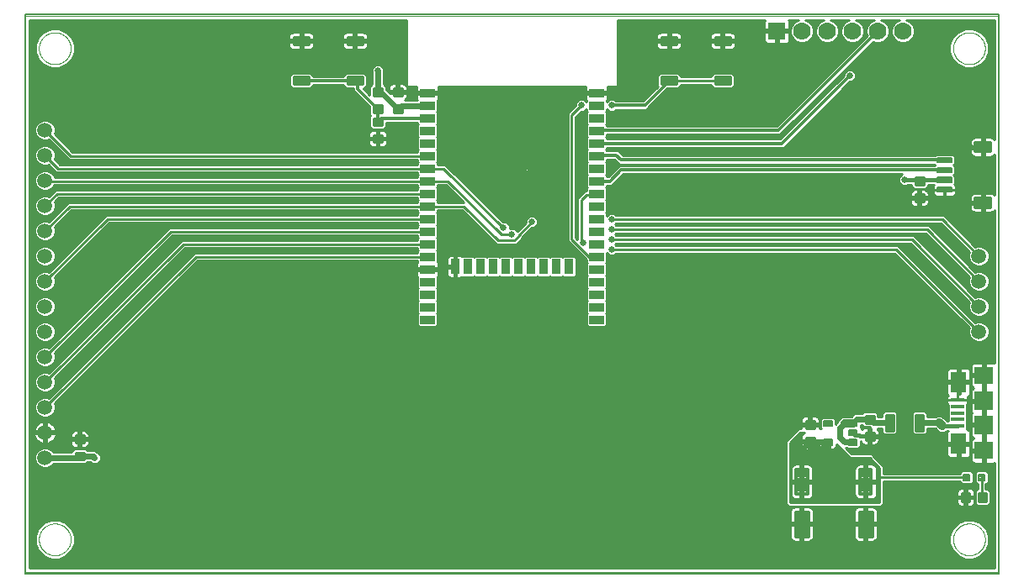
<source format=gtl>
G75*
%MOIN*%
%OFA0B0*%
%FSLAX25Y25*%
%IPPOS*%
%LPD*%
%AMOC8*
5,1,8,0,0,1.08239X$1,22.5*
%
%ADD10C,0.00000*%
%ADD11C,0.01575*%
%ADD12C,0.01476*%
%ADD13C,0.00984*%
%ADD14C,0.00787*%
%ADD15C,0.05906*%
%ADD16C,0.00500*%
%ADD17R,0.05906X0.03543*%
%ADD18R,0.03543X0.05906*%
%ADD19R,0.04134X0.04134*%
%ADD20C,0.01772*%
%ADD21R,0.16142X0.16142*%
%ADD22C,0.00689*%
%ADD23R,0.07000X0.07000*%
%ADD24C,0.07000*%
%ADD25R,0.05315X0.01575*%
%ADD26R,0.06299X0.08268*%
%ADD27R,0.07480X0.07087*%
%ADD28R,0.07480X0.07480*%
%ADD29C,0.01181*%
%ADD30C,0.00591*%
%ADD31C,0.01000*%
%ADD32C,0.02578*%
%ADD33C,0.01600*%
%ADD34C,0.10000*%
%ADD35C,0.03200*%
%ADD36C,0.02400*%
%ADD37C,0.01200*%
D10*
X0003000Y0010697D02*
X0003000Y0231169D01*
X0388827Y0231169D01*
X0388827Y0010697D01*
X0003000Y0010697D01*
X0008512Y0023492D02*
X0008514Y0023650D01*
X0008520Y0023808D01*
X0008530Y0023966D01*
X0008544Y0024124D01*
X0008562Y0024281D01*
X0008583Y0024438D01*
X0008609Y0024594D01*
X0008639Y0024750D01*
X0008672Y0024905D01*
X0008710Y0025058D01*
X0008751Y0025211D01*
X0008796Y0025363D01*
X0008845Y0025514D01*
X0008898Y0025663D01*
X0008954Y0025811D01*
X0009014Y0025957D01*
X0009078Y0026102D01*
X0009146Y0026245D01*
X0009217Y0026387D01*
X0009291Y0026527D01*
X0009369Y0026664D01*
X0009451Y0026800D01*
X0009535Y0026934D01*
X0009624Y0027065D01*
X0009715Y0027194D01*
X0009810Y0027321D01*
X0009907Y0027446D01*
X0010008Y0027568D01*
X0010112Y0027687D01*
X0010219Y0027804D01*
X0010329Y0027918D01*
X0010442Y0028029D01*
X0010557Y0028138D01*
X0010675Y0028243D01*
X0010796Y0028345D01*
X0010919Y0028445D01*
X0011045Y0028541D01*
X0011173Y0028634D01*
X0011303Y0028724D01*
X0011436Y0028810D01*
X0011571Y0028894D01*
X0011707Y0028973D01*
X0011846Y0029050D01*
X0011987Y0029122D01*
X0012129Y0029192D01*
X0012273Y0029257D01*
X0012419Y0029319D01*
X0012566Y0029377D01*
X0012715Y0029432D01*
X0012865Y0029483D01*
X0013016Y0029530D01*
X0013168Y0029573D01*
X0013321Y0029612D01*
X0013476Y0029648D01*
X0013631Y0029679D01*
X0013787Y0029707D01*
X0013943Y0029731D01*
X0014100Y0029751D01*
X0014258Y0029767D01*
X0014415Y0029779D01*
X0014574Y0029787D01*
X0014732Y0029791D01*
X0014890Y0029791D01*
X0015048Y0029787D01*
X0015207Y0029779D01*
X0015364Y0029767D01*
X0015522Y0029751D01*
X0015679Y0029731D01*
X0015835Y0029707D01*
X0015991Y0029679D01*
X0016146Y0029648D01*
X0016301Y0029612D01*
X0016454Y0029573D01*
X0016606Y0029530D01*
X0016757Y0029483D01*
X0016907Y0029432D01*
X0017056Y0029377D01*
X0017203Y0029319D01*
X0017349Y0029257D01*
X0017493Y0029192D01*
X0017635Y0029122D01*
X0017776Y0029050D01*
X0017915Y0028973D01*
X0018051Y0028894D01*
X0018186Y0028810D01*
X0018319Y0028724D01*
X0018449Y0028634D01*
X0018577Y0028541D01*
X0018703Y0028445D01*
X0018826Y0028345D01*
X0018947Y0028243D01*
X0019065Y0028138D01*
X0019180Y0028029D01*
X0019293Y0027918D01*
X0019403Y0027804D01*
X0019510Y0027687D01*
X0019614Y0027568D01*
X0019715Y0027446D01*
X0019812Y0027321D01*
X0019907Y0027194D01*
X0019998Y0027065D01*
X0020087Y0026934D01*
X0020171Y0026800D01*
X0020253Y0026664D01*
X0020331Y0026527D01*
X0020405Y0026387D01*
X0020476Y0026245D01*
X0020544Y0026102D01*
X0020608Y0025957D01*
X0020668Y0025811D01*
X0020724Y0025663D01*
X0020777Y0025514D01*
X0020826Y0025363D01*
X0020871Y0025211D01*
X0020912Y0025058D01*
X0020950Y0024905D01*
X0020983Y0024750D01*
X0021013Y0024594D01*
X0021039Y0024438D01*
X0021060Y0024281D01*
X0021078Y0024124D01*
X0021092Y0023966D01*
X0021102Y0023808D01*
X0021108Y0023650D01*
X0021110Y0023492D01*
X0021108Y0023334D01*
X0021102Y0023176D01*
X0021092Y0023018D01*
X0021078Y0022860D01*
X0021060Y0022703D01*
X0021039Y0022546D01*
X0021013Y0022390D01*
X0020983Y0022234D01*
X0020950Y0022079D01*
X0020912Y0021926D01*
X0020871Y0021773D01*
X0020826Y0021621D01*
X0020777Y0021470D01*
X0020724Y0021321D01*
X0020668Y0021173D01*
X0020608Y0021027D01*
X0020544Y0020882D01*
X0020476Y0020739D01*
X0020405Y0020597D01*
X0020331Y0020457D01*
X0020253Y0020320D01*
X0020171Y0020184D01*
X0020087Y0020050D01*
X0019998Y0019919D01*
X0019907Y0019790D01*
X0019812Y0019663D01*
X0019715Y0019538D01*
X0019614Y0019416D01*
X0019510Y0019297D01*
X0019403Y0019180D01*
X0019293Y0019066D01*
X0019180Y0018955D01*
X0019065Y0018846D01*
X0018947Y0018741D01*
X0018826Y0018639D01*
X0018703Y0018539D01*
X0018577Y0018443D01*
X0018449Y0018350D01*
X0018319Y0018260D01*
X0018186Y0018174D01*
X0018051Y0018090D01*
X0017915Y0018011D01*
X0017776Y0017934D01*
X0017635Y0017862D01*
X0017493Y0017792D01*
X0017349Y0017727D01*
X0017203Y0017665D01*
X0017056Y0017607D01*
X0016907Y0017552D01*
X0016757Y0017501D01*
X0016606Y0017454D01*
X0016454Y0017411D01*
X0016301Y0017372D01*
X0016146Y0017336D01*
X0015991Y0017305D01*
X0015835Y0017277D01*
X0015679Y0017253D01*
X0015522Y0017233D01*
X0015364Y0017217D01*
X0015207Y0017205D01*
X0015048Y0017197D01*
X0014890Y0017193D01*
X0014732Y0017193D01*
X0014574Y0017197D01*
X0014415Y0017205D01*
X0014258Y0017217D01*
X0014100Y0017233D01*
X0013943Y0017253D01*
X0013787Y0017277D01*
X0013631Y0017305D01*
X0013476Y0017336D01*
X0013321Y0017372D01*
X0013168Y0017411D01*
X0013016Y0017454D01*
X0012865Y0017501D01*
X0012715Y0017552D01*
X0012566Y0017607D01*
X0012419Y0017665D01*
X0012273Y0017727D01*
X0012129Y0017792D01*
X0011987Y0017862D01*
X0011846Y0017934D01*
X0011707Y0018011D01*
X0011571Y0018090D01*
X0011436Y0018174D01*
X0011303Y0018260D01*
X0011173Y0018350D01*
X0011045Y0018443D01*
X0010919Y0018539D01*
X0010796Y0018639D01*
X0010675Y0018741D01*
X0010557Y0018846D01*
X0010442Y0018955D01*
X0010329Y0019066D01*
X0010219Y0019180D01*
X0010112Y0019297D01*
X0010008Y0019416D01*
X0009907Y0019538D01*
X0009810Y0019663D01*
X0009715Y0019790D01*
X0009624Y0019919D01*
X0009535Y0020050D01*
X0009451Y0020184D01*
X0009369Y0020320D01*
X0009291Y0020457D01*
X0009217Y0020597D01*
X0009146Y0020739D01*
X0009078Y0020882D01*
X0009014Y0021027D01*
X0008954Y0021173D01*
X0008898Y0021321D01*
X0008845Y0021470D01*
X0008796Y0021621D01*
X0008751Y0021773D01*
X0008710Y0021926D01*
X0008672Y0022079D01*
X0008639Y0022234D01*
X0008609Y0022390D01*
X0008583Y0022546D01*
X0008562Y0022703D01*
X0008544Y0022860D01*
X0008530Y0023018D01*
X0008520Y0023176D01*
X0008514Y0023334D01*
X0008512Y0023492D01*
X0008512Y0218374D02*
X0008514Y0218532D01*
X0008520Y0218690D01*
X0008530Y0218848D01*
X0008544Y0219006D01*
X0008562Y0219163D01*
X0008583Y0219320D01*
X0008609Y0219476D01*
X0008639Y0219632D01*
X0008672Y0219787D01*
X0008710Y0219940D01*
X0008751Y0220093D01*
X0008796Y0220245D01*
X0008845Y0220396D01*
X0008898Y0220545D01*
X0008954Y0220693D01*
X0009014Y0220839D01*
X0009078Y0220984D01*
X0009146Y0221127D01*
X0009217Y0221269D01*
X0009291Y0221409D01*
X0009369Y0221546D01*
X0009451Y0221682D01*
X0009535Y0221816D01*
X0009624Y0221947D01*
X0009715Y0222076D01*
X0009810Y0222203D01*
X0009907Y0222328D01*
X0010008Y0222450D01*
X0010112Y0222569D01*
X0010219Y0222686D01*
X0010329Y0222800D01*
X0010442Y0222911D01*
X0010557Y0223020D01*
X0010675Y0223125D01*
X0010796Y0223227D01*
X0010919Y0223327D01*
X0011045Y0223423D01*
X0011173Y0223516D01*
X0011303Y0223606D01*
X0011436Y0223692D01*
X0011571Y0223776D01*
X0011707Y0223855D01*
X0011846Y0223932D01*
X0011987Y0224004D01*
X0012129Y0224074D01*
X0012273Y0224139D01*
X0012419Y0224201D01*
X0012566Y0224259D01*
X0012715Y0224314D01*
X0012865Y0224365D01*
X0013016Y0224412D01*
X0013168Y0224455D01*
X0013321Y0224494D01*
X0013476Y0224530D01*
X0013631Y0224561D01*
X0013787Y0224589D01*
X0013943Y0224613D01*
X0014100Y0224633D01*
X0014258Y0224649D01*
X0014415Y0224661D01*
X0014574Y0224669D01*
X0014732Y0224673D01*
X0014890Y0224673D01*
X0015048Y0224669D01*
X0015207Y0224661D01*
X0015364Y0224649D01*
X0015522Y0224633D01*
X0015679Y0224613D01*
X0015835Y0224589D01*
X0015991Y0224561D01*
X0016146Y0224530D01*
X0016301Y0224494D01*
X0016454Y0224455D01*
X0016606Y0224412D01*
X0016757Y0224365D01*
X0016907Y0224314D01*
X0017056Y0224259D01*
X0017203Y0224201D01*
X0017349Y0224139D01*
X0017493Y0224074D01*
X0017635Y0224004D01*
X0017776Y0223932D01*
X0017915Y0223855D01*
X0018051Y0223776D01*
X0018186Y0223692D01*
X0018319Y0223606D01*
X0018449Y0223516D01*
X0018577Y0223423D01*
X0018703Y0223327D01*
X0018826Y0223227D01*
X0018947Y0223125D01*
X0019065Y0223020D01*
X0019180Y0222911D01*
X0019293Y0222800D01*
X0019403Y0222686D01*
X0019510Y0222569D01*
X0019614Y0222450D01*
X0019715Y0222328D01*
X0019812Y0222203D01*
X0019907Y0222076D01*
X0019998Y0221947D01*
X0020087Y0221816D01*
X0020171Y0221682D01*
X0020253Y0221546D01*
X0020331Y0221409D01*
X0020405Y0221269D01*
X0020476Y0221127D01*
X0020544Y0220984D01*
X0020608Y0220839D01*
X0020668Y0220693D01*
X0020724Y0220545D01*
X0020777Y0220396D01*
X0020826Y0220245D01*
X0020871Y0220093D01*
X0020912Y0219940D01*
X0020950Y0219787D01*
X0020983Y0219632D01*
X0021013Y0219476D01*
X0021039Y0219320D01*
X0021060Y0219163D01*
X0021078Y0219006D01*
X0021092Y0218848D01*
X0021102Y0218690D01*
X0021108Y0218532D01*
X0021110Y0218374D01*
X0021108Y0218216D01*
X0021102Y0218058D01*
X0021092Y0217900D01*
X0021078Y0217742D01*
X0021060Y0217585D01*
X0021039Y0217428D01*
X0021013Y0217272D01*
X0020983Y0217116D01*
X0020950Y0216961D01*
X0020912Y0216808D01*
X0020871Y0216655D01*
X0020826Y0216503D01*
X0020777Y0216352D01*
X0020724Y0216203D01*
X0020668Y0216055D01*
X0020608Y0215909D01*
X0020544Y0215764D01*
X0020476Y0215621D01*
X0020405Y0215479D01*
X0020331Y0215339D01*
X0020253Y0215202D01*
X0020171Y0215066D01*
X0020087Y0214932D01*
X0019998Y0214801D01*
X0019907Y0214672D01*
X0019812Y0214545D01*
X0019715Y0214420D01*
X0019614Y0214298D01*
X0019510Y0214179D01*
X0019403Y0214062D01*
X0019293Y0213948D01*
X0019180Y0213837D01*
X0019065Y0213728D01*
X0018947Y0213623D01*
X0018826Y0213521D01*
X0018703Y0213421D01*
X0018577Y0213325D01*
X0018449Y0213232D01*
X0018319Y0213142D01*
X0018186Y0213056D01*
X0018051Y0212972D01*
X0017915Y0212893D01*
X0017776Y0212816D01*
X0017635Y0212744D01*
X0017493Y0212674D01*
X0017349Y0212609D01*
X0017203Y0212547D01*
X0017056Y0212489D01*
X0016907Y0212434D01*
X0016757Y0212383D01*
X0016606Y0212336D01*
X0016454Y0212293D01*
X0016301Y0212254D01*
X0016146Y0212218D01*
X0015991Y0212187D01*
X0015835Y0212159D01*
X0015679Y0212135D01*
X0015522Y0212115D01*
X0015364Y0212099D01*
X0015207Y0212087D01*
X0015048Y0212079D01*
X0014890Y0212075D01*
X0014732Y0212075D01*
X0014574Y0212079D01*
X0014415Y0212087D01*
X0014258Y0212099D01*
X0014100Y0212115D01*
X0013943Y0212135D01*
X0013787Y0212159D01*
X0013631Y0212187D01*
X0013476Y0212218D01*
X0013321Y0212254D01*
X0013168Y0212293D01*
X0013016Y0212336D01*
X0012865Y0212383D01*
X0012715Y0212434D01*
X0012566Y0212489D01*
X0012419Y0212547D01*
X0012273Y0212609D01*
X0012129Y0212674D01*
X0011987Y0212744D01*
X0011846Y0212816D01*
X0011707Y0212893D01*
X0011571Y0212972D01*
X0011436Y0213056D01*
X0011303Y0213142D01*
X0011173Y0213232D01*
X0011045Y0213325D01*
X0010919Y0213421D01*
X0010796Y0213521D01*
X0010675Y0213623D01*
X0010557Y0213728D01*
X0010442Y0213837D01*
X0010329Y0213948D01*
X0010219Y0214062D01*
X0010112Y0214179D01*
X0010008Y0214298D01*
X0009907Y0214420D01*
X0009810Y0214545D01*
X0009715Y0214672D01*
X0009624Y0214801D01*
X0009535Y0214932D01*
X0009451Y0215066D01*
X0009369Y0215202D01*
X0009291Y0215339D01*
X0009217Y0215479D01*
X0009146Y0215621D01*
X0009078Y0215764D01*
X0009014Y0215909D01*
X0008954Y0216055D01*
X0008898Y0216203D01*
X0008845Y0216352D01*
X0008796Y0216503D01*
X0008751Y0216655D01*
X0008710Y0216808D01*
X0008672Y0216961D01*
X0008639Y0217116D01*
X0008609Y0217272D01*
X0008583Y0217428D01*
X0008562Y0217585D01*
X0008544Y0217742D01*
X0008530Y0217900D01*
X0008520Y0218058D01*
X0008514Y0218216D01*
X0008512Y0218374D01*
X0370717Y0218374D02*
X0370719Y0218532D01*
X0370725Y0218690D01*
X0370735Y0218848D01*
X0370749Y0219006D01*
X0370767Y0219163D01*
X0370788Y0219320D01*
X0370814Y0219476D01*
X0370844Y0219632D01*
X0370877Y0219787D01*
X0370915Y0219940D01*
X0370956Y0220093D01*
X0371001Y0220245D01*
X0371050Y0220396D01*
X0371103Y0220545D01*
X0371159Y0220693D01*
X0371219Y0220839D01*
X0371283Y0220984D01*
X0371351Y0221127D01*
X0371422Y0221269D01*
X0371496Y0221409D01*
X0371574Y0221546D01*
X0371656Y0221682D01*
X0371740Y0221816D01*
X0371829Y0221947D01*
X0371920Y0222076D01*
X0372015Y0222203D01*
X0372112Y0222328D01*
X0372213Y0222450D01*
X0372317Y0222569D01*
X0372424Y0222686D01*
X0372534Y0222800D01*
X0372647Y0222911D01*
X0372762Y0223020D01*
X0372880Y0223125D01*
X0373001Y0223227D01*
X0373124Y0223327D01*
X0373250Y0223423D01*
X0373378Y0223516D01*
X0373508Y0223606D01*
X0373641Y0223692D01*
X0373776Y0223776D01*
X0373912Y0223855D01*
X0374051Y0223932D01*
X0374192Y0224004D01*
X0374334Y0224074D01*
X0374478Y0224139D01*
X0374624Y0224201D01*
X0374771Y0224259D01*
X0374920Y0224314D01*
X0375070Y0224365D01*
X0375221Y0224412D01*
X0375373Y0224455D01*
X0375526Y0224494D01*
X0375681Y0224530D01*
X0375836Y0224561D01*
X0375992Y0224589D01*
X0376148Y0224613D01*
X0376305Y0224633D01*
X0376463Y0224649D01*
X0376620Y0224661D01*
X0376779Y0224669D01*
X0376937Y0224673D01*
X0377095Y0224673D01*
X0377253Y0224669D01*
X0377412Y0224661D01*
X0377569Y0224649D01*
X0377727Y0224633D01*
X0377884Y0224613D01*
X0378040Y0224589D01*
X0378196Y0224561D01*
X0378351Y0224530D01*
X0378506Y0224494D01*
X0378659Y0224455D01*
X0378811Y0224412D01*
X0378962Y0224365D01*
X0379112Y0224314D01*
X0379261Y0224259D01*
X0379408Y0224201D01*
X0379554Y0224139D01*
X0379698Y0224074D01*
X0379840Y0224004D01*
X0379981Y0223932D01*
X0380120Y0223855D01*
X0380256Y0223776D01*
X0380391Y0223692D01*
X0380524Y0223606D01*
X0380654Y0223516D01*
X0380782Y0223423D01*
X0380908Y0223327D01*
X0381031Y0223227D01*
X0381152Y0223125D01*
X0381270Y0223020D01*
X0381385Y0222911D01*
X0381498Y0222800D01*
X0381608Y0222686D01*
X0381715Y0222569D01*
X0381819Y0222450D01*
X0381920Y0222328D01*
X0382017Y0222203D01*
X0382112Y0222076D01*
X0382203Y0221947D01*
X0382292Y0221816D01*
X0382376Y0221682D01*
X0382458Y0221546D01*
X0382536Y0221409D01*
X0382610Y0221269D01*
X0382681Y0221127D01*
X0382749Y0220984D01*
X0382813Y0220839D01*
X0382873Y0220693D01*
X0382929Y0220545D01*
X0382982Y0220396D01*
X0383031Y0220245D01*
X0383076Y0220093D01*
X0383117Y0219940D01*
X0383155Y0219787D01*
X0383188Y0219632D01*
X0383218Y0219476D01*
X0383244Y0219320D01*
X0383265Y0219163D01*
X0383283Y0219006D01*
X0383297Y0218848D01*
X0383307Y0218690D01*
X0383313Y0218532D01*
X0383315Y0218374D01*
X0383313Y0218216D01*
X0383307Y0218058D01*
X0383297Y0217900D01*
X0383283Y0217742D01*
X0383265Y0217585D01*
X0383244Y0217428D01*
X0383218Y0217272D01*
X0383188Y0217116D01*
X0383155Y0216961D01*
X0383117Y0216808D01*
X0383076Y0216655D01*
X0383031Y0216503D01*
X0382982Y0216352D01*
X0382929Y0216203D01*
X0382873Y0216055D01*
X0382813Y0215909D01*
X0382749Y0215764D01*
X0382681Y0215621D01*
X0382610Y0215479D01*
X0382536Y0215339D01*
X0382458Y0215202D01*
X0382376Y0215066D01*
X0382292Y0214932D01*
X0382203Y0214801D01*
X0382112Y0214672D01*
X0382017Y0214545D01*
X0381920Y0214420D01*
X0381819Y0214298D01*
X0381715Y0214179D01*
X0381608Y0214062D01*
X0381498Y0213948D01*
X0381385Y0213837D01*
X0381270Y0213728D01*
X0381152Y0213623D01*
X0381031Y0213521D01*
X0380908Y0213421D01*
X0380782Y0213325D01*
X0380654Y0213232D01*
X0380524Y0213142D01*
X0380391Y0213056D01*
X0380256Y0212972D01*
X0380120Y0212893D01*
X0379981Y0212816D01*
X0379840Y0212744D01*
X0379698Y0212674D01*
X0379554Y0212609D01*
X0379408Y0212547D01*
X0379261Y0212489D01*
X0379112Y0212434D01*
X0378962Y0212383D01*
X0378811Y0212336D01*
X0378659Y0212293D01*
X0378506Y0212254D01*
X0378351Y0212218D01*
X0378196Y0212187D01*
X0378040Y0212159D01*
X0377884Y0212135D01*
X0377727Y0212115D01*
X0377569Y0212099D01*
X0377412Y0212087D01*
X0377253Y0212079D01*
X0377095Y0212075D01*
X0376937Y0212075D01*
X0376779Y0212079D01*
X0376620Y0212087D01*
X0376463Y0212099D01*
X0376305Y0212115D01*
X0376148Y0212135D01*
X0375992Y0212159D01*
X0375836Y0212187D01*
X0375681Y0212218D01*
X0375526Y0212254D01*
X0375373Y0212293D01*
X0375221Y0212336D01*
X0375070Y0212383D01*
X0374920Y0212434D01*
X0374771Y0212489D01*
X0374624Y0212547D01*
X0374478Y0212609D01*
X0374334Y0212674D01*
X0374192Y0212744D01*
X0374051Y0212816D01*
X0373912Y0212893D01*
X0373776Y0212972D01*
X0373641Y0213056D01*
X0373508Y0213142D01*
X0373378Y0213232D01*
X0373250Y0213325D01*
X0373124Y0213421D01*
X0373001Y0213521D01*
X0372880Y0213623D01*
X0372762Y0213728D01*
X0372647Y0213837D01*
X0372534Y0213948D01*
X0372424Y0214062D01*
X0372317Y0214179D01*
X0372213Y0214298D01*
X0372112Y0214420D01*
X0372015Y0214545D01*
X0371920Y0214672D01*
X0371829Y0214801D01*
X0371740Y0214932D01*
X0371656Y0215066D01*
X0371574Y0215202D01*
X0371496Y0215339D01*
X0371422Y0215479D01*
X0371351Y0215621D01*
X0371283Y0215764D01*
X0371219Y0215909D01*
X0371159Y0216055D01*
X0371103Y0216203D01*
X0371050Y0216352D01*
X0371001Y0216503D01*
X0370956Y0216655D01*
X0370915Y0216808D01*
X0370877Y0216961D01*
X0370844Y0217116D01*
X0370814Y0217272D01*
X0370788Y0217428D01*
X0370767Y0217585D01*
X0370749Y0217742D01*
X0370735Y0217900D01*
X0370725Y0218058D01*
X0370719Y0218216D01*
X0370717Y0218374D01*
X0370717Y0023492D02*
X0370719Y0023650D01*
X0370725Y0023808D01*
X0370735Y0023966D01*
X0370749Y0024124D01*
X0370767Y0024281D01*
X0370788Y0024438D01*
X0370814Y0024594D01*
X0370844Y0024750D01*
X0370877Y0024905D01*
X0370915Y0025058D01*
X0370956Y0025211D01*
X0371001Y0025363D01*
X0371050Y0025514D01*
X0371103Y0025663D01*
X0371159Y0025811D01*
X0371219Y0025957D01*
X0371283Y0026102D01*
X0371351Y0026245D01*
X0371422Y0026387D01*
X0371496Y0026527D01*
X0371574Y0026664D01*
X0371656Y0026800D01*
X0371740Y0026934D01*
X0371829Y0027065D01*
X0371920Y0027194D01*
X0372015Y0027321D01*
X0372112Y0027446D01*
X0372213Y0027568D01*
X0372317Y0027687D01*
X0372424Y0027804D01*
X0372534Y0027918D01*
X0372647Y0028029D01*
X0372762Y0028138D01*
X0372880Y0028243D01*
X0373001Y0028345D01*
X0373124Y0028445D01*
X0373250Y0028541D01*
X0373378Y0028634D01*
X0373508Y0028724D01*
X0373641Y0028810D01*
X0373776Y0028894D01*
X0373912Y0028973D01*
X0374051Y0029050D01*
X0374192Y0029122D01*
X0374334Y0029192D01*
X0374478Y0029257D01*
X0374624Y0029319D01*
X0374771Y0029377D01*
X0374920Y0029432D01*
X0375070Y0029483D01*
X0375221Y0029530D01*
X0375373Y0029573D01*
X0375526Y0029612D01*
X0375681Y0029648D01*
X0375836Y0029679D01*
X0375992Y0029707D01*
X0376148Y0029731D01*
X0376305Y0029751D01*
X0376463Y0029767D01*
X0376620Y0029779D01*
X0376779Y0029787D01*
X0376937Y0029791D01*
X0377095Y0029791D01*
X0377253Y0029787D01*
X0377412Y0029779D01*
X0377569Y0029767D01*
X0377727Y0029751D01*
X0377884Y0029731D01*
X0378040Y0029707D01*
X0378196Y0029679D01*
X0378351Y0029648D01*
X0378506Y0029612D01*
X0378659Y0029573D01*
X0378811Y0029530D01*
X0378962Y0029483D01*
X0379112Y0029432D01*
X0379261Y0029377D01*
X0379408Y0029319D01*
X0379554Y0029257D01*
X0379698Y0029192D01*
X0379840Y0029122D01*
X0379981Y0029050D01*
X0380120Y0028973D01*
X0380256Y0028894D01*
X0380391Y0028810D01*
X0380524Y0028724D01*
X0380654Y0028634D01*
X0380782Y0028541D01*
X0380908Y0028445D01*
X0381031Y0028345D01*
X0381152Y0028243D01*
X0381270Y0028138D01*
X0381385Y0028029D01*
X0381498Y0027918D01*
X0381608Y0027804D01*
X0381715Y0027687D01*
X0381819Y0027568D01*
X0381920Y0027446D01*
X0382017Y0027321D01*
X0382112Y0027194D01*
X0382203Y0027065D01*
X0382292Y0026934D01*
X0382376Y0026800D01*
X0382458Y0026664D01*
X0382536Y0026527D01*
X0382610Y0026387D01*
X0382681Y0026245D01*
X0382749Y0026102D01*
X0382813Y0025957D01*
X0382873Y0025811D01*
X0382929Y0025663D01*
X0382982Y0025514D01*
X0383031Y0025363D01*
X0383076Y0025211D01*
X0383117Y0025058D01*
X0383155Y0024905D01*
X0383188Y0024750D01*
X0383218Y0024594D01*
X0383244Y0024438D01*
X0383265Y0024281D01*
X0383283Y0024124D01*
X0383297Y0023966D01*
X0383307Y0023808D01*
X0383313Y0023650D01*
X0383315Y0023492D01*
X0383313Y0023334D01*
X0383307Y0023176D01*
X0383297Y0023018D01*
X0383283Y0022860D01*
X0383265Y0022703D01*
X0383244Y0022546D01*
X0383218Y0022390D01*
X0383188Y0022234D01*
X0383155Y0022079D01*
X0383117Y0021926D01*
X0383076Y0021773D01*
X0383031Y0021621D01*
X0382982Y0021470D01*
X0382929Y0021321D01*
X0382873Y0021173D01*
X0382813Y0021027D01*
X0382749Y0020882D01*
X0382681Y0020739D01*
X0382610Y0020597D01*
X0382536Y0020457D01*
X0382458Y0020320D01*
X0382376Y0020184D01*
X0382292Y0020050D01*
X0382203Y0019919D01*
X0382112Y0019790D01*
X0382017Y0019663D01*
X0381920Y0019538D01*
X0381819Y0019416D01*
X0381715Y0019297D01*
X0381608Y0019180D01*
X0381498Y0019066D01*
X0381385Y0018955D01*
X0381270Y0018846D01*
X0381152Y0018741D01*
X0381031Y0018639D01*
X0380908Y0018539D01*
X0380782Y0018443D01*
X0380654Y0018350D01*
X0380524Y0018260D01*
X0380391Y0018174D01*
X0380256Y0018090D01*
X0380120Y0018011D01*
X0379981Y0017934D01*
X0379840Y0017862D01*
X0379698Y0017792D01*
X0379554Y0017727D01*
X0379408Y0017665D01*
X0379261Y0017607D01*
X0379112Y0017552D01*
X0378962Y0017501D01*
X0378811Y0017454D01*
X0378659Y0017411D01*
X0378506Y0017372D01*
X0378351Y0017336D01*
X0378196Y0017305D01*
X0378040Y0017277D01*
X0377884Y0017253D01*
X0377727Y0017233D01*
X0377569Y0017217D01*
X0377412Y0017205D01*
X0377253Y0017197D01*
X0377095Y0017193D01*
X0376937Y0017193D01*
X0376779Y0017197D01*
X0376620Y0017205D01*
X0376463Y0017217D01*
X0376305Y0017233D01*
X0376148Y0017253D01*
X0375992Y0017277D01*
X0375836Y0017305D01*
X0375681Y0017336D01*
X0375526Y0017372D01*
X0375373Y0017411D01*
X0375221Y0017454D01*
X0375070Y0017501D01*
X0374920Y0017552D01*
X0374771Y0017607D01*
X0374624Y0017665D01*
X0374478Y0017727D01*
X0374334Y0017792D01*
X0374192Y0017862D01*
X0374051Y0017934D01*
X0373912Y0018011D01*
X0373776Y0018090D01*
X0373641Y0018174D01*
X0373508Y0018260D01*
X0373378Y0018350D01*
X0373250Y0018443D01*
X0373124Y0018539D01*
X0373001Y0018639D01*
X0372880Y0018741D01*
X0372762Y0018846D01*
X0372647Y0018955D01*
X0372534Y0019066D01*
X0372424Y0019180D01*
X0372317Y0019297D01*
X0372213Y0019416D01*
X0372112Y0019538D01*
X0372015Y0019663D01*
X0371920Y0019790D01*
X0371829Y0019919D01*
X0371740Y0020050D01*
X0371656Y0020184D01*
X0371574Y0020320D01*
X0371496Y0020457D01*
X0371422Y0020597D01*
X0371351Y0020739D01*
X0371283Y0020882D01*
X0371219Y0021027D01*
X0371159Y0021173D01*
X0371103Y0021321D01*
X0371050Y0021470D01*
X0371001Y0021621D01*
X0370956Y0021773D01*
X0370915Y0021926D01*
X0370877Y0022079D01*
X0370844Y0022234D01*
X0370814Y0022390D01*
X0370788Y0022546D01*
X0370767Y0022703D01*
X0370749Y0022860D01*
X0370735Y0023018D01*
X0370725Y0023176D01*
X0370719Y0023334D01*
X0370717Y0023492D01*
D11*
X0338393Y0024830D02*
X0333669Y0024830D01*
X0333669Y0034280D01*
X0338393Y0034280D01*
X0338393Y0024830D01*
X0338393Y0026326D02*
X0333669Y0026326D01*
X0333669Y0027822D02*
X0338393Y0027822D01*
X0338393Y0029318D02*
X0333669Y0029318D01*
X0333669Y0030814D02*
X0338393Y0030814D01*
X0338393Y0032310D02*
X0333669Y0032310D01*
X0333669Y0033806D02*
X0338393Y0033806D01*
X0313079Y0024830D02*
X0308355Y0024830D01*
X0308355Y0034280D01*
X0313079Y0034280D01*
X0313079Y0024830D01*
X0313079Y0026326D02*
X0308355Y0026326D01*
X0308355Y0027822D02*
X0313079Y0027822D01*
X0313079Y0029318D02*
X0308355Y0029318D01*
X0308355Y0030814D02*
X0313079Y0030814D01*
X0313079Y0032310D02*
X0308355Y0032310D01*
X0308355Y0033806D02*
X0313079Y0033806D01*
D12*
X0312932Y0041710D02*
X0308502Y0041710D01*
X0308502Y0051258D01*
X0312932Y0051258D01*
X0312932Y0041710D01*
X0312932Y0043112D02*
X0308502Y0043112D01*
X0308502Y0044514D02*
X0312932Y0044514D01*
X0312932Y0045916D02*
X0308502Y0045916D01*
X0308502Y0047318D02*
X0312932Y0047318D01*
X0312932Y0048720D02*
X0308502Y0048720D01*
X0308502Y0050122D02*
X0312932Y0050122D01*
X0333816Y0041710D02*
X0338246Y0041710D01*
X0333816Y0041710D02*
X0333816Y0051258D01*
X0338246Y0051258D01*
X0338246Y0041710D01*
X0338246Y0043112D02*
X0333816Y0043112D01*
X0333816Y0044514D02*
X0338246Y0044514D01*
X0338246Y0045916D02*
X0333816Y0045916D01*
X0333816Y0047318D02*
X0338246Y0047318D01*
X0338246Y0048720D02*
X0333816Y0048720D01*
X0333816Y0050122D02*
X0338246Y0050122D01*
D13*
X0335973Y0062961D02*
X0335973Y0065913D01*
X0339319Y0065913D01*
X0339319Y0062961D01*
X0335973Y0062961D01*
X0335973Y0063896D02*
X0339319Y0063896D01*
X0339319Y0064831D02*
X0335973Y0064831D01*
X0335973Y0065766D02*
X0339319Y0065766D01*
X0335973Y0069654D02*
X0335973Y0072606D01*
X0339319Y0072606D01*
X0339319Y0069654D01*
X0335973Y0069654D01*
X0335973Y0070589D02*
X0339319Y0070589D01*
X0339319Y0071524D02*
X0335973Y0071524D01*
X0335973Y0072459D02*
X0339319Y0072459D01*
X0344044Y0066701D02*
X0346996Y0066701D01*
X0344044Y0066701D02*
X0344044Y0072803D01*
X0346996Y0072803D01*
X0346996Y0066701D01*
X0346996Y0067636D02*
X0344044Y0067636D01*
X0344044Y0068571D02*
X0346996Y0068571D01*
X0346996Y0069506D02*
X0344044Y0069506D01*
X0344044Y0070441D02*
X0346996Y0070441D01*
X0346996Y0071376D02*
X0344044Y0071376D01*
X0344044Y0072311D02*
X0346996Y0072311D01*
X0355855Y0066701D02*
X0358807Y0066701D01*
X0355855Y0066701D02*
X0355855Y0072803D01*
X0358807Y0072803D01*
X0358807Y0066701D01*
X0358807Y0067636D02*
X0355855Y0067636D01*
X0355855Y0068571D02*
X0358807Y0068571D01*
X0358807Y0069506D02*
X0355855Y0069506D01*
X0355855Y0070441D02*
X0358807Y0070441D01*
X0358807Y0071376D02*
X0355855Y0071376D01*
X0355855Y0072311D02*
X0358807Y0072311D01*
X0315697Y0070638D02*
X0315697Y0067686D01*
X0312351Y0067686D01*
X0312351Y0070638D01*
X0315697Y0070638D01*
X0315697Y0068621D02*
X0312351Y0068621D01*
X0312351Y0069556D02*
X0315697Y0069556D01*
X0315697Y0070491D02*
X0312351Y0070491D01*
X0315697Y0063945D02*
X0315697Y0060993D01*
X0312351Y0060993D01*
X0312351Y0063945D01*
X0315697Y0063945D01*
X0315697Y0061928D02*
X0312351Y0061928D01*
X0312351Y0062863D02*
X0315697Y0062863D01*
X0315697Y0063798D02*
X0312351Y0063798D01*
X0374162Y0038552D02*
X0377114Y0038552D01*
X0374162Y0038552D02*
X0374162Y0041898D01*
X0377114Y0041898D01*
X0377114Y0038552D01*
X0377114Y0039487D02*
X0374162Y0039487D01*
X0374162Y0040422D02*
X0377114Y0040422D01*
X0377114Y0041357D02*
X0374162Y0041357D01*
X0380855Y0038552D02*
X0383807Y0038552D01*
X0380855Y0038552D02*
X0380855Y0041898D01*
X0383807Y0041898D01*
X0383807Y0038552D01*
X0383807Y0039487D02*
X0380855Y0039487D01*
X0380855Y0040422D02*
X0383807Y0040422D01*
X0383807Y0041357D02*
X0380855Y0041357D01*
X0355658Y0157449D02*
X0355658Y0160401D01*
X0359004Y0160401D01*
X0359004Y0157449D01*
X0355658Y0157449D01*
X0355658Y0158384D02*
X0359004Y0158384D01*
X0359004Y0159319D02*
X0355658Y0159319D01*
X0355658Y0160254D02*
X0359004Y0160254D01*
X0355658Y0164142D02*
X0355658Y0167094D01*
X0359004Y0167094D01*
X0359004Y0164142D01*
X0355658Y0164142D01*
X0355658Y0165077D02*
X0359004Y0165077D01*
X0359004Y0166012D02*
X0355658Y0166012D01*
X0355658Y0166947D02*
X0359004Y0166947D01*
X0282429Y0207055D02*
X0276327Y0207055D01*
X0282429Y0207055D02*
X0282429Y0204103D01*
X0276327Y0204103D01*
X0276327Y0207055D01*
X0276327Y0205038D02*
X0282429Y0205038D01*
X0282429Y0205973D02*
X0276327Y0205973D01*
X0276327Y0206908D02*
X0282429Y0206908D01*
X0282429Y0222803D02*
X0276327Y0222803D01*
X0282429Y0222803D02*
X0282429Y0219851D01*
X0276327Y0219851D01*
X0276327Y0222803D01*
X0276327Y0220786D02*
X0282429Y0220786D01*
X0282429Y0221721D02*
X0276327Y0221721D01*
X0276327Y0222656D02*
X0282429Y0222656D01*
X0261169Y0222803D02*
X0255067Y0222803D01*
X0261169Y0222803D02*
X0261169Y0219851D01*
X0255067Y0219851D01*
X0255067Y0222803D01*
X0255067Y0220786D02*
X0261169Y0220786D01*
X0261169Y0221721D02*
X0255067Y0221721D01*
X0255067Y0222656D02*
X0261169Y0222656D01*
X0261169Y0207055D02*
X0255067Y0207055D01*
X0261169Y0207055D02*
X0261169Y0204103D01*
X0255067Y0204103D01*
X0255067Y0207055D01*
X0255067Y0205038D02*
X0261169Y0205038D01*
X0261169Y0205973D02*
X0255067Y0205973D01*
X0255067Y0206908D02*
X0261169Y0206908D01*
X0152311Y0202527D02*
X0152311Y0199575D01*
X0148965Y0199575D01*
X0148965Y0202527D01*
X0152311Y0202527D01*
X0152311Y0200510D02*
X0148965Y0200510D01*
X0148965Y0201445D02*
X0152311Y0201445D01*
X0152311Y0202380D02*
X0148965Y0202380D01*
X0144437Y0202527D02*
X0144437Y0199575D01*
X0141091Y0199575D01*
X0141091Y0202527D01*
X0144437Y0202527D01*
X0144437Y0200510D02*
X0141091Y0200510D01*
X0141091Y0201445D02*
X0144437Y0201445D01*
X0144437Y0202380D02*
X0141091Y0202380D01*
X0136760Y0204103D02*
X0130658Y0204103D01*
X0130658Y0207055D01*
X0136760Y0207055D01*
X0136760Y0204103D01*
X0136760Y0205038D02*
X0130658Y0205038D01*
X0130658Y0205973D02*
X0136760Y0205973D01*
X0136760Y0206908D02*
X0130658Y0206908D01*
X0115500Y0204103D02*
X0109398Y0204103D01*
X0109398Y0207055D01*
X0115500Y0207055D01*
X0115500Y0204103D01*
X0115500Y0205038D02*
X0109398Y0205038D01*
X0109398Y0205973D02*
X0115500Y0205973D01*
X0115500Y0206908D02*
X0109398Y0206908D01*
X0109398Y0219851D02*
X0115500Y0219851D01*
X0109398Y0219851D02*
X0109398Y0222803D01*
X0115500Y0222803D01*
X0115500Y0219851D01*
X0115500Y0220786D02*
X0109398Y0220786D01*
X0109398Y0221721D02*
X0115500Y0221721D01*
X0115500Y0222656D02*
X0109398Y0222656D01*
X0130658Y0219851D02*
X0136760Y0219851D01*
X0130658Y0219851D02*
X0130658Y0222803D01*
X0136760Y0222803D01*
X0136760Y0219851D01*
X0136760Y0220786D02*
X0130658Y0220786D01*
X0130658Y0221721D02*
X0136760Y0221721D01*
X0136760Y0222656D02*
X0130658Y0222656D01*
X0144437Y0195834D02*
X0144437Y0192882D01*
X0141091Y0192882D01*
X0141091Y0195834D01*
X0144437Y0195834D01*
X0144437Y0193817D02*
X0141091Y0193817D01*
X0141091Y0194752D02*
X0144437Y0194752D01*
X0144437Y0195687D02*
X0141091Y0195687D01*
X0152311Y0195834D02*
X0152311Y0192882D01*
X0148965Y0192882D01*
X0148965Y0195834D01*
X0152311Y0195834D01*
X0152311Y0193817D02*
X0148965Y0193817D01*
X0148965Y0194752D02*
X0152311Y0194752D01*
X0152311Y0195687D02*
X0148965Y0195687D01*
X0141091Y0190716D02*
X0141091Y0187764D01*
X0141091Y0190716D02*
X0144437Y0190716D01*
X0144437Y0187764D01*
X0141091Y0187764D01*
X0141091Y0188699D02*
X0144437Y0188699D01*
X0144437Y0189634D02*
X0141091Y0189634D01*
X0141091Y0190569D02*
X0144437Y0190569D01*
X0141091Y0184023D02*
X0141091Y0181071D01*
X0141091Y0184023D02*
X0144437Y0184023D01*
X0144437Y0181071D01*
X0141091Y0181071D01*
X0141091Y0182006D02*
X0144437Y0182006D01*
X0144437Y0182941D02*
X0141091Y0182941D01*
X0141091Y0183876D02*
X0144437Y0183876D01*
X0026327Y0064732D02*
X0026327Y0061780D01*
X0022981Y0061780D01*
X0022981Y0064732D01*
X0026327Y0064732D01*
X0026327Y0062715D02*
X0022981Y0062715D01*
X0022981Y0063650D02*
X0026327Y0063650D01*
X0026327Y0064585D02*
X0022981Y0064585D01*
X0026327Y0058039D02*
X0026327Y0055087D01*
X0022981Y0055087D01*
X0022981Y0058039D01*
X0026327Y0058039D01*
X0026327Y0056022D02*
X0022981Y0056022D01*
X0022981Y0056957D02*
X0026327Y0056957D01*
X0026327Y0057892D02*
X0022981Y0057892D01*
D14*
X0374849Y0046917D02*
X0377213Y0046917D01*
X0374849Y0046917D02*
X0374849Y0049281D01*
X0377213Y0049281D01*
X0377213Y0046917D01*
X0377213Y0047665D02*
X0374849Y0047665D01*
X0374849Y0048413D02*
X0377213Y0048413D01*
X0377213Y0049161D02*
X0374849Y0049161D01*
X0380755Y0046917D02*
X0383119Y0046917D01*
X0380755Y0046917D02*
X0380755Y0049281D01*
X0383119Y0049281D01*
X0383119Y0046917D01*
X0383119Y0047665D02*
X0380755Y0047665D01*
X0380755Y0048413D02*
X0383119Y0048413D01*
X0383119Y0049161D02*
X0380755Y0049161D01*
D15*
X0380913Y0105933D03*
X0380913Y0115933D03*
X0380913Y0125933D03*
X0380913Y0135933D03*
X0010913Y0135933D03*
X0010913Y0145933D03*
X0010913Y0155933D03*
X0010913Y0165933D03*
X0010913Y0175933D03*
X0010913Y0185933D03*
X0010913Y0125933D03*
X0010913Y0115933D03*
X0010913Y0105933D03*
X0010913Y0095933D03*
X0010913Y0085933D03*
X0010913Y0075933D03*
X0010913Y0065933D03*
X0010913Y0055933D03*
D16*
X0003000Y0010028D02*
X0003000Y0231839D01*
X0388827Y0231839D01*
X0388827Y0010028D01*
X0003000Y0010028D01*
D17*
X0162449Y0110697D03*
X0162449Y0115697D03*
X0162449Y0120697D03*
X0162449Y0125697D03*
X0162449Y0130697D03*
X0162449Y0135697D03*
X0162449Y0140697D03*
X0162449Y0145697D03*
X0162449Y0150697D03*
X0162449Y0155697D03*
X0162449Y0160697D03*
X0162449Y0165697D03*
X0162449Y0170697D03*
X0162449Y0175697D03*
X0162449Y0180697D03*
X0162449Y0185697D03*
X0162449Y0190697D03*
X0162449Y0195697D03*
X0162449Y0200697D03*
X0229378Y0200697D03*
X0229378Y0195697D03*
X0229378Y0190697D03*
X0229378Y0185697D03*
X0229378Y0180697D03*
X0229378Y0175697D03*
X0229378Y0170697D03*
X0229378Y0165697D03*
X0229378Y0160697D03*
X0229378Y0155697D03*
X0229378Y0150697D03*
X0229378Y0145697D03*
X0229378Y0140697D03*
X0229378Y0135697D03*
X0229378Y0130697D03*
X0229378Y0125697D03*
X0229378Y0120697D03*
X0229378Y0115697D03*
X0229378Y0110697D03*
D18*
X0218413Y0131760D03*
X0213413Y0131760D03*
X0208413Y0131760D03*
X0203413Y0131760D03*
X0198413Y0131760D03*
X0193413Y0131760D03*
X0188413Y0131760D03*
X0183413Y0131760D03*
X0178413Y0131760D03*
X0173413Y0131760D03*
D19*
X0199240Y0165795D03*
D20*
X0199299Y0168768D03*
X0196248Y0165815D03*
X0193197Y0168768D03*
X0190244Y0165815D03*
X0187291Y0168768D03*
X0190244Y0171819D03*
X0187291Y0174772D03*
X0190244Y0177823D03*
X0193197Y0174772D03*
X0196248Y0177626D03*
X0199299Y0174772D03*
X0196248Y0171819D03*
D21*
X0193236Y0171799D03*
D22*
X0322734Y0070589D02*
X0322734Y0068521D01*
X0319486Y0068521D01*
X0319486Y0070589D01*
X0322734Y0070589D01*
X0322734Y0069176D02*
X0319486Y0069176D01*
X0319486Y0069831D02*
X0322734Y0069831D01*
X0322734Y0070486D02*
X0319486Y0070486D01*
X0332577Y0070589D02*
X0332577Y0068521D01*
X0329329Y0068521D01*
X0329329Y0070589D01*
X0332577Y0070589D01*
X0332577Y0069176D02*
X0329329Y0069176D01*
X0329329Y0069831D02*
X0332577Y0069831D01*
X0332577Y0070486D02*
X0329329Y0070486D01*
X0332577Y0066849D02*
X0332577Y0064781D01*
X0329329Y0064781D01*
X0329329Y0066849D01*
X0332577Y0066849D01*
X0332577Y0065436D02*
X0329329Y0065436D01*
X0329329Y0066091D02*
X0332577Y0066091D01*
X0332577Y0066746D02*
X0329329Y0066746D01*
X0332577Y0063109D02*
X0332577Y0061041D01*
X0329329Y0061041D01*
X0329329Y0063109D01*
X0332577Y0063109D01*
X0332577Y0061696D02*
X0329329Y0061696D01*
X0329329Y0062351D02*
X0332577Y0062351D01*
X0332577Y0063006D02*
X0329329Y0063006D01*
X0322734Y0063109D02*
X0322734Y0061041D01*
X0319486Y0061041D01*
X0319486Y0063109D01*
X0322734Y0063109D01*
X0322734Y0061696D02*
X0319486Y0061696D01*
X0319486Y0062351D02*
X0322734Y0062351D01*
X0322734Y0063006D02*
X0319486Y0063006D01*
D23*
X0300835Y0225264D03*
D24*
X0310835Y0225264D03*
X0320835Y0225264D03*
X0330835Y0225264D03*
X0340835Y0225264D03*
X0350835Y0225264D03*
D25*
X0372390Y0078807D03*
X0372390Y0076248D03*
X0372390Y0073689D03*
X0372390Y0071130D03*
X0372390Y0068571D03*
D26*
X0372882Y0061484D03*
X0372882Y0085894D03*
D27*
X0382921Y0088650D03*
X0382921Y0058728D03*
D28*
X0382921Y0068965D03*
X0382921Y0078414D03*
D29*
X0379476Y0155382D02*
X0379476Y0158926D01*
X0385382Y0158926D01*
X0385382Y0155382D01*
X0379476Y0155382D01*
X0379476Y0156504D02*
X0385382Y0156504D01*
X0385382Y0157626D02*
X0379476Y0157626D01*
X0379476Y0158748D02*
X0385382Y0158748D01*
X0379476Y0177429D02*
X0379476Y0180973D01*
X0385382Y0180973D01*
X0385382Y0177429D01*
X0379476Y0177429D01*
X0379476Y0178551D02*
X0385382Y0178551D01*
X0385382Y0179673D02*
X0379476Y0179673D01*
X0379476Y0180795D02*
X0385382Y0180795D01*
D30*
X0364417Y0174969D02*
X0364417Y0173197D01*
X0364417Y0174969D02*
X0369929Y0174969D01*
X0369929Y0173197D01*
X0364417Y0173197D01*
X0364417Y0173758D02*
X0369929Y0173758D01*
X0369929Y0174319D02*
X0364417Y0174319D01*
X0364417Y0174880D02*
X0369929Y0174880D01*
X0364417Y0171032D02*
X0364417Y0169260D01*
X0364417Y0171032D02*
X0369929Y0171032D01*
X0369929Y0169260D01*
X0364417Y0169260D01*
X0364417Y0169821D02*
X0369929Y0169821D01*
X0369929Y0170382D02*
X0364417Y0170382D01*
X0364417Y0170943D02*
X0369929Y0170943D01*
X0364417Y0167095D02*
X0364417Y0165323D01*
X0364417Y0167095D02*
X0369929Y0167095D01*
X0369929Y0165323D01*
X0364417Y0165323D01*
X0364417Y0165884D02*
X0369929Y0165884D01*
X0369929Y0166445D02*
X0364417Y0166445D01*
X0364417Y0167006D02*
X0369929Y0167006D01*
X0364417Y0163158D02*
X0364417Y0161386D01*
X0364417Y0163158D02*
X0369929Y0163158D01*
X0369929Y0161386D01*
X0364417Y0161386D01*
X0364417Y0161947D02*
X0369929Y0161947D01*
X0369929Y0162508D02*
X0364417Y0162508D01*
X0364417Y0163069D02*
X0369929Y0163069D01*
D31*
X0371704Y0163469D02*
X0387077Y0163469D01*
X0387077Y0162471D02*
X0371724Y0162471D01*
X0371724Y0162362D02*
X0371724Y0163394D01*
X0371602Y0163851D01*
X0371366Y0164260D01*
X0371102Y0164523D01*
X0371324Y0164745D01*
X0371324Y0167673D01*
X0370820Y0168177D01*
X0371324Y0168682D01*
X0371324Y0171610D01*
X0370820Y0172114D01*
X0371324Y0172619D01*
X0371324Y0175547D01*
X0370507Y0176364D01*
X0363839Y0176364D01*
X0363258Y0175783D01*
X0239925Y0175783D01*
X0238952Y0176755D01*
X0238952Y0176755D01*
X0237956Y0177751D01*
X0233431Y0177751D01*
X0233431Y0177924D01*
X0233158Y0178197D01*
X0233431Y0178470D01*
X0233431Y0178997D01*
X0303625Y0178997D01*
X0304621Y0179993D01*
X0329787Y0205158D01*
X0330761Y0205158D01*
X0332161Y0206558D01*
X0332161Y0208537D01*
X0330761Y0209936D01*
X0328782Y0209936D01*
X0327383Y0208537D01*
X0327383Y0207563D01*
X0302217Y0182397D01*
X0233431Y0182397D01*
X0233431Y0182924D01*
X0233158Y0183197D01*
X0233431Y0183470D01*
X0233431Y0184194D01*
X0302169Y0184194D01*
X0303165Y0185190D01*
X0339014Y0221039D01*
X0339920Y0220664D01*
X0341750Y0220664D01*
X0343440Y0221364D01*
X0344734Y0222658D01*
X0345435Y0224349D01*
X0345435Y0226179D01*
X0344734Y0227870D01*
X0343440Y0229164D01*
X0342219Y0229669D01*
X0349450Y0229669D01*
X0348229Y0229164D01*
X0346935Y0227870D01*
X0346235Y0226179D01*
X0346235Y0224349D01*
X0346935Y0222658D01*
X0348229Y0221364D01*
X0349920Y0220664D01*
X0351750Y0220664D01*
X0353440Y0221364D01*
X0354734Y0222658D01*
X0355435Y0224349D01*
X0355435Y0226179D01*
X0354734Y0227870D01*
X0353440Y0229164D01*
X0352219Y0229669D01*
X0387077Y0229669D01*
X0387077Y0182218D01*
X0387055Y0182256D01*
X0386666Y0182645D01*
X0386189Y0182921D01*
X0385657Y0183063D01*
X0382929Y0183063D01*
X0382929Y0179701D01*
X0381929Y0179701D01*
X0381929Y0178701D01*
X0377386Y0178701D01*
X0377386Y0177154D01*
X0377528Y0176622D01*
X0377804Y0176146D01*
X0378193Y0175756D01*
X0378669Y0175481D01*
X0379201Y0175339D01*
X0381929Y0175339D01*
X0381929Y0178701D01*
X0382929Y0178701D01*
X0382929Y0175339D01*
X0385657Y0175339D01*
X0386189Y0175481D01*
X0386666Y0175756D01*
X0387055Y0176146D01*
X0387077Y0176184D01*
X0387077Y0160171D01*
X0387055Y0160209D01*
X0386666Y0160598D01*
X0386189Y0160873D01*
X0385657Y0161016D01*
X0382929Y0161016D01*
X0382929Y0157654D01*
X0381929Y0157654D01*
X0381929Y0161016D01*
X0379201Y0161016D01*
X0378669Y0160873D01*
X0378193Y0160598D01*
X0377804Y0160209D01*
X0377528Y0159732D01*
X0377386Y0159201D01*
X0377386Y0157654D01*
X0381929Y0157654D01*
X0381929Y0156654D01*
X0377386Y0156654D01*
X0377386Y0155107D01*
X0377528Y0154575D01*
X0377804Y0154098D01*
X0378193Y0153709D01*
X0378669Y0153434D01*
X0379201Y0153291D01*
X0381929Y0153291D01*
X0381929Y0156654D01*
X0382929Y0156654D01*
X0382929Y0153291D01*
X0385657Y0153291D01*
X0386189Y0153434D01*
X0386666Y0153709D01*
X0387055Y0154098D01*
X0387077Y0154137D01*
X0387077Y0093635D01*
X0386859Y0093693D01*
X0383421Y0093693D01*
X0383421Y0089150D01*
X0382421Y0089150D01*
X0382421Y0093693D01*
X0378984Y0093693D01*
X0378602Y0093591D01*
X0378260Y0093393D01*
X0377981Y0093114D01*
X0377783Y0092772D01*
X0377681Y0092391D01*
X0377681Y0089150D01*
X0382421Y0089150D01*
X0382421Y0088150D01*
X0377681Y0088150D01*
X0377681Y0084909D01*
X0377783Y0084527D01*
X0377981Y0084185D01*
X0378260Y0083906D01*
X0378602Y0083709D01*
X0378895Y0083630D01*
X0378602Y0083551D01*
X0378260Y0083354D01*
X0377981Y0083075D01*
X0377783Y0082733D01*
X0377681Y0082351D01*
X0377681Y0078913D01*
X0382421Y0078913D01*
X0382421Y0077914D01*
X0377681Y0077914D01*
X0377681Y0074476D01*
X0377783Y0074094D01*
X0377981Y0073752D01*
X0378044Y0073689D01*
X0377981Y0073626D01*
X0377783Y0073284D01*
X0377681Y0072902D01*
X0377681Y0069465D01*
X0382421Y0069465D01*
X0382421Y0077913D01*
X0383421Y0077913D01*
X0383421Y0073173D01*
X0383421Y0069465D01*
X0382421Y0069465D01*
X0382421Y0068465D01*
X0377681Y0068465D01*
X0377681Y0065027D01*
X0377783Y0064646D01*
X0377981Y0064304D01*
X0378260Y0064024D01*
X0378602Y0063827D01*
X0378896Y0063748D01*
X0378602Y0063670D01*
X0378260Y0063472D01*
X0377981Y0063193D01*
X0377783Y0062851D01*
X0377681Y0062469D01*
X0377681Y0059228D01*
X0382421Y0059228D01*
X0382421Y0058229D01*
X0377681Y0058229D01*
X0377681Y0054988D01*
X0377783Y0054606D01*
X0377981Y0054264D01*
X0378260Y0053985D01*
X0378602Y0053787D01*
X0378984Y0053685D01*
X0382421Y0053685D01*
X0382421Y0058228D01*
X0383421Y0058228D01*
X0383421Y0053685D01*
X0386859Y0053685D01*
X0387077Y0053744D01*
X0387077Y0012197D01*
X0004750Y0012197D01*
X0004750Y0229669D01*
X0154075Y0229669D01*
X0154075Y0203457D01*
X0153905Y0203751D01*
X0153534Y0204122D01*
X0153080Y0204384D01*
X0152573Y0204520D01*
X0151122Y0204520D01*
X0151122Y0201536D01*
X0150154Y0201536D01*
X0150154Y0204520D01*
X0148702Y0204520D01*
X0148196Y0204384D01*
X0147741Y0204122D01*
X0147370Y0203751D01*
X0147108Y0203297D01*
X0146972Y0202790D01*
X0146972Y0201536D01*
X0150153Y0201536D01*
X0150153Y0200567D01*
X0147682Y0200567D01*
X0146245Y0202004D01*
X0146029Y0202220D01*
X0146029Y0203187D01*
X0145096Y0204120D01*
X0145064Y0204120D01*
X0145064Y0208437D01*
X0145153Y0208526D01*
X0145153Y0210505D01*
X0143753Y0211905D01*
X0141774Y0211905D01*
X0140375Y0210505D01*
X0140375Y0208526D01*
X0140464Y0208437D01*
X0140464Y0204120D01*
X0140431Y0204120D01*
X0139498Y0203187D01*
X0139498Y0200028D01*
X0137016Y0202510D01*
X0137419Y0202510D01*
X0138352Y0203443D01*
X0138352Y0207715D01*
X0137419Y0208647D01*
X0129998Y0208647D01*
X0129065Y0207715D01*
X0129065Y0207279D01*
X0117092Y0207279D01*
X0117092Y0207715D01*
X0116159Y0208647D01*
X0108738Y0208647D01*
X0107806Y0207715D01*
X0107806Y0203443D01*
X0108738Y0202510D01*
X0116159Y0202510D01*
X0117092Y0203443D01*
X0117092Y0203879D01*
X0129065Y0203879D01*
X0129065Y0203443D01*
X0129998Y0202510D01*
X0133190Y0202510D01*
X0133190Y0201528D01*
X0134186Y0200532D01*
X0139498Y0195220D01*
X0139498Y0192223D01*
X0139922Y0191799D01*
X0139498Y0191376D01*
X0139498Y0187104D01*
X0140431Y0186172D01*
X0145096Y0186172D01*
X0146029Y0187104D01*
X0146029Y0188997D01*
X0158396Y0188997D01*
X0158396Y0188470D01*
X0158669Y0188197D01*
X0158396Y0187924D01*
X0158396Y0183470D01*
X0158669Y0183197D01*
X0158396Y0182924D01*
X0158396Y0178470D01*
X0158669Y0178197D01*
X0158396Y0177924D01*
X0158396Y0177297D01*
X0021812Y0177297D01*
X0014678Y0184431D01*
X0014966Y0185127D01*
X0014966Y0186739D01*
X0014349Y0188229D01*
X0013209Y0189369D01*
X0011720Y0189986D01*
X0010107Y0189986D01*
X0008618Y0189369D01*
X0007478Y0188229D01*
X0006861Y0186739D01*
X0006861Y0185127D01*
X0007478Y0183638D01*
X0008618Y0182497D01*
X0010107Y0181880D01*
X0011720Y0181880D01*
X0012415Y0182169D01*
X0020487Y0174097D01*
X0158396Y0174097D01*
X0158396Y0173470D01*
X0158669Y0173197D01*
X0158396Y0172924D01*
X0158396Y0172297D01*
X0016812Y0172297D01*
X0014678Y0174431D01*
X0014966Y0175127D01*
X0014966Y0176739D01*
X0014349Y0178229D01*
X0013209Y0179369D01*
X0011720Y0179986D01*
X0010107Y0179986D01*
X0008618Y0179369D01*
X0007478Y0178229D01*
X0006861Y0176739D01*
X0006861Y0175127D01*
X0007478Y0173638D01*
X0008618Y0172497D01*
X0010107Y0171880D01*
X0011720Y0171880D01*
X0012415Y0172169D01*
X0014550Y0170034D01*
X0015487Y0169097D01*
X0158396Y0169097D01*
X0158396Y0168470D01*
X0158669Y0168197D01*
X0158396Y0167924D01*
X0158396Y0167297D01*
X0014735Y0167297D01*
X0014349Y0168229D01*
X0013209Y0169369D01*
X0011720Y0169986D01*
X0010107Y0169986D01*
X0008618Y0169369D01*
X0007478Y0168229D01*
X0006861Y0166739D01*
X0006861Y0165127D01*
X0007478Y0163638D01*
X0008618Y0162497D01*
X0010107Y0161880D01*
X0011720Y0161880D01*
X0013209Y0162497D01*
X0014349Y0163638D01*
X0014539Y0164097D01*
X0158396Y0164097D01*
X0158396Y0163470D01*
X0158669Y0163197D01*
X0158396Y0162924D01*
X0158396Y0162297D01*
X0015014Y0162297D01*
X0012415Y0159698D01*
X0011720Y0159986D01*
X0010107Y0159986D01*
X0008618Y0159369D01*
X0007478Y0158229D01*
X0006861Y0156739D01*
X0006861Y0155127D01*
X0007478Y0153638D01*
X0008618Y0152497D01*
X0010107Y0151880D01*
X0011720Y0151880D01*
X0013209Y0152497D01*
X0014349Y0153638D01*
X0014966Y0155127D01*
X0014966Y0156739D01*
X0014678Y0157435D01*
X0016340Y0159097D01*
X0158396Y0159097D01*
X0158396Y0158470D01*
X0158669Y0158197D01*
X0158396Y0157924D01*
X0158396Y0157297D01*
X0020014Y0157297D01*
X0019077Y0156360D01*
X0012415Y0149698D01*
X0011720Y0149986D01*
X0010107Y0149986D01*
X0008618Y0149369D01*
X0007478Y0148229D01*
X0006861Y0146739D01*
X0006861Y0145127D01*
X0007478Y0143638D01*
X0008618Y0142497D01*
X0010107Y0141880D01*
X0011720Y0141880D01*
X0013209Y0142497D01*
X0014349Y0143638D01*
X0014966Y0145127D01*
X0014966Y0146739D01*
X0014678Y0147435D01*
X0021340Y0154097D01*
X0158396Y0154097D01*
X0158396Y0153470D01*
X0158669Y0153197D01*
X0158396Y0152924D01*
X0158396Y0152297D01*
X0035014Y0152297D01*
X0012415Y0129698D01*
X0011720Y0129986D01*
X0010107Y0129986D01*
X0008618Y0129369D01*
X0007478Y0128229D01*
X0006861Y0126739D01*
X0006861Y0125127D01*
X0007478Y0123638D01*
X0008618Y0122497D01*
X0010107Y0121880D01*
X0011720Y0121880D01*
X0013209Y0122497D01*
X0014349Y0123638D01*
X0014966Y0125127D01*
X0014966Y0126739D01*
X0014678Y0127435D01*
X0036340Y0149097D01*
X0158396Y0149097D01*
X0158396Y0148470D01*
X0158669Y0148197D01*
X0158396Y0147924D01*
X0158396Y0147297D01*
X0060014Y0147297D01*
X0012415Y0099698D01*
X0011720Y0099986D01*
X0010107Y0099986D01*
X0008618Y0099369D01*
X0007478Y0098229D01*
X0006861Y0096739D01*
X0006861Y0095127D01*
X0007478Y0093638D01*
X0008618Y0092497D01*
X0010107Y0091880D01*
X0011720Y0091880D01*
X0013209Y0092497D01*
X0014349Y0093638D01*
X0014966Y0095127D01*
X0014966Y0096739D01*
X0014678Y0097435D01*
X0061340Y0144097D01*
X0158396Y0144097D01*
X0158396Y0143470D01*
X0158669Y0143197D01*
X0158396Y0142924D01*
X0158396Y0142297D01*
X0065014Y0142297D01*
X0064077Y0141360D01*
X0012415Y0089698D01*
X0011720Y0089986D01*
X0010107Y0089986D01*
X0008618Y0089369D01*
X0007478Y0088229D01*
X0006861Y0086739D01*
X0006861Y0085127D01*
X0007478Y0083638D01*
X0008618Y0082497D01*
X0010107Y0081880D01*
X0011720Y0081880D01*
X0013209Y0082497D01*
X0014349Y0083638D01*
X0014966Y0085127D01*
X0014966Y0086739D01*
X0014678Y0087435D01*
X0066340Y0139097D01*
X0158396Y0139097D01*
X0158396Y0138470D01*
X0158669Y0138197D01*
X0158396Y0137924D01*
X0158396Y0137297D01*
X0070014Y0137297D01*
X0012415Y0079698D01*
X0011720Y0079986D01*
X0010107Y0079986D01*
X0008618Y0079369D01*
X0007478Y0078229D01*
X0006861Y0076739D01*
X0006861Y0075127D01*
X0007478Y0073638D01*
X0008618Y0072497D01*
X0010107Y0071880D01*
X0011720Y0071880D01*
X0013209Y0072497D01*
X0014349Y0073638D01*
X0014966Y0075127D01*
X0014966Y0076739D01*
X0014678Y0077435D01*
X0071340Y0134097D01*
X0158396Y0134097D01*
X0158396Y0133490D01*
X0158296Y0133390D01*
X0158098Y0133048D01*
X0157996Y0132666D01*
X0157996Y0131083D01*
X0162063Y0131083D01*
X0162063Y0130311D01*
X0157996Y0130311D01*
X0157996Y0128728D01*
X0158098Y0128346D01*
X0158296Y0128004D01*
X0158396Y0127904D01*
X0158396Y0123470D01*
X0158669Y0123197D01*
X0158396Y0122924D01*
X0158396Y0118470D01*
X0158669Y0118197D01*
X0158396Y0117924D01*
X0158396Y0113470D01*
X0158669Y0113197D01*
X0158396Y0112924D01*
X0158396Y0108470D01*
X0159040Y0107825D01*
X0165857Y0107825D01*
X0166502Y0108470D01*
X0166502Y0112924D01*
X0166229Y0113197D01*
X0166502Y0113470D01*
X0166502Y0117924D01*
X0166229Y0118197D01*
X0166502Y0118470D01*
X0166502Y0122924D01*
X0166229Y0123197D01*
X0166502Y0123470D01*
X0166502Y0127904D01*
X0166602Y0128004D01*
X0166799Y0128346D01*
X0166902Y0128728D01*
X0166902Y0130311D01*
X0162835Y0130311D01*
X0162835Y0131083D01*
X0166902Y0131083D01*
X0166902Y0132666D01*
X0166799Y0133048D01*
X0166602Y0133390D01*
X0166502Y0133490D01*
X0166502Y0137924D01*
X0166229Y0138197D01*
X0166502Y0138470D01*
X0166502Y0142924D01*
X0166229Y0143197D01*
X0166502Y0143470D01*
X0166502Y0147924D01*
X0166229Y0148197D01*
X0166502Y0148470D01*
X0166502Y0152924D01*
X0166229Y0153197D01*
X0166502Y0153470D01*
X0166502Y0154097D01*
X0176235Y0154097D01*
X0189766Y0140566D01*
X0197566Y0140566D01*
X0198965Y0141966D01*
X0199902Y0142903D01*
X0199902Y0143323D01*
X0203661Y0147082D01*
X0204777Y0147082D01*
X0206176Y0148481D01*
X0206176Y0150460D01*
X0204777Y0151860D01*
X0202798Y0151860D01*
X0201398Y0150460D01*
X0201398Y0149344D01*
X0197951Y0145897D01*
X0196903Y0146944D01*
X0194924Y0146944D01*
X0194923Y0146944D01*
X0194923Y0148071D01*
X0193524Y0149471D01*
X0192408Y0149471D01*
X0170519Y0171360D01*
X0169582Y0172297D01*
X0166502Y0172297D01*
X0166502Y0172924D01*
X0166229Y0173197D01*
X0166502Y0173470D01*
X0166502Y0177924D01*
X0166229Y0178197D01*
X0166502Y0178470D01*
X0166502Y0182924D01*
X0166229Y0183197D01*
X0166502Y0183470D01*
X0166502Y0187924D01*
X0166229Y0188197D01*
X0166502Y0188470D01*
X0166502Y0192924D01*
X0166229Y0193197D01*
X0166502Y0193470D01*
X0166502Y0197904D01*
X0166602Y0198004D01*
X0166799Y0198346D01*
X0166902Y0198728D01*
X0166902Y0200311D01*
X0162835Y0200311D01*
X0162835Y0201083D01*
X0166902Y0201083D01*
X0166902Y0202666D01*
X0166799Y0203048D01*
X0166763Y0203110D01*
X0225064Y0203110D01*
X0225027Y0203048D01*
X0224925Y0202666D01*
X0224925Y0201083D01*
X0228992Y0201083D01*
X0228992Y0200311D01*
X0224925Y0200311D01*
X0224925Y0198728D01*
X0225027Y0198346D01*
X0225225Y0198004D01*
X0225325Y0197904D01*
X0225325Y0197262D01*
X0224462Y0198125D01*
X0222483Y0198125D01*
X0221083Y0196726D01*
X0221083Y0195610D01*
X0218873Y0193399D01*
X0217935Y0192462D01*
X0217935Y0141924D01*
X0225325Y0134534D01*
X0225325Y0133470D01*
X0225598Y0133197D01*
X0225325Y0132924D01*
X0225325Y0128470D01*
X0225598Y0128197D01*
X0225325Y0127924D01*
X0225325Y0123470D01*
X0225598Y0123197D01*
X0225325Y0122924D01*
X0225325Y0118470D01*
X0225598Y0118197D01*
X0225325Y0117924D01*
X0225325Y0113470D01*
X0225598Y0113197D01*
X0225325Y0112924D01*
X0225325Y0108470D01*
X0225970Y0107825D01*
X0232786Y0107825D01*
X0233431Y0108470D01*
X0233431Y0112924D01*
X0233158Y0113197D01*
X0233431Y0113470D01*
X0233431Y0117924D01*
X0233158Y0118197D01*
X0233431Y0118470D01*
X0233431Y0122924D01*
X0233158Y0123197D01*
X0233431Y0123470D01*
X0233431Y0127924D01*
X0233158Y0128197D01*
X0233431Y0128470D01*
X0233431Y0132924D01*
X0233158Y0133197D01*
X0233431Y0133470D01*
X0233431Y0137124D01*
X0234294Y0136261D01*
X0236273Y0136261D01*
X0237062Y0137050D01*
X0347534Y0137050D01*
X0377149Y0107435D01*
X0376861Y0106739D01*
X0376861Y0105127D01*
X0377478Y0103638D01*
X0378618Y0102497D01*
X0380107Y0101880D01*
X0381720Y0101880D01*
X0383209Y0102497D01*
X0384349Y0103638D01*
X0384966Y0105127D01*
X0384966Y0106739D01*
X0384349Y0108229D01*
X0383209Y0109369D01*
X0381720Y0109986D01*
X0380107Y0109986D01*
X0379412Y0109698D01*
X0348860Y0140250D01*
X0237062Y0140250D01*
X0236693Y0140618D01*
X0237062Y0140987D01*
X0353597Y0140987D01*
X0377149Y0117435D01*
X0376861Y0116739D01*
X0376861Y0115127D01*
X0377478Y0113638D01*
X0378618Y0112497D01*
X0380107Y0111880D01*
X0381720Y0111880D01*
X0383209Y0112497D01*
X0384349Y0113638D01*
X0384966Y0115127D01*
X0384966Y0116739D01*
X0384349Y0118229D01*
X0383209Y0119369D01*
X0381720Y0119986D01*
X0380107Y0119986D01*
X0379412Y0119698D01*
X0354923Y0144187D01*
X0237062Y0144187D01*
X0236693Y0144555D01*
X0237062Y0144924D01*
X0359660Y0144924D01*
X0377149Y0127435D01*
X0376861Y0126739D01*
X0376861Y0125127D01*
X0377478Y0123638D01*
X0378618Y0122497D01*
X0380107Y0121880D01*
X0381720Y0121880D01*
X0383209Y0122497D01*
X0384349Y0123638D01*
X0384966Y0125127D01*
X0384966Y0126739D01*
X0384349Y0128229D01*
X0383209Y0129369D01*
X0381720Y0129986D01*
X0380107Y0129986D01*
X0379412Y0129698D01*
X0360986Y0148124D01*
X0237062Y0148124D01*
X0236693Y0148492D01*
X0237062Y0148861D01*
X0365723Y0148861D01*
X0377149Y0137435D01*
X0376861Y0136739D01*
X0376861Y0135127D01*
X0377478Y0133638D01*
X0378618Y0132497D01*
X0380107Y0131880D01*
X0381720Y0131880D01*
X0383209Y0132497D01*
X0384349Y0133638D01*
X0384966Y0135127D01*
X0384966Y0136739D01*
X0384349Y0138229D01*
X0383209Y0139369D01*
X0381720Y0139986D01*
X0380107Y0139986D01*
X0379412Y0139698D01*
X0367049Y0152061D01*
X0237062Y0152061D01*
X0236273Y0152850D01*
X0234294Y0152850D01*
X0233431Y0151987D01*
X0233431Y0152924D01*
X0233158Y0153197D01*
X0233431Y0153470D01*
X0233431Y0157924D01*
X0233158Y0158197D01*
X0233431Y0158470D01*
X0233431Y0162924D01*
X0233158Y0163197D01*
X0233431Y0163470D01*
X0233431Y0163997D01*
X0235476Y0163997D01*
X0239925Y0168446D01*
X0350284Y0168446D01*
X0349036Y0167198D01*
X0349036Y0165219D01*
X0350436Y0163820D01*
X0352415Y0163820D01*
X0352904Y0164309D01*
X0354065Y0164309D01*
X0354065Y0163482D01*
X0354998Y0162550D01*
X0359663Y0162550D01*
X0360596Y0163482D01*
X0360596Y0164309D01*
X0363030Y0164309D01*
X0362981Y0164260D01*
X0362744Y0163851D01*
X0362622Y0163394D01*
X0362622Y0162362D01*
X0367083Y0162362D01*
X0367083Y0162181D01*
X0367264Y0162181D01*
X0367264Y0162362D01*
X0371724Y0162362D01*
X0371724Y0162181D02*
X0367264Y0162181D01*
X0367264Y0159591D01*
X0370165Y0159591D01*
X0370622Y0159713D01*
X0371031Y0159949D01*
X0371366Y0160284D01*
X0371602Y0160693D01*
X0371724Y0161150D01*
X0371724Y0162181D01*
X0371724Y0161472D02*
X0387077Y0161472D01*
X0387077Y0160474D02*
X0386790Y0160474D01*
X0382929Y0160474D02*
X0381929Y0160474D01*
X0381929Y0159475D02*
X0382929Y0159475D01*
X0382929Y0158477D02*
X0381929Y0158477D01*
X0381929Y0157478D02*
X0360996Y0157478D01*
X0360996Y0157187D02*
X0360996Y0158441D01*
X0357815Y0158441D01*
X0357815Y0155457D01*
X0359266Y0155457D01*
X0359773Y0155593D01*
X0360227Y0155855D01*
X0360598Y0156226D01*
X0360860Y0156680D01*
X0360996Y0157187D01*
X0360745Y0156480D02*
X0377386Y0156480D01*
X0377386Y0155481D02*
X0359357Y0155481D01*
X0357815Y0155481D02*
X0356846Y0155481D01*
X0356846Y0155457D02*
X0356846Y0158441D01*
X0353665Y0158441D01*
X0353665Y0157187D01*
X0353801Y0156680D01*
X0354063Y0156226D01*
X0354434Y0155855D01*
X0354889Y0155593D01*
X0355395Y0155457D01*
X0356846Y0155457D01*
X0356846Y0156480D02*
X0357815Y0156480D01*
X0357815Y0157478D02*
X0356846Y0157478D01*
X0356846Y0158441D02*
X0357815Y0158441D01*
X0357815Y0159410D01*
X0356846Y0159410D01*
X0356846Y0158441D01*
X0356846Y0158477D02*
X0233431Y0158477D01*
X0233431Y0159475D02*
X0353665Y0159475D01*
X0353665Y0159410D02*
X0356846Y0159410D01*
X0356846Y0162394D01*
X0355395Y0162394D01*
X0354889Y0162258D01*
X0354434Y0161996D01*
X0354063Y0161625D01*
X0353801Y0161171D01*
X0353665Y0160664D01*
X0353665Y0159410D01*
X0353665Y0160474D02*
X0233431Y0160474D01*
X0233431Y0161472D02*
X0353975Y0161472D01*
X0354079Y0163469D02*
X0233430Y0163469D01*
X0233431Y0162471D02*
X0362622Y0162471D01*
X0362622Y0162181D02*
X0362622Y0161150D01*
X0362744Y0160693D01*
X0362981Y0160284D01*
X0363315Y0159949D01*
X0363724Y0159713D01*
X0364181Y0159591D01*
X0367083Y0159591D01*
X0367083Y0162181D01*
X0362622Y0162181D01*
X0362622Y0161472D02*
X0360686Y0161472D01*
X0360598Y0161625D02*
X0360227Y0161996D01*
X0359773Y0162258D01*
X0359266Y0162394D01*
X0357815Y0162394D01*
X0357815Y0159410D01*
X0360996Y0159410D01*
X0360996Y0160664D01*
X0360860Y0161171D01*
X0360598Y0161625D01*
X0360996Y0160474D02*
X0362871Y0160474D01*
X0360996Y0159475D02*
X0377459Y0159475D01*
X0377386Y0158477D02*
X0357815Y0158477D01*
X0357815Y0159475D02*
X0356846Y0159475D01*
X0356846Y0160474D02*
X0357815Y0160474D01*
X0357815Y0161472D02*
X0356846Y0161472D01*
X0360583Y0163469D02*
X0362642Y0163469D01*
X0367083Y0161472D02*
X0367264Y0161472D01*
X0367264Y0160474D02*
X0367083Y0160474D01*
X0371475Y0160474D02*
X0378068Y0160474D01*
X0381929Y0156480D02*
X0382929Y0156480D01*
X0382929Y0155481D02*
X0381929Y0155481D01*
X0381929Y0154483D02*
X0382929Y0154483D01*
X0382929Y0153484D02*
X0381929Y0153484D01*
X0378583Y0153484D02*
X0233431Y0153484D01*
X0233431Y0152486D02*
X0233930Y0152486D01*
X0233431Y0154483D02*
X0377582Y0154483D01*
X0386276Y0153484D02*
X0387077Y0153484D01*
X0387077Y0152486D02*
X0236637Y0152486D01*
X0235283Y0150461D02*
X0366386Y0150461D01*
X0380913Y0135933D01*
X0384648Y0137508D02*
X0387077Y0137508D01*
X0387077Y0138506D02*
X0384072Y0138506D01*
X0382881Y0139505D02*
X0387077Y0139505D01*
X0387077Y0140503D02*
X0378606Y0140503D01*
X0377607Y0141502D02*
X0387077Y0141502D01*
X0387077Y0142500D02*
X0376609Y0142500D01*
X0375610Y0143499D02*
X0387077Y0143499D01*
X0387077Y0144498D02*
X0374612Y0144498D01*
X0373613Y0145496D02*
X0387077Y0145496D01*
X0387077Y0146495D02*
X0372615Y0146495D01*
X0371616Y0147493D02*
X0387077Y0147493D01*
X0387077Y0148492D02*
X0370618Y0148492D01*
X0369619Y0149490D02*
X0387077Y0149490D01*
X0387077Y0150489D02*
X0368621Y0150489D01*
X0367622Y0151487D02*
X0387077Y0151487D01*
X0373082Y0141502D02*
X0367607Y0141502D01*
X0366609Y0142500D02*
X0372083Y0142500D01*
X0371085Y0143499D02*
X0365610Y0143499D01*
X0364612Y0144498D02*
X0370086Y0144498D01*
X0369088Y0145496D02*
X0363613Y0145496D01*
X0362615Y0146495D02*
X0368089Y0146495D01*
X0367091Y0147493D02*
X0361616Y0147493D01*
X0360323Y0146524D02*
X0380913Y0125933D01*
X0384642Y0127523D02*
X0387077Y0127523D01*
X0387077Y0128521D02*
X0384057Y0128521D01*
X0382845Y0129520D02*
X0387077Y0129520D01*
X0387077Y0130518D02*
X0378591Y0130518D01*
X0377592Y0131517D02*
X0387077Y0131517D01*
X0387077Y0132515D02*
X0383227Y0132515D01*
X0384226Y0133514D02*
X0387077Y0133514D01*
X0387077Y0134512D02*
X0384712Y0134512D01*
X0384966Y0135511D02*
X0387077Y0135511D01*
X0387077Y0136509D02*
X0384966Y0136509D01*
X0378600Y0132515D02*
X0376594Y0132515D01*
X0375595Y0133514D02*
X0377601Y0133514D01*
X0377115Y0134512D02*
X0374597Y0134512D01*
X0373598Y0135511D02*
X0376861Y0135511D01*
X0376861Y0136509D02*
X0372600Y0136509D01*
X0371601Y0137508D02*
X0377076Y0137508D01*
X0376077Y0138506D02*
X0370603Y0138506D01*
X0369604Y0139505D02*
X0375079Y0139505D01*
X0374080Y0140503D02*
X0368606Y0140503D01*
X0366077Y0138506D02*
X0360603Y0138506D01*
X0361601Y0137508D02*
X0367076Y0137508D01*
X0368074Y0136509D02*
X0362600Y0136509D01*
X0363598Y0135511D02*
X0369073Y0135511D01*
X0370071Y0134512D02*
X0364597Y0134512D01*
X0365595Y0133514D02*
X0371070Y0133514D01*
X0372068Y0132515D02*
X0366594Y0132515D01*
X0367592Y0131517D02*
X0373067Y0131517D01*
X0374066Y0130518D02*
X0368591Y0130518D01*
X0369589Y0129520D02*
X0375064Y0129520D01*
X0376063Y0128521D02*
X0370588Y0128521D01*
X0371587Y0127523D02*
X0377061Y0127523D01*
X0376861Y0126524D02*
X0372585Y0126524D01*
X0373584Y0125526D02*
X0376861Y0125526D01*
X0377109Y0124527D02*
X0374582Y0124527D01*
X0375581Y0123529D02*
X0377586Y0123529D01*
X0378585Y0122530D02*
X0376579Y0122530D01*
X0377578Y0121532D02*
X0387077Y0121532D01*
X0387077Y0122530D02*
X0383242Y0122530D01*
X0384240Y0123529D02*
X0387077Y0123529D01*
X0387077Y0124527D02*
X0384718Y0124527D01*
X0384966Y0125526D02*
X0387077Y0125526D01*
X0387077Y0126524D02*
X0384966Y0126524D01*
X0387077Y0120533D02*
X0378576Y0120533D01*
X0376048Y0118536D02*
X0370573Y0118536D01*
X0371572Y0117538D02*
X0377046Y0117538D01*
X0376861Y0116539D02*
X0372570Y0116539D01*
X0373569Y0115541D02*
X0376861Y0115541D01*
X0377103Y0114542D02*
X0374567Y0114542D01*
X0375566Y0113544D02*
X0377571Y0113544D01*
X0378570Y0112545D02*
X0376564Y0112545D01*
X0377563Y0111547D02*
X0387077Y0111547D01*
X0387077Y0112545D02*
X0383257Y0112545D01*
X0384255Y0113544D02*
X0387077Y0113544D01*
X0387077Y0114542D02*
X0384724Y0114542D01*
X0384966Y0115541D02*
X0387077Y0115541D01*
X0387077Y0116539D02*
X0384966Y0116539D01*
X0384635Y0117538D02*
X0387077Y0117538D01*
X0387077Y0118536D02*
X0384042Y0118536D01*
X0382809Y0119535D02*
X0387077Y0119535D01*
X0380913Y0115933D02*
X0354260Y0142587D01*
X0235283Y0142587D01*
X0236751Y0144498D02*
X0360086Y0144498D01*
X0361085Y0143499D02*
X0355610Y0143499D01*
X0356609Y0142500D02*
X0362083Y0142500D01*
X0363082Y0141502D02*
X0357607Y0141502D01*
X0358606Y0140503D02*
X0364080Y0140503D01*
X0365079Y0139505D02*
X0359604Y0139505D01*
X0357076Y0137508D02*
X0351601Y0137508D01*
X0350603Y0138506D02*
X0356077Y0138506D01*
X0355079Y0139505D02*
X0349604Y0139505D01*
X0348197Y0138650D02*
X0380913Y0105933D01*
X0384629Y0107553D02*
X0387077Y0107553D01*
X0387077Y0108551D02*
X0384027Y0108551D01*
X0382773Y0109550D02*
X0387077Y0109550D01*
X0387077Y0110548D02*
X0378561Y0110548D01*
X0376033Y0108551D02*
X0233431Y0108551D01*
X0233431Y0109550D02*
X0375034Y0109550D01*
X0374036Y0110548D02*
X0233431Y0110548D01*
X0233431Y0111547D02*
X0373037Y0111547D01*
X0372039Y0112545D02*
X0233431Y0112545D01*
X0233431Y0113544D02*
X0371040Y0113544D01*
X0370042Y0114542D02*
X0233431Y0114542D01*
X0233431Y0115541D02*
X0369043Y0115541D01*
X0368045Y0116539D02*
X0233431Y0116539D01*
X0233431Y0117538D02*
X0367046Y0117538D01*
X0366048Y0118536D02*
X0233431Y0118536D01*
X0233431Y0119535D02*
X0365049Y0119535D01*
X0364051Y0120533D02*
X0233431Y0120533D01*
X0233431Y0121532D02*
X0363052Y0121532D01*
X0362054Y0122530D02*
X0233431Y0122530D01*
X0233431Y0123529D02*
X0361055Y0123529D01*
X0360057Y0124527D02*
X0233431Y0124527D01*
X0233431Y0125526D02*
X0359058Y0125526D01*
X0358060Y0126524D02*
X0233431Y0126524D01*
X0233431Y0127523D02*
X0357061Y0127523D01*
X0356063Y0128521D02*
X0233431Y0128521D01*
X0233431Y0129520D02*
X0355064Y0129520D01*
X0354066Y0130518D02*
X0233431Y0130518D01*
X0233431Y0131517D02*
X0353067Y0131517D01*
X0352068Y0132515D02*
X0233431Y0132515D01*
X0233431Y0133514D02*
X0351070Y0133514D01*
X0350071Y0134512D02*
X0233431Y0134512D01*
X0233431Y0135511D02*
X0349073Y0135511D01*
X0348074Y0136509D02*
X0236522Y0136509D01*
X0235283Y0138650D02*
X0348197Y0138650D01*
X0352600Y0136509D02*
X0358074Y0136509D01*
X0359073Y0135511D02*
X0353598Y0135511D01*
X0354597Y0134512D02*
X0360071Y0134512D01*
X0361070Y0133514D02*
X0355595Y0133514D01*
X0356594Y0132515D02*
X0362068Y0132515D01*
X0363067Y0131517D02*
X0357592Y0131517D01*
X0358591Y0130518D02*
X0364066Y0130518D01*
X0365064Y0129520D02*
X0359589Y0129520D01*
X0360588Y0128521D02*
X0366063Y0128521D01*
X0367061Y0127523D02*
X0361587Y0127523D01*
X0362585Y0126524D02*
X0368060Y0126524D01*
X0369058Y0125526D02*
X0363584Y0125526D01*
X0364582Y0124527D02*
X0370057Y0124527D01*
X0371055Y0123529D02*
X0365581Y0123529D01*
X0366579Y0122530D02*
X0372054Y0122530D01*
X0373052Y0121532D02*
X0367578Y0121532D01*
X0368576Y0120533D02*
X0374051Y0120533D01*
X0375049Y0119535D02*
X0369575Y0119535D01*
X0377031Y0107553D02*
X0044795Y0107553D01*
X0043797Y0106554D02*
X0376861Y0106554D01*
X0376861Y0105556D02*
X0042798Y0105556D01*
X0041800Y0104557D02*
X0377097Y0104557D01*
X0377557Y0103559D02*
X0040801Y0103559D01*
X0039803Y0102560D02*
X0378555Y0102560D01*
X0383272Y0102560D02*
X0387077Y0102560D01*
X0387077Y0101562D02*
X0038804Y0101562D01*
X0037806Y0100563D02*
X0387077Y0100563D01*
X0387077Y0099565D02*
X0036807Y0099565D01*
X0035809Y0098566D02*
X0387077Y0098566D01*
X0387077Y0097567D02*
X0034810Y0097567D01*
X0033812Y0096569D02*
X0387077Y0096569D01*
X0387077Y0095570D02*
X0032813Y0095570D01*
X0031815Y0094572D02*
X0387077Y0094572D01*
X0383421Y0093573D02*
X0382421Y0093573D01*
X0382421Y0092575D02*
X0383421Y0092575D01*
X0383421Y0091576D02*
X0382421Y0091576D01*
X0382421Y0090578D02*
X0383421Y0090578D01*
X0383421Y0089579D02*
X0382421Y0089579D01*
X0382421Y0088581D02*
X0377531Y0088581D01*
X0377531Y0089579D02*
X0377681Y0089579D01*
X0377531Y0090225D02*
X0377429Y0090607D01*
X0377232Y0090949D01*
X0376953Y0091228D01*
X0376610Y0091425D01*
X0376229Y0091528D01*
X0373382Y0091528D01*
X0373382Y0086394D01*
X0372382Y0086394D01*
X0372382Y0091528D01*
X0369535Y0091528D01*
X0369153Y0091425D01*
X0368811Y0091228D01*
X0368532Y0090949D01*
X0368335Y0090607D01*
X0368232Y0090225D01*
X0368232Y0086394D01*
X0372382Y0086394D01*
X0372382Y0085394D01*
X0368232Y0085394D01*
X0368232Y0081563D01*
X0368335Y0081181D01*
X0368532Y0080839D01*
X0368694Y0080677D01*
X0368532Y0080516D01*
X0368335Y0080174D01*
X0368232Y0079792D01*
X0368232Y0078807D01*
X0368232Y0077822D01*
X0368335Y0077441D01*
X0368532Y0077099D01*
X0368632Y0076999D01*
X0368632Y0075005D01*
X0368669Y0074969D01*
X0368632Y0074932D01*
X0368632Y0072446D01*
X0368669Y0072410D01*
X0368632Y0072373D01*
X0368632Y0070471D01*
X0368304Y0070471D01*
X0366734Y0072041D01*
X0365742Y0072452D01*
X0364668Y0072452D01*
X0363702Y0072052D01*
X0360399Y0072052D01*
X0360399Y0073463D01*
X0359467Y0074395D01*
X0355195Y0074395D01*
X0354262Y0073463D01*
X0354262Y0066041D01*
X0355195Y0065109D01*
X0359467Y0065109D01*
X0360399Y0066041D01*
X0360399Y0067452D01*
X0363686Y0067452D01*
X0364856Y0066282D01*
X0365849Y0065871D01*
X0366923Y0065871D01*
X0367915Y0066282D01*
X0368304Y0066671D01*
X0368664Y0066671D01*
X0368532Y0066539D01*
X0368335Y0066197D01*
X0368232Y0065816D01*
X0368232Y0061984D01*
X0372382Y0061984D01*
X0372382Y0060984D01*
X0373382Y0060984D01*
X0373382Y0055851D01*
X0376229Y0055851D01*
X0376610Y0055953D01*
X0376953Y0056150D01*
X0377232Y0056430D01*
X0377429Y0056772D01*
X0377531Y0057153D01*
X0377531Y0060984D01*
X0373382Y0060984D01*
X0373382Y0061984D01*
X0377531Y0061984D01*
X0377531Y0065816D01*
X0377429Y0066197D01*
X0377232Y0066539D01*
X0376953Y0066819D01*
X0376610Y0067016D01*
X0376229Y0067118D01*
X0375937Y0067118D01*
X0376147Y0067328D01*
X0376147Y0069814D01*
X0376111Y0069851D01*
X0376147Y0069887D01*
X0376147Y0072373D01*
X0376111Y0072410D01*
X0376147Y0072446D01*
X0376147Y0074932D01*
X0376111Y0074969D01*
X0376147Y0075005D01*
X0376147Y0076999D01*
X0376248Y0077099D01*
X0376445Y0077441D01*
X0376547Y0077822D01*
X0376547Y0078807D01*
X0372390Y0078807D01*
X0372390Y0078807D01*
X0376547Y0078807D01*
X0376547Y0079792D01*
X0376445Y0080174D01*
X0376373Y0080299D01*
X0376610Y0080362D01*
X0376953Y0080560D01*
X0377232Y0080839D01*
X0377429Y0081181D01*
X0377531Y0081563D01*
X0377531Y0085394D01*
X0373382Y0085394D01*
X0373382Y0086394D01*
X0377531Y0086394D01*
X0377531Y0090225D01*
X0377437Y0090578D02*
X0377681Y0090578D01*
X0377681Y0091576D02*
X0028819Y0091576D01*
X0027821Y0090578D02*
X0368327Y0090578D01*
X0368232Y0089579D02*
X0026822Y0089579D01*
X0025824Y0088581D02*
X0368232Y0088581D01*
X0368232Y0087582D02*
X0024825Y0087582D01*
X0023827Y0086584D02*
X0368232Y0086584D01*
X0368232Y0084587D02*
X0021830Y0084587D01*
X0022828Y0085585D02*
X0372382Y0085585D01*
X0372382Y0085394D02*
X0373382Y0085394D01*
X0373382Y0081095D01*
X0372390Y0081095D01*
X0372390Y0078807D01*
X0368232Y0078807D01*
X0372390Y0078807D01*
X0372390Y0078807D01*
X0372390Y0078807D01*
X0372390Y0081095D01*
X0372382Y0081095D01*
X0372382Y0085394D01*
X0372382Y0084587D02*
X0373382Y0084587D01*
X0373382Y0085585D02*
X0377681Y0085585D01*
X0377681Y0086584D02*
X0377531Y0086584D01*
X0377531Y0087582D02*
X0377681Y0087582D01*
X0377767Y0084587D02*
X0377531Y0084587D01*
X0377531Y0083588D02*
X0378740Y0083588D01*
X0377745Y0082590D02*
X0377531Y0082590D01*
X0377531Y0081591D02*
X0377681Y0081591D01*
X0377681Y0080593D02*
X0376986Y0080593D01*
X0376547Y0079594D02*
X0377681Y0079594D01*
X0376547Y0078596D02*
X0382421Y0078596D01*
X0382421Y0078914D02*
X0382421Y0088150D01*
X0383421Y0088150D01*
X0383421Y0083606D01*
X0383421Y0078914D01*
X0382421Y0078914D01*
X0382421Y0079594D02*
X0383421Y0079594D01*
X0383421Y0080593D02*
X0382421Y0080593D01*
X0382421Y0081591D02*
X0383421Y0081591D01*
X0383421Y0082590D02*
X0382421Y0082590D01*
X0382421Y0083588D02*
X0383421Y0083588D01*
X0383421Y0084587D02*
X0382421Y0084587D01*
X0382421Y0085585D02*
X0383421Y0085585D01*
X0383421Y0086584D02*
X0382421Y0086584D01*
X0382421Y0087582D02*
X0383421Y0087582D01*
X0377731Y0092575D02*
X0029818Y0092575D01*
X0030816Y0093573D02*
X0378572Y0093573D01*
X0373382Y0090578D02*
X0372382Y0090578D01*
X0372382Y0089579D02*
X0373382Y0089579D01*
X0373382Y0088581D02*
X0372382Y0088581D01*
X0372382Y0087582D02*
X0373382Y0087582D01*
X0373382Y0086584D02*
X0372382Y0086584D01*
X0372382Y0083588D02*
X0373382Y0083588D01*
X0373382Y0082590D02*
X0372382Y0082590D01*
X0372382Y0081591D02*
X0373382Y0081591D01*
X0372390Y0080593D02*
X0372390Y0080593D01*
X0372390Y0079594D02*
X0372390Y0079594D01*
X0368609Y0080593D02*
X0017836Y0080593D01*
X0018834Y0081591D02*
X0368232Y0081591D01*
X0368232Y0082590D02*
X0019833Y0082590D01*
X0020831Y0083588D02*
X0368232Y0083588D01*
X0368232Y0079594D02*
X0016837Y0079594D01*
X0015839Y0078596D02*
X0368232Y0078596D01*
X0368293Y0077597D02*
X0014840Y0077597D01*
X0014966Y0076599D02*
X0368632Y0076599D01*
X0368632Y0075600D02*
X0014966Y0075600D01*
X0014749Y0074602D02*
X0368632Y0074602D01*
X0368632Y0073603D02*
X0360259Y0073603D01*
X0360399Y0072605D02*
X0368632Y0072605D01*
X0368632Y0071606D02*
X0367169Y0071606D01*
X0368168Y0070608D02*
X0368632Y0070608D01*
X0368606Y0066614D02*
X0368247Y0066614D01*
X0368232Y0065615D02*
X0359973Y0065615D01*
X0360399Y0066614D02*
X0364525Y0066614D01*
X0368232Y0064617D02*
X0338130Y0064617D01*
X0338130Y0064921D02*
X0341311Y0064921D01*
X0341311Y0066176D01*
X0341175Y0066682D01*
X0340913Y0067137D01*
X0340598Y0067452D01*
X0342451Y0067452D01*
X0342451Y0066041D01*
X0343384Y0065109D01*
X0347656Y0065109D01*
X0348588Y0066041D01*
X0348588Y0073463D01*
X0347656Y0074395D01*
X0343384Y0074395D01*
X0342451Y0073463D01*
X0342451Y0072052D01*
X0340911Y0072052D01*
X0340911Y0073266D01*
X0339978Y0074199D01*
X0335313Y0074199D01*
X0334544Y0073430D01*
X0331575Y0073430D01*
X0330400Y0072255D01*
X0327069Y0072255D01*
X0326077Y0071844D01*
X0325317Y0071085D01*
X0324917Y0070119D01*
X0324179Y0069380D01*
X0324179Y0071187D01*
X0323333Y0072033D01*
X0318888Y0072033D01*
X0318042Y0071187D01*
X0318042Y0067923D01*
X0318550Y0067415D01*
X0317687Y0067415D01*
X0317689Y0067423D01*
X0317689Y0068677D01*
X0314508Y0068677D01*
X0314508Y0069646D01*
X0313539Y0069646D01*
X0313539Y0068677D01*
X0310358Y0068677D01*
X0310358Y0067423D01*
X0310360Y0067415D01*
X0309424Y0067415D01*
X0305487Y0063478D01*
X0304550Y0062541D01*
X0304550Y0037593D01*
X0305487Y0036656D01*
X0342245Y0036656D01*
X0343183Y0037593D01*
X0343183Y0046499D01*
X0373357Y0046499D01*
X0373357Y0046299D01*
X0374232Y0045424D01*
X0377831Y0045424D01*
X0378706Y0046299D01*
X0378706Y0049898D01*
X0377831Y0050773D01*
X0374232Y0050773D01*
X0373357Y0049898D01*
X0373357Y0049699D01*
X0343183Y0049699D01*
X0343183Y0052698D01*
X0339246Y0056635D01*
X0338308Y0057573D01*
X0330434Y0057573D01*
X0328232Y0059775D01*
X0328552Y0059775D01*
X0328730Y0059597D01*
X0333175Y0059597D01*
X0334021Y0060443D01*
X0334021Y0062546D01*
X0334116Y0062192D01*
X0334378Y0061738D01*
X0334749Y0061367D01*
X0335204Y0061104D01*
X0335710Y0060969D01*
X0337161Y0060969D01*
X0337161Y0063953D01*
X0338130Y0063953D01*
X0338130Y0064921D01*
X0337161Y0064921D01*
X0337161Y0067906D01*
X0335710Y0067906D01*
X0335204Y0067770D01*
X0334749Y0067508D01*
X0334403Y0067161D01*
X0334296Y0067561D01*
X0334053Y0067981D01*
X0334021Y0068013D01*
X0334021Y0068830D01*
X0334544Y0068830D01*
X0335313Y0068062D01*
X0337461Y0068062D01*
X0338071Y0067452D01*
X0338130Y0067452D01*
X0338130Y0064921D01*
X0338130Y0065615D02*
X0337161Y0065615D01*
X0337161Y0066614D02*
X0338130Y0066614D01*
X0337911Y0067612D02*
X0337161Y0067612D01*
X0334930Y0067612D02*
X0334266Y0067612D01*
X0334021Y0068611D02*
X0334764Y0068611D01*
X0330750Y0072605D02*
X0316054Y0072605D01*
X0315959Y0072630D02*
X0314508Y0072630D01*
X0314508Y0069646D01*
X0317689Y0069646D01*
X0317689Y0070900D01*
X0317553Y0071407D01*
X0317291Y0071861D01*
X0316920Y0072232D01*
X0316466Y0072494D01*
X0315959Y0072630D01*
X0314508Y0072605D02*
X0313539Y0072605D01*
X0313539Y0072630D02*
X0312088Y0072630D01*
X0311581Y0072494D01*
X0311127Y0072232D01*
X0310756Y0071861D01*
X0310494Y0071407D01*
X0310358Y0070900D01*
X0310358Y0069646D01*
X0313539Y0069646D01*
X0313539Y0072630D01*
X0313539Y0071606D02*
X0314508Y0071606D01*
X0314508Y0070608D02*
X0313539Y0070608D01*
X0313539Y0069609D02*
X0013429Y0069609D01*
X0013247Y0069742D02*
X0012623Y0070060D01*
X0011956Y0070276D01*
X0011398Y0070365D01*
X0011398Y0066418D01*
X0010429Y0066418D01*
X0010429Y0070365D01*
X0009871Y0070276D01*
X0009204Y0070060D01*
X0008580Y0069742D01*
X0008013Y0069330D01*
X0007517Y0068834D01*
X0007105Y0068267D01*
X0006787Y0067642D01*
X0006570Y0066976D01*
X0006482Y0066417D01*
X0010429Y0066417D01*
X0010429Y0065449D01*
X0006482Y0065449D01*
X0006570Y0064891D01*
X0006787Y0064224D01*
X0007105Y0063599D01*
X0007517Y0063032D01*
X0008013Y0062537D01*
X0008580Y0062125D01*
X0009204Y0061807D01*
X0009871Y0061590D01*
X0010429Y0061502D01*
X0010429Y0065449D01*
X0011398Y0065449D01*
X0011398Y0066417D01*
X0015345Y0066417D01*
X0015256Y0066976D01*
X0015040Y0067642D01*
X0014722Y0068267D01*
X0014310Y0068834D01*
X0013814Y0069330D01*
X0013247Y0069742D01*
X0014472Y0068611D02*
X0310358Y0068611D01*
X0310358Y0067612D02*
X0015050Y0067612D01*
X0015314Y0066614D02*
X0022304Y0066614D01*
X0022211Y0066589D02*
X0021757Y0066327D01*
X0021386Y0065956D01*
X0021124Y0065501D01*
X0020988Y0064995D01*
X0020988Y0063740D01*
X0024169Y0063740D01*
X0024169Y0062772D01*
X0020988Y0062772D01*
X0020988Y0061517D01*
X0021124Y0061011D01*
X0021386Y0060556D01*
X0021757Y0060186D01*
X0022211Y0059923D01*
X0022718Y0059788D01*
X0024169Y0059788D01*
X0024169Y0062772D01*
X0025138Y0062772D01*
X0025138Y0063740D01*
X0028319Y0063740D01*
X0028319Y0064995D01*
X0028183Y0065501D01*
X0027921Y0065956D01*
X0027550Y0066327D01*
X0027096Y0066589D01*
X0026589Y0066725D01*
X0025138Y0066725D01*
X0025138Y0063740D01*
X0024169Y0063740D01*
X0024169Y0066725D01*
X0022718Y0066725D01*
X0022211Y0066589D01*
X0021190Y0065615D02*
X0011398Y0065615D01*
X0011398Y0065449D02*
X0015345Y0065449D01*
X0015256Y0064891D01*
X0015040Y0064224D01*
X0014722Y0063599D01*
X0014310Y0063032D01*
X0013814Y0062537D01*
X0013247Y0062125D01*
X0012623Y0061807D01*
X0011956Y0061590D01*
X0011398Y0061502D01*
X0011398Y0065449D01*
X0011398Y0064617D02*
X0010429Y0064617D01*
X0010429Y0065615D02*
X0004750Y0065615D01*
X0004750Y0064617D02*
X0006659Y0064617D01*
X0007096Y0063618D02*
X0004750Y0063618D01*
X0004750Y0062620D02*
X0007930Y0062620D01*
X0009775Y0061621D02*
X0004750Y0061621D01*
X0004750Y0060623D02*
X0021348Y0060623D01*
X0020988Y0061621D02*
X0012051Y0061621D01*
X0011398Y0061621D02*
X0010429Y0061621D01*
X0010429Y0062620D02*
X0011398Y0062620D01*
X0011398Y0063618D02*
X0010429Y0063618D01*
X0010429Y0066614D02*
X0011398Y0066614D01*
X0011398Y0067612D02*
X0010429Y0067612D01*
X0010429Y0068611D02*
X0011398Y0068611D01*
X0011398Y0069609D02*
X0010429Y0069609D01*
X0008397Y0069609D02*
X0004750Y0069609D01*
X0004750Y0068611D02*
X0007355Y0068611D01*
X0006777Y0067612D02*
X0004750Y0067612D01*
X0004750Y0066614D02*
X0006513Y0066614D01*
X0004750Y0070608D02*
X0310358Y0070608D01*
X0310609Y0071606D02*
X0004750Y0071606D01*
X0004750Y0072605D02*
X0008510Y0072605D01*
X0007512Y0073603D02*
X0004750Y0073603D01*
X0004750Y0074602D02*
X0007078Y0074602D01*
X0006861Y0075600D02*
X0004750Y0075600D01*
X0004750Y0076599D02*
X0006861Y0076599D01*
X0007216Y0077597D02*
X0004750Y0077597D01*
X0004750Y0078596D02*
X0007844Y0078596D01*
X0009162Y0079594D02*
X0004750Y0079594D01*
X0004750Y0080593D02*
X0013310Y0080593D01*
X0014309Y0081591D02*
X0004750Y0081591D01*
X0004750Y0082590D02*
X0008525Y0082590D01*
X0007527Y0083588D02*
X0004750Y0083588D01*
X0004750Y0084587D02*
X0007084Y0084587D01*
X0006861Y0085585D02*
X0004750Y0085585D01*
X0004750Y0086584D02*
X0006861Y0086584D01*
X0007210Y0087582D02*
X0004750Y0087582D01*
X0004750Y0088581D02*
X0007830Y0088581D01*
X0009126Y0089579D02*
X0004750Y0089579D01*
X0004750Y0090578D02*
X0013295Y0090578D01*
X0014294Y0091576D02*
X0004750Y0091576D01*
X0004750Y0092575D02*
X0008540Y0092575D01*
X0007542Y0093573D02*
X0004750Y0093573D01*
X0004750Y0094572D02*
X0007091Y0094572D01*
X0006861Y0095570D02*
X0004750Y0095570D01*
X0004750Y0096569D02*
X0006861Y0096569D01*
X0007204Y0097567D02*
X0004750Y0097567D01*
X0004750Y0098566D02*
X0007815Y0098566D01*
X0009090Y0099565D02*
X0004750Y0099565D01*
X0004750Y0100563D02*
X0013280Y0100563D01*
X0014279Y0101562D02*
X0004750Y0101562D01*
X0004750Y0102560D02*
X0008555Y0102560D01*
X0008618Y0102497D02*
X0010107Y0101880D01*
X0011720Y0101880D01*
X0013209Y0102497D01*
X0014349Y0103638D01*
X0014966Y0105127D01*
X0014966Y0106739D01*
X0014349Y0108229D01*
X0013209Y0109369D01*
X0011720Y0109986D01*
X0010107Y0109986D01*
X0008618Y0109369D01*
X0007478Y0108229D01*
X0006861Y0106739D01*
X0006861Y0105127D01*
X0007478Y0103638D01*
X0008618Y0102497D01*
X0007557Y0103559D02*
X0004750Y0103559D01*
X0004750Y0104557D02*
X0007097Y0104557D01*
X0006861Y0105556D02*
X0004750Y0105556D01*
X0004750Y0106554D02*
X0006861Y0106554D01*
X0007197Y0107553D02*
X0004750Y0107553D01*
X0004750Y0108551D02*
X0007800Y0108551D01*
X0009054Y0109550D02*
X0004750Y0109550D01*
X0004750Y0110548D02*
X0023266Y0110548D01*
X0024264Y0111547D02*
X0004750Y0111547D01*
X0004750Y0112545D02*
X0008570Y0112545D01*
X0008618Y0112497D02*
X0010107Y0111880D01*
X0011720Y0111880D01*
X0013209Y0112497D01*
X0014349Y0113638D01*
X0014966Y0115127D01*
X0014966Y0116739D01*
X0014349Y0118229D01*
X0013209Y0119369D01*
X0011720Y0119986D01*
X0010107Y0119986D01*
X0008618Y0119369D01*
X0007478Y0118229D01*
X0006861Y0116739D01*
X0006861Y0115127D01*
X0007478Y0113638D01*
X0008618Y0112497D01*
X0007571Y0113544D02*
X0004750Y0113544D01*
X0004750Y0114542D02*
X0007103Y0114542D01*
X0006861Y0115541D02*
X0004750Y0115541D01*
X0004750Y0116539D02*
X0006861Y0116539D01*
X0007191Y0117538D02*
X0004750Y0117538D01*
X0004750Y0118536D02*
X0007785Y0118536D01*
X0009018Y0119535D02*
X0004750Y0119535D01*
X0004750Y0120533D02*
X0033251Y0120533D01*
X0034249Y0121532D02*
X0004750Y0121532D01*
X0004750Y0122530D02*
X0008585Y0122530D01*
X0007586Y0123529D02*
X0004750Y0123529D01*
X0004750Y0124527D02*
X0007109Y0124527D01*
X0006861Y0125526D02*
X0004750Y0125526D01*
X0004750Y0126524D02*
X0006861Y0126524D01*
X0007185Y0127523D02*
X0004750Y0127523D01*
X0004750Y0128521D02*
X0007770Y0128521D01*
X0008982Y0129520D02*
X0004750Y0129520D01*
X0004750Y0130518D02*
X0013236Y0130518D01*
X0014234Y0131517D02*
X0004750Y0131517D01*
X0004750Y0132515D02*
X0008600Y0132515D01*
X0008618Y0132497D02*
X0010107Y0131880D01*
X0011720Y0131880D01*
X0013209Y0132497D01*
X0014349Y0133638D01*
X0014966Y0135127D01*
X0014966Y0136739D01*
X0014349Y0138229D01*
X0013209Y0139369D01*
X0011720Y0139986D01*
X0010107Y0139986D01*
X0008618Y0139369D01*
X0007478Y0138229D01*
X0006861Y0136739D01*
X0006861Y0135127D01*
X0007478Y0133638D01*
X0008618Y0132497D01*
X0007601Y0133514D02*
X0004750Y0133514D01*
X0004750Y0134512D02*
X0007115Y0134512D01*
X0006861Y0135511D02*
X0004750Y0135511D01*
X0004750Y0136509D02*
X0006861Y0136509D01*
X0007179Y0137508D02*
X0004750Y0137508D01*
X0004750Y0138506D02*
X0007755Y0138506D01*
X0008946Y0139505D02*
X0004750Y0139505D01*
X0004750Y0140503D02*
X0023221Y0140503D01*
X0022222Y0139505D02*
X0012881Y0139505D01*
X0014072Y0138506D02*
X0021224Y0138506D01*
X0020225Y0137508D02*
X0014648Y0137508D01*
X0014966Y0136509D02*
X0019227Y0136509D01*
X0018228Y0135511D02*
X0014966Y0135511D01*
X0014712Y0134512D02*
X0017230Y0134512D01*
X0016231Y0133514D02*
X0014226Y0133514D01*
X0013227Y0132515D02*
X0015233Y0132515D01*
X0017761Y0130518D02*
X0043236Y0130518D01*
X0042237Y0129520D02*
X0016763Y0129520D01*
X0015764Y0128521D02*
X0041239Y0128521D01*
X0040240Y0127523D02*
X0014766Y0127523D01*
X0014966Y0126524D02*
X0039242Y0126524D01*
X0038243Y0125526D02*
X0014966Y0125526D01*
X0014718Y0124527D02*
X0037245Y0124527D01*
X0036246Y0123529D02*
X0014240Y0123529D01*
X0013242Y0122530D02*
X0035248Y0122530D01*
X0037776Y0120533D02*
X0043251Y0120533D01*
X0044249Y0121532D02*
X0038775Y0121532D01*
X0039773Y0122530D02*
X0045248Y0122530D01*
X0046246Y0123529D02*
X0040772Y0123529D01*
X0041770Y0124527D02*
X0047245Y0124527D01*
X0048243Y0125526D02*
X0042769Y0125526D01*
X0043767Y0126524D02*
X0049242Y0126524D01*
X0050240Y0127523D02*
X0044766Y0127523D01*
X0045764Y0128521D02*
X0051239Y0128521D01*
X0052237Y0129520D02*
X0046763Y0129520D01*
X0047761Y0130518D02*
X0053236Y0130518D01*
X0054234Y0131517D02*
X0048760Y0131517D01*
X0049758Y0132515D02*
X0055233Y0132515D01*
X0056231Y0133514D02*
X0050757Y0133514D01*
X0051755Y0134512D02*
X0057230Y0134512D01*
X0058228Y0135511D02*
X0052754Y0135511D01*
X0053752Y0136509D02*
X0059227Y0136509D01*
X0060225Y0137508D02*
X0054751Y0137508D01*
X0055749Y0138506D02*
X0061224Y0138506D01*
X0062222Y0139505D02*
X0056748Y0139505D01*
X0057746Y0140503D02*
X0063221Y0140503D01*
X0064219Y0141502D02*
X0058745Y0141502D01*
X0059743Y0142500D02*
X0158396Y0142500D01*
X0158396Y0143499D02*
X0060742Y0143499D01*
X0060677Y0145697D02*
X0010913Y0095933D01*
X0014736Y0094572D02*
X0017289Y0094572D01*
X0016291Y0093573D02*
X0014285Y0093573D01*
X0013287Y0092575D02*
X0015292Y0092575D01*
X0014966Y0095570D02*
X0018288Y0095570D01*
X0019286Y0096569D02*
X0014966Y0096569D01*
X0014810Y0097567D02*
X0020285Y0097567D01*
X0021283Y0098566D02*
X0015809Y0098566D01*
X0016807Y0099565D02*
X0022282Y0099565D01*
X0023280Y0100563D02*
X0017806Y0100563D01*
X0018804Y0101562D02*
X0024279Y0101562D01*
X0025277Y0102560D02*
X0019803Y0102560D01*
X0020801Y0103559D02*
X0026276Y0103559D01*
X0027275Y0104557D02*
X0021800Y0104557D01*
X0022798Y0105556D02*
X0028273Y0105556D01*
X0029272Y0106554D02*
X0023797Y0106554D01*
X0024795Y0107553D02*
X0030270Y0107553D01*
X0031269Y0108551D02*
X0025794Y0108551D01*
X0026793Y0109550D02*
X0032267Y0109550D01*
X0033266Y0110548D02*
X0027791Y0110548D01*
X0028790Y0111547D02*
X0034264Y0111547D01*
X0035263Y0112545D02*
X0029788Y0112545D01*
X0030787Y0113544D02*
X0036261Y0113544D01*
X0037260Y0114542D02*
X0031785Y0114542D01*
X0032784Y0115541D02*
X0038258Y0115541D01*
X0039257Y0116539D02*
X0033782Y0116539D01*
X0034781Y0117538D02*
X0040255Y0117538D01*
X0041254Y0118536D02*
X0035779Y0118536D01*
X0036778Y0119535D02*
X0042252Y0119535D01*
X0044781Y0117538D02*
X0050255Y0117538D01*
X0051254Y0118536D02*
X0045779Y0118536D01*
X0046778Y0119535D02*
X0052252Y0119535D01*
X0053251Y0120533D02*
X0047776Y0120533D01*
X0048775Y0121532D02*
X0054249Y0121532D01*
X0055248Y0122530D02*
X0049773Y0122530D01*
X0050772Y0123529D02*
X0056246Y0123529D01*
X0057245Y0124527D02*
X0051770Y0124527D01*
X0052769Y0125526D02*
X0058243Y0125526D01*
X0059242Y0126524D02*
X0053767Y0126524D01*
X0054766Y0127523D02*
X0060240Y0127523D01*
X0061239Y0128521D02*
X0055764Y0128521D01*
X0056763Y0129520D02*
X0062237Y0129520D01*
X0063236Y0130518D02*
X0057761Y0130518D01*
X0058760Y0131517D02*
X0064234Y0131517D01*
X0065233Y0132515D02*
X0059758Y0132515D01*
X0060757Y0133514D02*
X0066231Y0133514D01*
X0067230Y0134512D02*
X0061755Y0134512D01*
X0062754Y0135511D02*
X0068228Y0135511D01*
X0069227Y0136509D02*
X0063752Y0136509D01*
X0064751Y0137508D02*
X0158396Y0137508D01*
X0158396Y0138506D02*
X0065749Y0138506D01*
X0065677Y0140697D02*
X0162449Y0140697D01*
X0166502Y0140503D02*
X0219356Y0140503D01*
X0220354Y0139505D02*
X0166502Y0139505D01*
X0166502Y0138506D02*
X0221353Y0138506D01*
X0222352Y0137508D02*
X0166502Y0137508D01*
X0166502Y0136509D02*
X0223350Y0136509D01*
X0224349Y0135511D02*
X0220942Y0135511D01*
X0220641Y0135813D02*
X0216186Y0135813D01*
X0215913Y0135540D01*
X0215641Y0135813D01*
X0211186Y0135813D01*
X0210913Y0135540D01*
X0210641Y0135813D01*
X0206186Y0135813D01*
X0205913Y0135540D01*
X0205641Y0135813D01*
X0201186Y0135813D01*
X0200913Y0135540D01*
X0200641Y0135813D01*
X0196186Y0135813D01*
X0195913Y0135540D01*
X0195641Y0135813D01*
X0191186Y0135813D01*
X0190913Y0135540D01*
X0190641Y0135813D01*
X0186186Y0135813D01*
X0185913Y0135540D01*
X0185641Y0135813D01*
X0181186Y0135813D01*
X0180913Y0135540D01*
X0180641Y0135813D01*
X0176206Y0135813D01*
X0176106Y0135913D01*
X0175764Y0136111D01*
X0175383Y0136213D01*
X0173799Y0136213D01*
X0173799Y0132146D01*
X0173028Y0132146D01*
X0173028Y0136213D01*
X0171444Y0136213D01*
X0171063Y0136111D01*
X0170721Y0135913D01*
X0170441Y0135634D01*
X0170244Y0135292D01*
X0170142Y0134910D01*
X0170142Y0132146D01*
X0173027Y0132146D01*
X0173027Y0131374D01*
X0170142Y0131374D01*
X0170142Y0128610D01*
X0170244Y0128228D01*
X0170441Y0127886D01*
X0170721Y0127607D01*
X0171063Y0127409D01*
X0171444Y0127307D01*
X0173028Y0127307D01*
X0173028Y0131374D01*
X0173799Y0131374D01*
X0173799Y0127307D01*
X0175383Y0127307D01*
X0175764Y0127409D01*
X0176106Y0127607D01*
X0176206Y0127707D01*
X0180641Y0127707D01*
X0180913Y0127980D01*
X0181186Y0127707D01*
X0185641Y0127707D01*
X0185913Y0127980D01*
X0186186Y0127707D01*
X0190641Y0127707D01*
X0190913Y0127980D01*
X0191186Y0127707D01*
X0195641Y0127707D01*
X0195913Y0127980D01*
X0196186Y0127707D01*
X0200641Y0127707D01*
X0200913Y0127980D01*
X0201186Y0127707D01*
X0205641Y0127707D01*
X0205913Y0127980D01*
X0206186Y0127707D01*
X0210641Y0127707D01*
X0210913Y0127980D01*
X0211186Y0127707D01*
X0215641Y0127707D01*
X0215913Y0127980D01*
X0216186Y0127707D01*
X0220641Y0127707D01*
X0221285Y0128352D01*
X0221285Y0135168D01*
X0220641Y0135813D01*
X0221285Y0134512D02*
X0225325Y0134512D01*
X0225325Y0133514D02*
X0221285Y0133514D01*
X0221285Y0132515D02*
X0225325Y0132515D01*
X0225325Y0131517D02*
X0221285Y0131517D01*
X0221285Y0130518D02*
X0225325Y0130518D01*
X0225325Y0129520D02*
X0221285Y0129520D01*
X0221285Y0128521D02*
X0225325Y0128521D01*
X0225325Y0127523D02*
X0175960Y0127523D01*
X0173799Y0127523D02*
X0173028Y0127523D01*
X0173028Y0128521D02*
X0173799Y0128521D01*
X0173799Y0129520D02*
X0173028Y0129520D01*
X0173028Y0130518D02*
X0173799Y0130518D01*
X0173027Y0131517D02*
X0166902Y0131517D01*
X0166902Y0132515D02*
X0170142Y0132515D01*
X0170142Y0133514D02*
X0166502Y0133514D01*
X0166502Y0134512D02*
X0170142Y0134512D01*
X0170371Y0135511D02*
X0166502Y0135511D01*
X0162449Y0135697D02*
X0091583Y0135697D01*
X0090677Y0135697D01*
X0070677Y0135697D01*
X0010913Y0075933D01*
X0014315Y0073603D02*
X0334718Y0073603D01*
X0340574Y0073603D02*
X0342592Y0073603D01*
X0342451Y0072605D02*
X0340911Y0072605D01*
X0341194Y0066614D02*
X0342451Y0066614D01*
X0342878Y0065615D02*
X0341311Y0065615D01*
X0341311Y0063953D02*
X0338130Y0063953D01*
X0338130Y0060969D01*
X0339581Y0060969D01*
X0340088Y0061104D01*
X0340542Y0061367D01*
X0340913Y0061738D01*
X0341175Y0062192D01*
X0341311Y0062698D01*
X0341311Y0063953D01*
X0341311Y0063618D02*
X0368232Y0063618D01*
X0368232Y0062620D02*
X0341290Y0062620D01*
X0340796Y0061621D02*
X0372382Y0061621D01*
X0372382Y0060984D02*
X0368232Y0060984D01*
X0368232Y0057153D01*
X0368335Y0056772D01*
X0368532Y0056430D01*
X0368811Y0056150D01*
X0369153Y0055953D01*
X0369535Y0055851D01*
X0372382Y0055851D01*
X0372382Y0060984D01*
X0372382Y0060623D02*
X0373382Y0060623D01*
X0373382Y0061621D02*
X0377681Y0061621D01*
X0377681Y0060623D02*
X0377531Y0060623D01*
X0377531Y0059624D02*
X0377681Y0059624D01*
X0377531Y0058626D02*
X0382421Y0058626D01*
X0382421Y0059229D02*
X0382421Y0068465D01*
X0383421Y0068465D01*
X0383421Y0063725D01*
X0383421Y0059229D01*
X0382421Y0059229D01*
X0382421Y0059624D02*
X0383421Y0059624D01*
X0383421Y0060623D02*
X0382421Y0060623D01*
X0382421Y0061621D02*
X0383421Y0061621D01*
X0383421Y0062620D02*
X0382421Y0062620D01*
X0382421Y0063618D02*
X0383421Y0063618D01*
X0383421Y0064617D02*
X0382421Y0064617D01*
X0382421Y0065615D02*
X0383421Y0065615D01*
X0383421Y0066614D02*
X0382421Y0066614D01*
X0382421Y0067612D02*
X0383421Y0067612D01*
X0382421Y0068611D02*
X0376147Y0068611D01*
X0376147Y0069609D02*
X0377681Y0069609D01*
X0377681Y0070608D02*
X0376147Y0070608D01*
X0376147Y0071606D02*
X0377681Y0071606D01*
X0377681Y0072605D02*
X0376147Y0072605D01*
X0376147Y0073603D02*
X0377968Y0073603D01*
X0377681Y0074602D02*
X0376147Y0074602D01*
X0376147Y0075600D02*
X0377681Y0075600D01*
X0377681Y0076599D02*
X0376147Y0076599D01*
X0376487Y0077597D02*
X0377681Y0077597D01*
X0382421Y0077597D02*
X0383421Y0077597D01*
X0383421Y0076599D02*
X0382421Y0076599D01*
X0382421Y0075600D02*
X0383421Y0075600D01*
X0383421Y0074602D02*
X0382421Y0074602D01*
X0382421Y0073603D02*
X0383421Y0073603D01*
X0383421Y0072605D02*
X0382421Y0072605D01*
X0382421Y0071606D02*
X0383421Y0071606D01*
X0383421Y0070608D02*
X0382421Y0070608D01*
X0382421Y0069609D02*
X0383421Y0069609D01*
X0377681Y0067612D02*
X0376147Y0067612D01*
X0377157Y0066614D02*
X0377681Y0066614D01*
X0377681Y0065615D02*
X0377531Y0065615D01*
X0377531Y0064617D02*
X0377800Y0064617D01*
X0377531Y0063618D02*
X0378513Y0063618D01*
X0377721Y0062620D02*
X0377531Y0062620D01*
X0373382Y0059624D02*
X0372382Y0059624D01*
X0372382Y0058626D02*
X0373382Y0058626D01*
X0373382Y0057627D02*
X0372382Y0057627D01*
X0372382Y0056629D02*
X0373382Y0056629D01*
X0377347Y0056629D02*
X0377681Y0056629D01*
X0377681Y0057627D02*
X0377531Y0057627D01*
X0377681Y0055630D02*
X0340251Y0055630D01*
X0341249Y0054631D02*
X0377777Y0054631D01*
X0382421Y0054631D02*
X0383421Y0054631D01*
X0383421Y0055630D02*
X0382421Y0055630D01*
X0382421Y0056629D02*
X0383421Y0056629D01*
X0383421Y0057627D02*
X0382421Y0057627D01*
X0387077Y0053633D02*
X0342248Y0053633D01*
X0343183Y0052634D02*
X0387077Y0052634D01*
X0387077Y0051636D02*
X0343183Y0051636D01*
X0343183Y0050637D02*
X0374096Y0050637D01*
X0376031Y0048099D02*
X0341583Y0048099D01*
X0341583Y0046130D01*
X0336386Y0046130D01*
X0336031Y0046484D01*
X0335531Y0046643D02*
X0311217Y0046643D01*
X0311217Y0046984D02*
X0315169Y0046984D01*
X0315169Y0051553D01*
X0315017Y0052122D01*
X0314722Y0052632D01*
X0314305Y0053049D01*
X0313795Y0053344D01*
X0313226Y0053496D01*
X0311216Y0053496D01*
X0311216Y0046984D01*
X0310217Y0046984D01*
X0310217Y0053496D01*
X0308207Y0053496D01*
X0307638Y0053344D01*
X0307128Y0053049D01*
X0306711Y0052632D01*
X0306416Y0052122D01*
X0306264Y0051553D01*
X0306264Y0046984D01*
X0310216Y0046984D01*
X0310216Y0045984D01*
X0306264Y0045984D01*
X0306264Y0041416D01*
X0306416Y0040847D01*
X0306711Y0040336D01*
X0307128Y0039920D01*
X0307638Y0039625D01*
X0308207Y0039473D01*
X0310217Y0039473D01*
X0310217Y0045984D01*
X0311216Y0045984D01*
X0311216Y0039473D01*
X0313226Y0039473D01*
X0313795Y0039625D01*
X0314305Y0039920D01*
X0314722Y0040336D01*
X0315017Y0040847D01*
X0315169Y0041416D01*
X0315169Y0045984D01*
X0311217Y0045984D01*
X0311217Y0046984D01*
X0311216Y0047642D02*
X0310217Y0047642D01*
X0310217Y0048640D02*
X0311216Y0048640D01*
X0311216Y0049639D02*
X0310217Y0049639D01*
X0310217Y0050637D02*
X0311216Y0050637D01*
X0311216Y0051636D02*
X0310217Y0051636D01*
X0310217Y0052634D02*
X0311216Y0052634D01*
X0314720Y0052634D02*
X0332028Y0052634D01*
X0332026Y0052632D02*
X0331731Y0052122D01*
X0331579Y0051553D01*
X0331579Y0046984D01*
X0335531Y0046984D01*
X0335531Y0045984D01*
X0331579Y0045984D01*
X0331579Y0041416D01*
X0331731Y0040847D01*
X0332026Y0040336D01*
X0332443Y0039920D01*
X0332953Y0039625D01*
X0333522Y0039473D01*
X0335532Y0039473D01*
X0335532Y0045984D01*
X0336531Y0045984D01*
X0336531Y0039473D01*
X0338541Y0039473D01*
X0339110Y0039625D01*
X0339620Y0039920D01*
X0340037Y0040336D01*
X0340332Y0040847D01*
X0340484Y0041416D01*
X0340484Y0045984D01*
X0336532Y0045984D01*
X0336532Y0046984D01*
X0340484Y0046984D01*
X0340484Y0051553D01*
X0340332Y0052122D01*
X0340037Y0052632D01*
X0339620Y0053049D01*
X0339110Y0053344D01*
X0338541Y0053496D01*
X0336531Y0053496D01*
X0336531Y0046984D01*
X0335532Y0046984D01*
X0335532Y0053496D01*
X0333522Y0053496D01*
X0332953Y0053344D01*
X0332443Y0053049D01*
X0332026Y0052632D01*
X0331601Y0051636D02*
X0315147Y0051636D01*
X0315169Y0050637D02*
X0331579Y0050637D01*
X0331579Y0049639D02*
X0315169Y0049639D01*
X0315169Y0048640D02*
X0331579Y0048640D01*
X0331579Y0047642D02*
X0315169Y0047642D01*
X0315169Y0045645D02*
X0331579Y0045645D01*
X0331579Y0044646D02*
X0315169Y0044646D01*
X0315169Y0043648D02*
X0331579Y0043648D01*
X0331579Y0042649D02*
X0315169Y0042649D01*
X0315169Y0041651D02*
X0331579Y0041651D01*
X0331844Y0040652D02*
X0314904Y0040652D01*
X0313845Y0039654D02*
X0332903Y0039654D01*
X0335532Y0039654D02*
X0336531Y0039654D01*
X0336531Y0040652D02*
X0335532Y0040652D01*
X0335532Y0041651D02*
X0336531Y0041651D01*
X0336531Y0042649D02*
X0335532Y0042649D01*
X0335532Y0043648D02*
X0336531Y0043648D01*
X0336531Y0044646D02*
X0335532Y0044646D01*
X0335532Y0045645D02*
X0336531Y0045645D01*
X0336532Y0046643D02*
X0341583Y0046643D01*
X0341583Y0045645D02*
X0340484Y0045645D01*
X0340484Y0044646D02*
X0341583Y0044646D01*
X0341583Y0043648D02*
X0340484Y0043648D01*
X0340484Y0042649D02*
X0341583Y0042649D01*
X0341583Y0041651D02*
X0340484Y0041651D01*
X0340219Y0040652D02*
X0341583Y0040652D01*
X0341583Y0039654D02*
X0339160Y0039654D01*
X0341583Y0038655D02*
X0306150Y0038655D01*
X0306150Y0038256D02*
X0306150Y0061878D01*
X0310087Y0065815D01*
X0311633Y0065815D01*
X0311581Y0065801D01*
X0311127Y0065539D01*
X0310756Y0065168D01*
X0310494Y0064714D01*
X0310358Y0064207D01*
X0310358Y0062953D01*
X0313539Y0062953D01*
X0313539Y0061984D01*
X0310358Y0061984D01*
X0310358Y0060730D01*
X0310494Y0060223D01*
X0310756Y0059769D01*
X0311127Y0059398D01*
X0311581Y0059136D01*
X0312088Y0059000D01*
X0313539Y0059000D01*
X0313539Y0061984D01*
X0314508Y0061984D01*
X0314508Y0059000D01*
X0315959Y0059000D01*
X0316466Y0059136D01*
X0316920Y0059398D01*
X0317291Y0059769D01*
X0317553Y0060223D01*
X0317675Y0060676D01*
X0317767Y0060330D01*
X0318010Y0059909D01*
X0318354Y0059566D01*
X0318774Y0059323D01*
X0319243Y0059197D01*
X0320921Y0059197D01*
X0320921Y0061886D01*
X0317689Y0061886D01*
X0317689Y0061984D01*
X0314508Y0061984D01*
X0314508Y0062953D01*
X0317642Y0062953D01*
X0317642Y0062264D01*
X0320921Y0062264D01*
X0320921Y0061886D01*
X0321299Y0061886D01*
X0321299Y0059197D01*
X0322977Y0059197D01*
X0323446Y0059323D01*
X0323867Y0059566D01*
X0324210Y0059909D01*
X0324453Y0060330D01*
X0324579Y0060799D01*
X0324579Y0061166D01*
X0329772Y0055973D01*
X0337646Y0055973D01*
X0341583Y0052036D01*
X0341583Y0038256D01*
X0306150Y0038256D01*
X0306150Y0039654D02*
X0307588Y0039654D01*
X0306529Y0040652D02*
X0306150Y0040652D01*
X0306150Y0041651D02*
X0306264Y0041651D01*
X0306264Y0042649D02*
X0306150Y0042649D01*
X0306150Y0043648D02*
X0306264Y0043648D01*
X0306264Y0044646D02*
X0306150Y0044646D01*
X0306150Y0045645D02*
X0306264Y0045645D01*
X0306150Y0046643D02*
X0310216Y0046643D01*
X0310217Y0045645D02*
X0311216Y0045645D01*
X0311216Y0044646D02*
X0310217Y0044646D01*
X0310217Y0043648D02*
X0311216Y0043648D01*
X0311216Y0042649D02*
X0310217Y0042649D01*
X0310217Y0041651D02*
X0311216Y0041651D01*
X0311216Y0040652D02*
X0310217Y0040652D01*
X0310217Y0039654D02*
X0311216Y0039654D01*
X0311216Y0036567D02*
X0313304Y0036567D01*
X0313746Y0036479D01*
X0314162Y0036307D01*
X0314537Y0036056D01*
X0314855Y0035738D01*
X0315106Y0035363D01*
X0315278Y0034947D01*
X0315366Y0034505D01*
X0315366Y0030055D01*
X0311217Y0030055D01*
X0311217Y0029055D01*
X0315366Y0029055D01*
X0315366Y0024606D01*
X0315278Y0024164D01*
X0315106Y0023747D01*
X0314855Y0023373D01*
X0314537Y0023054D01*
X0314162Y0022804D01*
X0313746Y0022631D01*
X0313304Y0022543D01*
X0311216Y0022543D01*
X0311216Y0029055D01*
X0310217Y0029055D01*
X0310217Y0022543D01*
X0308129Y0022543D01*
X0307687Y0022631D01*
X0307271Y0022804D01*
X0306896Y0023054D01*
X0306578Y0023373D01*
X0306327Y0023747D01*
X0306155Y0024164D01*
X0306067Y0024606D01*
X0306067Y0029055D01*
X0310216Y0029055D01*
X0310216Y0030055D01*
X0306067Y0030055D01*
X0306067Y0034505D01*
X0306155Y0034947D01*
X0306327Y0035363D01*
X0306578Y0035738D01*
X0306896Y0036056D01*
X0307271Y0036307D01*
X0307687Y0036479D01*
X0308129Y0036567D01*
X0310217Y0036567D01*
X0310217Y0030055D01*
X0311216Y0030055D01*
X0311216Y0036567D01*
X0311216Y0035660D02*
X0310217Y0035660D01*
X0310217Y0034661D02*
X0311216Y0034661D01*
X0311216Y0033663D02*
X0310217Y0033663D01*
X0310217Y0032664D02*
X0311216Y0032664D01*
X0311216Y0031666D02*
X0310217Y0031666D01*
X0310217Y0030667D02*
X0311216Y0030667D01*
X0311217Y0029669D02*
X0335531Y0029669D01*
X0335531Y0030055D02*
X0335531Y0029055D01*
X0331382Y0029055D01*
X0331382Y0024606D01*
X0331470Y0024164D01*
X0331642Y0023747D01*
X0331893Y0023373D01*
X0332211Y0023054D01*
X0332586Y0022804D01*
X0333002Y0022631D01*
X0333444Y0022543D01*
X0335532Y0022543D01*
X0335532Y0029055D01*
X0336531Y0029055D01*
X0336531Y0022543D01*
X0338619Y0022543D01*
X0339061Y0022631D01*
X0339477Y0022804D01*
X0339852Y0023054D01*
X0340170Y0023373D01*
X0340421Y0023747D01*
X0340593Y0024164D01*
X0340681Y0024606D01*
X0340681Y0029055D01*
X0336532Y0029055D01*
X0336532Y0030055D01*
X0340681Y0030055D01*
X0340681Y0034505D01*
X0340593Y0034947D01*
X0340421Y0035363D01*
X0340170Y0035738D01*
X0339852Y0036056D01*
X0339477Y0036307D01*
X0339061Y0036479D01*
X0338619Y0036567D01*
X0336531Y0036567D01*
X0336531Y0030055D01*
X0335532Y0030055D01*
X0335532Y0036567D01*
X0333444Y0036567D01*
X0333002Y0036479D01*
X0332586Y0036307D01*
X0332211Y0036056D01*
X0331893Y0035738D01*
X0331642Y0035363D01*
X0331470Y0034947D01*
X0331382Y0034505D01*
X0331382Y0030055D01*
X0335531Y0030055D01*
X0335532Y0030667D02*
X0336531Y0030667D01*
X0336532Y0029669D02*
X0372162Y0029669D01*
X0372598Y0030104D02*
X0370404Y0027910D01*
X0369217Y0025044D01*
X0369217Y0021941D01*
X0370404Y0019074D01*
X0372598Y0016880D01*
X0375464Y0015693D01*
X0378567Y0015693D01*
X0381434Y0016880D01*
X0383628Y0019074D01*
X0384815Y0021941D01*
X0384815Y0025044D01*
X0383628Y0027910D01*
X0381434Y0030104D01*
X0378567Y0031291D01*
X0375464Y0031291D01*
X0372598Y0030104D01*
X0373957Y0030667D02*
X0340681Y0030667D01*
X0340681Y0031666D02*
X0387077Y0031666D01*
X0387077Y0032664D02*
X0340681Y0032664D01*
X0340681Y0033663D02*
X0387077Y0033663D01*
X0387077Y0034661D02*
X0340650Y0034661D01*
X0340223Y0035660D02*
X0387077Y0035660D01*
X0387077Y0036658D02*
X0377746Y0036658D01*
X0377883Y0036695D02*
X0378337Y0036957D01*
X0378708Y0037328D01*
X0378971Y0037782D01*
X0379106Y0038289D01*
X0379106Y0039740D01*
X0376122Y0039740D01*
X0376122Y0036559D01*
X0377376Y0036559D01*
X0377883Y0036695D01*
X0378898Y0037657D02*
X0379497Y0037657D01*
X0379262Y0037892D02*
X0380195Y0036959D01*
X0384467Y0036959D01*
X0385399Y0037892D01*
X0385399Y0042557D01*
X0384467Y0043490D01*
X0383537Y0043490D01*
X0383537Y0045424D01*
X0383737Y0045424D01*
X0384612Y0046299D01*
X0384612Y0049898D01*
X0383737Y0050773D01*
X0380137Y0050773D01*
X0379262Y0049898D01*
X0379262Y0046299D01*
X0380137Y0045424D01*
X0380337Y0045424D01*
X0380337Y0043490D01*
X0380195Y0043490D01*
X0379262Y0042557D01*
X0379262Y0037892D01*
X0379262Y0038655D02*
X0379106Y0038655D01*
X0379106Y0039654D02*
X0379262Y0039654D01*
X0379262Y0040652D02*
X0376122Y0040652D01*
X0376122Y0040709D02*
X0379106Y0040709D01*
X0379106Y0042160D01*
X0378971Y0042667D01*
X0378708Y0043121D01*
X0378337Y0043492D01*
X0377883Y0043754D01*
X0377376Y0043890D01*
X0376122Y0043890D01*
X0376122Y0040709D01*
X0375154Y0040709D01*
X0375154Y0043890D01*
X0373899Y0043890D01*
X0373392Y0043754D01*
X0372938Y0043492D01*
X0372567Y0043121D01*
X0372305Y0042667D01*
X0372169Y0042160D01*
X0372169Y0040709D01*
X0375153Y0040709D01*
X0375153Y0039740D01*
X0372169Y0039740D01*
X0372169Y0038289D01*
X0372305Y0037782D01*
X0372567Y0037328D01*
X0372938Y0036957D01*
X0373392Y0036695D01*
X0373899Y0036559D01*
X0375154Y0036559D01*
X0375154Y0039740D01*
X0376122Y0039740D01*
X0376122Y0040709D01*
X0376122Y0041651D02*
X0375154Y0041651D01*
X0375154Y0042649D02*
X0376122Y0042649D01*
X0376122Y0043648D02*
X0375154Y0043648D01*
X0373208Y0043648D02*
X0343183Y0043648D01*
X0343183Y0044646D02*
X0380337Y0044646D01*
X0380337Y0043648D02*
X0378067Y0043648D01*
X0378975Y0042649D02*
X0379354Y0042649D01*
X0379262Y0041651D02*
X0379106Y0041651D01*
X0381937Y0040618D02*
X0382331Y0040225D01*
X0381937Y0040618D02*
X0381937Y0048099D01*
X0379262Y0047642D02*
X0378706Y0047642D01*
X0378706Y0048640D02*
X0379262Y0048640D01*
X0379262Y0049639D02*
X0378706Y0049639D01*
X0377967Y0050637D02*
X0380001Y0050637D01*
X0383873Y0050637D02*
X0387077Y0050637D01*
X0387077Y0049639D02*
X0384612Y0049639D01*
X0384612Y0048640D02*
X0387077Y0048640D01*
X0387077Y0047642D02*
X0384612Y0047642D01*
X0384612Y0046643D02*
X0387077Y0046643D01*
X0387077Y0045645D02*
X0383958Y0045645D01*
X0383537Y0044646D02*
X0387077Y0044646D01*
X0387077Y0043648D02*
X0383537Y0043648D01*
X0385307Y0042649D02*
X0387077Y0042649D01*
X0387077Y0041651D02*
X0385399Y0041651D01*
X0385399Y0040652D02*
X0387077Y0040652D01*
X0387077Y0039654D02*
X0385399Y0039654D01*
X0385399Y0038655D02*
X0387077Y0038655D01*
X0387077Y0037657D02*
X0385164Y0037657D01*
X0387077Y0030667D02*
X0380074Y0030667D01*
X0381869Y0029669D02*
X0387077Y0029669D01*
X0387077Y0028670D02*
X0382868Y0028670D01*
X0383726Y0027672D02*
X0387077Y0027672D01*
X0387077Y0026673D02*
X0384140Y0026673D01*
X0384554Y0025675D02*
X0387077Y0025675D01*
X0387077Y0024676D02*
X0384815Y0024676D01*
X0384815Y0023678D02*
X0387077Y0023678D01*
X0387077Y0022679D02*
X0384815Y0022679D01*
X0384707Y0021681D02*
X0387077Y0021681D01*
X0387077Y0020682D02*
X0384294Y0020682D01*
X0383880Y0019684D02*
X0387077Y0019684D01*
X0387077Y0018685D02*
X0383238Y0018685D01*
X0382240Y0017687D02*
X0387077Y0017687D01*
X0387077Y0016688D02*
X0380969Y0016688D01*
X0387077Y0015690D02*
X0004750Y0015690D01*
X0004750Y0016688D02*
X0010857Y0016688D01*
X0010393Y0016880D02*
X0013260Y0015693D01*
X0016362Y0015693D01*
X0019229Y0016880D01*
X0021423Y0019074D01*
X0022610Y0021941D01*
X0022610Y0025044D01*
X0021423Y0027910D01*
X0019229Y0030104D01*
X0016362Y0031291D01*
X0013260Y0031291D01*
X0010393Y0030104D01*
X0008199Y0027910D01*
X0007012Y0025044D01*
X0007012Y0021941D01*
X0008199Y0019074D01*
X0010393Y0016880D01*
X0009587Y0017687D02*
X0004750Y0017687D01*
X0004750Y0018685D02*
X0008588Y0018685D01*
X0007947Y0019684D02*
X0004750Y0019684D01*
X0004750Y0020682D02*
X0007533Y0020682D01*
X0007120Y0021681D02*
X0004750Y0021681D01*
X0004750Y0022679D02*
X0007012Y0022679D01*
X0007012Y0023678D02*
X0004750Y0023678D01*
X0004750Y0024676D02*
X0007012Y0024676D01*
X0007273Y0025675D02*
X0004750Y0025675D01*
X0004750Y0026673D02*
X0007687Y0026673D01*
X0008100Y0027672D02*
X0004750Y0027672D01*
X0004750Y0028670D02*
X0008959Y0028670D01*
X0009958Y0029669D02*
X0004750Y0029669D01*
X0004750Y0030667D02*
X0011753Y0030667D01*
X0004750Y0031666D02*
X0306067Y0031666D01*
X0306067Y0032664D02*
X0004750Y0032664D01*
X0004750Y0033663D02*
X0306067Y0033663D01*
X0306098Y0034661D02*
X0004750Y0034661D01*
X0004750Y0035660D02*
X0306525Y0035660D01*
X0305485Y0036658D02*
X0004750Y0036658D01*
X0004750Y0037657D02*
X0304550Y0037657D01*
X0304550Y0038655D02*
X0004750Y0038655D01*
X0004750Y0039654D02*
X0304550Y0039654D01*
X0304550Y0040652D02*
X0004750Y0040652D01*
X0004750Y0041651D02*
X0304550Y0041651D01*
X0304550Y0042649D02*
X0004750Y0042649D01*
X0004750Y0043648D02*
X0304550Y0043648D01*
X0304550Y0044646D02*
X0004750Y0044646D01*
X0004750Y0045645D02*
X0304550Y0045645D01*
X0304550Y0046643D02*
X0004750Y0046643D01*
X0004750Y0047642D02*
X0304550Y0047642D01*
X0304550Y0048640D02*
X0004750Y0048640D01*
X0004750Y0049639D02*
X0304550Y0049639D01*
X0304550Y0050637D02*
X0004750Y0050637D01*
X0004750Y0051636D02*
X0304550Y0051636D01*
X0304550Y0052634D02*
X0013346Y0052634D01*
X0013209Y0052497D02*
X0014345Y0053633D01*
X0022182Y0053633D01*
X0022321Y0053495D01*
X0026986Y0053495D01*
X0027755Y0054263D01*
X0028890Y0054263D01*
X0029570Y0053584D01*
X0031549Y0053584D01*
X0032948Y0054983D01*
X0032948Y0056962D01*
X0031549Y0058362D01*
X0031423Y0058362D01*
X0030921Y0058863D01*
X0027755Y0058863D01*
X0026986Y0059632D01*
X0022321Y0059632D01*
X0021388Y0058699D01*
X0021388Y0058233D01*
X0014345Y0058233D01*
X0013209Y0059369D01*
X0011720Y0059986D01*
X0010107Y0059986D01*
X0008618Y0059369D01*
X0007478Y0058229D01*
X0006861Y0056739D01*
X0006861Y0055127D01*
X0007478Y0053638D01*
X0008618Y0052497D01*
X0010107Y0051880D01*
X0011720Y0051880D01*
X0013209Y0052497D01*
X0014345Y0053633D02*
X0022182Y0053633D01*
X0027125Y0053633D02*
X0029520Y0053633D01*
X0031598Y0053633D02*
X0304550Y0053633D01*
X0304550Y0054631D02*
X0032596Y0054631D01*
X0032948Y0055630D02*
X0304550Y0055630D01*
X0304550Y0056629D02*
X0032948Y0056629D01*
X0032283Y0057627D02*
X0304550Y0057627D01*
X0304550Y0058626D02*
X0031159Y0058626D01*
X0027921Y0060556D02*
X0028183Y0061011D01*
X0028319Y0061517D01*
X0028319Y0062772D01*
X0025138Y0062772D01*
X0025138Y0059788D01*
X0026589Y0059788D01*
X0027096Y0059923D01*
X0027550Y0060186D01*
X0027921Y0060556D01*
X0027959Y0060623D02*
X0304550Y0060623D01*
X0304550Y0061621D02*
X0028319Y0061621D01*
X0028319Y0062620D02*
X0304628Y0062620D01*
X0305627Y0063618D02*
X0025138Y0063618D01*
X0024169Y0063618D02*
X0014731Y0063618D01*
X0015167Y0064617D02*
X0020988Y0064617D01*
X0020988Y0062620D02*
X0013897Y0062620D01*
X0012593Y0059624D02*
X0022313Y0059624D01*
X0021388Y0058626D02*
X0013953Y0058626D01*
X0009234Y0059624D02*
X0004750Y0059624D01*
X0004750Y0058626D02*
X0007874Y0058626D01*
X0007228Y0057627D02*
X0004750Y0057627D01*
X0004750Y0056629D02*
X0006861Y0056629D01*
X0006861Y0055630D02*
X0004750Y0055630D01*
X0004750Y0054631D02*
X0007066Y0054631D01*
X0007482Y0053633D02*
X0004750Y0053633D01*
X0004750Y0052634D02*
X0008481Y0052634D01*
X0024169Y0060623D02*
X0025138Y0060623D01*
X0025138Y0061621D02*
X0024169Y0061621D01*
X0024169Y0062620D02*
X0025138Y0062620D01*
X0025138Y0064617D02*
X0024169Y0064617D01*
X0024169Y0065615D02*
X0025138Y0065615D01*
X0025138Y0066614D02*
X0024169Y0066614D01*
X0027003Y0066614D02*
X0308622Y0066614D01*
X0307624Y0065615D02*
X0028117Y0065615D01*
X0028319Y0064617D02*
X0306625Y0064617D01*
X0307890Y0063618D02*
X0310358Y0063618D01*
X0310468Y0064617D02*
X0308888Y0064617D01*
X0309887Y0065615D02*
X0311259Y0065615D01*
X0313539Y0062620D02*
X0306891Y0062620D01*
X0306150Y0061621D02*
X0310358Y0061621D01*
X0310387Y0060623D02*
X0306150Y0060623D01*
X0306150Y0059624D02*
X0310901Y0059624D01*
X0313539Y0059624D02*
X0314508Y0059624D01*
X0314508Y0060623D02*
X0313539Y0060623D01*
X0313539Y0061621D02*
X0314508Y0061621D01*
X0314508Y0062620D02*
X0317642Y0062620D01*
X0317660Y0060623D02*
X0317689Y0060623D01*
X0317146Y0059624D02*
X0318295Y0059624D01*
X0320921Y0059624D02*
X0321299Y0059624D01*
X0321299Y0060623D02*
X0320921Y0060623D01*
X0320921Y0061621D02*
X0321299Y0061621D01*
X0323925Y0059624D02*
X0326120Y0059624D01*
X0325122Y0060623D02*
X0324532Y0060623D01*
X0327119Y0058626D02*
X0306150Y0058626D01*
X0306150Y0057627D02*
X0328117Y0057627D01*
X0329116Y0056629D02*
X0306150Y0056629D01*
X0306150Y0055630D02*
X0337988Y0055630D01*
X0338987Y0054631D02*
X0306150Y0054631D01*
X0306150Y0053633D02*
X0339985Y0053633D01*
X0340035Y0052634D02*
X0340984Y0052634D01*
X0340462Y0051636D02*
X0341583Y0051636D01*
X0341583Y0050637D02*
X0340484Y0050637D01*
X0340484Y0049639D02*
X0341583Y0049639D01*
X0341583Y0048640D02*
X0340484Y0048640D01*
X0340484Y0047642D02*
X0341583Y0047642D01*
X0343183Y0045645D02*
X0374011Y0045645D01*
X0372300Y0042649D02*
X0343183Y0042649D01*
X0343183Y0041651D02*
X0372169Y0041651D01*
X0372169Y0039654D02*
X0343183Y0039654D01*
X0343183Y0040652D02*
X0375153Y0040652D01*
X0375154Y0039654D02*
X0376122Y0039654D01*
X0376122Y0038655D02*
X0375154Y0038655D01*
X0375154Y0037657D02*
X0376122Y0037657D01*
X0376122Y0036658D02*
X0375154Y0036658D01*
X0373529Y0036658D02*
X0342248Y0036658D01*
X0343183Y0037657D02*
X0372378Y0037657D01*
X0372169Y0038655D02*
X0343183Y0038655D01*
X0336531Y0035660D02*
X0335532Y0035660D01*
X0335532Y0034661D02*
X0336531Y0034661D01*
X0336531Y0033663D02*
X0335532Y0033663D01*
X0335532Y0032664D02*
X0336531Y0032664D01*
X0336531Y0031666D02*
X0335532Y0031666D01*
X0335532Y0028670D02*
X0336531Y0028670D01*
X0336531Y0027672D02*
X0335532Y0027672D01*
X0335532Y0026673D02*
X0336531Y0026673D01*
X0336531Y0025675D02*
X0335532Y0025675D01*
X0335532Y0024676D02*
X0336531Y0024676D01*
X0336531Y0023678D02*
X0335532Y0023678D01*
X0335532Y0022679D02*
X0336531Y0022679D01*
X0339176Y0022679D02*
X0369217Y0022679D01*
X0369217Y0023678D02*
X0340374Y0023678D01*
X0340681Y0024676D02*
X0369217Y0024676D01*
X0369478Y0025675D02*
X0340681Y0025675D01*
X0340681Y0026673D02*
X0369892Y0026673D01*
X0370305Y0027672D02*
X0340681Y0027672D01*
X0340681Y0028670D02*
X0371164Y0028670D01*
X0369324Y0021681D02*
X0022502Y0021681D01*
X0022610Y0022679D02*
X0307572Y0022679D01*
X0306374Y0023678D02*
X0022610Y0023678D01*
X0022610Y0024676D02*
X0306067Y0024676D01*
X0306067Y0025675D02*
X0022349Y0025675D01*
X0021935Y0026673D02*
X0306067Y0026673D01*
X0306067Y0027672D02*
X0021522Y0027672D01*
X0020663Y0028670D02*
X0306067Y0028670D01*
X0306067Y0030667D02*
X0017869Y0030667D01*
X0019664Y0029669D02*
X0310216Y0029669D01*
X0310217Y0028670D02*
X0311216Y0028670D01*
X0311216Y0027672D02*
X0310217Y0027672D01*
X0310217Y0026673D02*
X0311216Y0026673D01*
X0311216Y0025675D02*
X0310217Y0025675D01*
X0310217Y0024676D02*
X0311216Y0024676D01*
X0311216Y0023678D02*
X0310217Y0023678D01*
X0310217Y0022679D02*
X0311216Y0022679D01*
X0313861Y0022679D02*
X0332887Y0022679D01*
X0331689Y0023678D02*
X0315059Y0023678D01*
X0315366Y0024676D02*
X0331382Y0024676D01*
X0331382Y0025675D02*
X0315366Y0025675D01*
X0315366Y0026673D02*
X0331382Y0026673D01*
X0331382Y0027672D02*
X0315366Y0027672D01*
X0315366Y0028670D02*
X0331382Y0028670D01*
X0331382Y0030667D02*
X0315366Y0030667D01*
X0315366Y0031666D02*
X0331382Y0031666D01*
X0331382Y0032664D02*
X0315366Y0032664D01*
X0315366Y0033663D02*
X0331382Y0033663D01*
X0331413Y0034661D02*
X0315335Y0034661D01*
X0314908Y0035660D02*
X0331840Y0035660D01*
X0335532Y0047642D02*
X0336531Y0047642D01*
X0336531Y0048640D02*
X0335532Y0048640D01*
X0335532Y0049639D02*
X0336531Y0049639D01*
X0336531Y0050637D02*
X0335532Y0050637D01*
X0335532Y0051636D02*
X0336531Y0051636D01*
X0336531Y0052634D02*
X0335532Y0052634D01*
X0339252Y0056629D02*
X0368417Y0056629D01*
X0368232Y0057627D02*
X0330380Y0057627D01*
X0329381Y0058626D02*
X0368232Y0058626D01*
X0368232Y0059624D02*
X0333202Y0059624D01*
X0334021Y0060623D02*
X0368232Y0060623D01*
X0354689Y0065615D02*
X0348162Y0065615D01*
X0348588Y0066614D02*
X0354262Y0066614D01*
X0354262Y0067612D02*
X0348588Y0067612D01*
X0348588Y0068611D02*
X0354262Y0068611D01*
X0354262Y0069609D02*
X0348588Y0069609D01*
X0348588Y0070608D02*
X0354262Y0070608D01*
X0354262Y0071606D02*
X0348588Y0071606D01*
X0348588Y0072605D02*
X0354262Y0072605D01*
X0354403Y0073603D02*
X0348448Y0073603D01*
X0338130Y0063618D02*
X0337161Y0063618D01*
X0337161Y0062620D02*
X0338130Y0062620D01*
X0338130Y0061621D02*
X0337161Y0061621D01*
X0334495Y0061621D02*
X0334021Y0061621D01*
X0328703Y0059624D02*
X0328383Y0059624D01*
X0324408Y0069609D02*
X0324179Y0069609D01*
X0324179Y0070608D02*
X0325120Y0070608D01*
X0325839Y0071606D02*
X0323760Y0071606D01*
X0318461Y0071606D02*
X0317438Y0071606D01*
X0317689Y0070608D02*
X0318042Y0070608D01*
X0318042Y0069609D02*
X0314508Y0069609D01*
X0317689Y0068611D02*
X0318042Y0068611D01*
X0318353Y0067612D02*
X0317689Y0067612D01*
X0311993Y0072605D02*
X0013316Y0072605D01*
X0013301Y0082590D02*
X0015307Y0082590D01*
X0016306Y0083588D02*
X0014300Y0083588D01*
X0014742Y0084587D02*
X0017304Y0084587D01*
X0018303Y0085585D02*
X0014966Y0085585D01*
X0014966Y0086584D02*
X0019301Y0086584D01*
X0020300Y0087582D02*
X0014825Y0087582D01*
X0015824Y0088581D02*
X0021298Y0088581D01*
X0022297Y0089579D02*
X0016822Y0089579D01*
X0017821Y0090578D02*
X0023295Y0090578D01*
X0024294Y0091576D02*
X0018819Y0091576D01*
X0019818Y0092575D02*
X0025292Y0092575D01*
X0026291Y0093573D02*
X0020816Y0093573D01*
X0021815Y0094572D02*
X0027289Y0094572D01*
X0028288Y0095570D02*
X0022813Y0095570D01*
X0023812Y0096569D02*
X0029286Y0096569D01*
X0030285Y0097567D02*
X0024810Y0097567D01*
X0025809Y0098566D02*
X0031283Y0098566D01*
X0032282Y0099565D02*
X0026807Y0099565D01*
X0027806Y0100563D02*
X0033280Y0100563D01*
X0034279Y0101562D02*
X0028804Y0101562D01*
X0029803Y0102560D02*
X0035277Y0102560D01*
X0036276Y0103559D02*
X0030801Y0103559D01*
X0031800Y0104557D02*
X0037275Y0104557D01*
X0038273Y0105556D02*
X0032798Y0105556D01*
X0033797Y0106554D02*
X0039272Y0106554D01*
X0040270Y0107553D02*
X0034795Y0107553D01*
X0035794Y0108551D02*
X0041269Y0108551D01*
X0042267Y0109550D02*
X0036793Y0109550D01*
X0037791Y0110548D02*
X0043266Y0110548D01*
X0044264Y0111547D02*
X0038790Y0111547D01*
X0039788Y0112545D02*
X0045263Y0112545D01*
X0046261Y0113544D02*
X0040787Y0113544D01*
X0041785Y0114542D02*
X0047260Y0114542D01*
X0048258Y0115541D02*
X0042784Y0115541D01*
X0043782Y0116539D02*
X0049257Y0116539D01*
X0051785Y0114542D02*
X0158396Y0114542D01*
X0158396Y0113544D02*
X0050787Y0113544D01*
X0049788Y0112545D02*
X0158396Y0112545D01*
X0158396Y0111547D02*
X0048790Y0111547D01*
X0047791Y0110548D02*
X0158396Y0110548D01*
X0158396Y0109550D02*
X0046793Y0109550D01*
X0045794Y0108551D02*
X0158396Y0108551D01*
X0158396Y0115541D02*
X0052784Y0115541D01*
X0053782Y0116539D02*
X0158396Y0116539D01*
X0158396Y0117538D02*
X0054781Y0117538D01*
X0055779Y0118536D02*
X0158396Y0118536D01*
X0158396Y0119535D02*
X0056778Y0119535D01*
X0057776Y0120533D02*
X0158396Y0120533D01*
X0158396Y0121532D02*
X0058775Y0121532D01*
X0059773Y0122530D02*
X0158396Y0122530D01*
X0158396Y0123529D02*
X0060772Y0123529D01*
X0061770Y0124527D02*
X0158396Y0124527D01*
X0158396Y0125526D02*
X0062769Y0125526D01*
X0063767Y0126524D02*
X0158396Y0126524D01*
X0158396Y0127523D02*
X0064766Y0127523D01*
X0065764Y0128521D02*
X0158051Y0128521D01*
X0157996Y0129520D02*
X0066763Y0129520D01*
X0067761Y0130518D02*
X0162063Y0130518D01*
X0162835Y0130518D02*
X0170142Y0130518D01*
X0170142Y0129520D02*
X0166902Y0129520D01*
X0166846Y0128521D02*
X0170165Y0128521D01*
X0170866Y0127523D02*
X0166502Y0127523D01*
X0166502Y0126524D02*
X0225325Y0126524D01*
X0225325Y0125526D02*
X0166502Y0125526D01*
X0166502Y0124527D02*
X0225325Y0124527D01*
X0225325Y0123529D02*
X0166502Y0123529D01*
X0166502Y0122530D02*
X0225325Y0122530D01*
X0225325Y0121532D02*
X0166502Y0121532D01*
X0166502Y0120533D02*
X0225325Y0120533D01*
X0225325Y0119535D02*
X0166502Y0119535D01*
X0166502Y0118536D02*
X0225325Y0118536D01*
X0225325Y0117538D02*
X0166502Y0117538D01*
X0166502Y0116539D02*
X0225325Y0116539D01*
X0225325Y0115541D02*
X0166502Y0115541D01*
X0166502Y0114542D02*
X0225325Y0114542D01*
X0225325Y0113544D02*
X0166502Y0113544D01*
X0166502Y0112545D02*
X0225325Y0112545D01*
X0225325Y0111547D02*
X0166502Y0111547D01*
X0166502Y0110548D02*
X0225325Y0110548D01*
X0225325Y0109550D02*
X0166502Y0109550D01*
X0166502Y0108551D02*
X0225325Y0108551D01*
X0226425Y0135697D02*
X0219535Y0142587D01*
X0219535Y0191799D01*
X0223472Y0195736D01*
X0221776Y0197419D02*
X0166502Y0197419D01*
X0166502Y0196420D02*
X0221083Y0196420D01*
X0220895Y0195422D02*
X0166502Y0195422D01*
X0166502Y0194423D02*
X0219896Y0194423D01*
X0218898Y0193425D02*
X0166456Y0193425D01*
X0166502Y0192426D02*
X0217935Y0192426D01*
X0217935Y0191428D02*
X0166502Y0191428D01*
X0166502Y0190429D02*
X0217935Y0190429D01*
X0217935Y0189431D02*
X0166502Y0189431D01*
X0166464Y0188432D02*
X0217935Y0188432D01*
X0217935Y0187434D02*
X0166502Y0187434D01*
X0166502Y0186435D02*
X0217935Y0186435D01*
X0217935Y0185436D02*
X0166502Y0185436D01*
X0166502Y0184438D02*
X0217935Y0184438D01*
X0217935Y0183439D02*
X0166471Y0183439D01*
X0166502Y0182441D02*
X0217935Y0182441D01*
X0217935Y0181442D02*
X0166502Y0181442D01*
X0166502Y0180444D02*
X0184183Y0180444D01*
X0184065Y0180326D02*
X0184065Y0163273D01*
X0184710Y0162628D01*
X0196152Y0162628D01*
X0196252Y0162528D01*
X0196594Y0162331D01*
X0196976Y0162228D01*
X0198740Y0162228D01*
X0198740Y0162628D01*
X0199740Y0162628D01*
X0199740Y0162228D01*
X0201505Y0162228D01*
X0201886Y0162331D01*
X0202228Y0162528D01*
X0202507Y0162807D01*
X0202705Y0163150D01*
X0202807Y0163531D01*
X0202807Y0165295D01*
X0202407Y0165295D01*
X0202407Y0166295D01*
X0202807Y0166295D01*
X0202807Y0168060D01*
X0202705Y0168441D01*
X0202507Y0168783D01*
X0202407Y0168884D01*
X0202407Y0180326D01*
X0201763Y0180970D01*
X0184710Y0180970D01*
X0184065Y0180326D01*
X0184065Y0179445D02*
X0166502Y0179445D01*
X0166479Y0178447D02*
X0184065Y0178447D01*
X0184065Y0177448D02*
X0166502Y0177448D01*
X0166502Y0176450D02*
X0184065Y0176450D01*
X0184065Y0175451D02*
X0166502Y0175451D01*
X0166502Y0174453D02*
X0184065Y0174453D01*
X0184065Y0173454D02*
X0166486Y0173454D01*
X0166502Y0172456D02*
X0184065Y0172456D01*
X0184065Y0171457D02*
X0170421Y0171457D01*
X0171420Y0170459D02*
X0184065Y0170459D01*
X0184065Y0169460D02*
X0172418Y0169460D01*
X0173417Y0168462D02*
X0184065Y0168462D01*
X0184065Y0167463D02*
X0174415Y0167463D01*
X0175414Y0166465D02*
X0184065Y0166465D01*
X0184065Y0165466D02*
X0176412Y0165466D01*
X0177411Y0164468D02*
X0184065Y0164468D01*
X0184065Y0163469D02*
X0178409Y0163469D01*
X0179408Y0162471D02*
X0196352Y0162471D01*
X0198740Y0162471D02*
X0199740Y0162471D01*
X0202129Y0162471D02*
X0217935Y0162471D01*
X0217935Y0163469D02*
X0202791Y0163469D01*
X0202807Y0164468D02*
X0217935Y0164468D01*
X0217935Y0165466D02*
X0202407Y0165466D01*
X0202807Y0166465D02*
X0217935Y0166465D01*
X0217935Y0167463D02*
X0202807Y0167463D01*
X0202693Y0168462D02*
X0217935Y0168462D01*
X0217935Y0169460D02*
X0202407Y0169460D01*
X0202409Y0168768D02*
X0205756Y0172114D01*
X0202407Y0172456D02*
X0217935Y0172456D01*
X0217935Y0173454D02*
X0202407Y0173454D01*
X0202407Y0174453D02*
X0217935Y0174453D01*
X0217935Y0175451D02*
X0202407Y0175451D01*
X0202407Y0176450D02*
X0217935Y0176450D01*
X0217935Y0177448D02*
X0202407Y0177448D01*
X0202407Y0178447D02*
X0217935Y0178447D01*
X0217935Y0179445D02*
X0202407Y0179445D01*
X0202289Y0180444D02*
X0217935Y0180444D01*
X0221135Y0180444D02*
X0225325Y0180444D01*
X0225325Y0181442D02*
X0221135Y0181442D01*
X0221135Y0182441D02*
X0225325Y0182441D01*
X0225325Y0182924D02*
X0225325Y0178470D01*
X0225598Y0178197D01*
X0225325Y0177924D01*
X0225325Y0173470D01*
X0225598Y0173197D01*
X0225325Y0172924D01*
X0225325Y0168470D01*
X0225598Y0168197D01*
X0225325Y0167924D01*
X0225325Y0163470D01*
X0225598Y0163197D01*
X0225325Y0162924D01*
X0225325Y0161903D01*
X0224778Y0161903D01*
X0222810Y0159935D01*
X0221872Y0158998D01*
X0221872Y0142512D01*
X0221135Y0143249D01*
X0221135Y0191137D01*
X0223346Y0193347D01*
X0224462Y0193347D01*
X0225325Y0194211D01*
X0225325Y0193470D01*
X0225598Y0193197D01*
X0225325Y0192924D01*
X0225325Y0188470D01*
X0225598Y0188197D01*
X0225325Y0187924D01*
X0225325Y0183470D01*
X0225598Y0183197D01*
X0225325Y0182924D01*
X0225355Y0183439D02*
X0221135Y0183439D01*
X0221135Y0184438D02*
X0225325Y0184438D01*
X0225325Y0185436D02*
X0221135Y0185436D01*
X0221135Y0186435D02*
X0225325Y0186435D01*
X0225325Y0187434D02*
X0221135Y0187434D01*
X0221135Y0188432D02*
X0225363Y0188432D01*
X0225325Y0189431D02*
X0221135Y0189431D01*
X0221135Y0190429D02*
X0225325Y0190429D01*
X0225325Y0191428D02*
X0221426Y0191428D01*
X0222425Y0192426D02*
X0225325Y0192426D01*
X0225370Y0193425D02*
X0224539Y0193425D01*
X0225169Y0197419D02*
X0225325Y0197419D01*
X0225008Y0198417D02*
X0166818Y0198417D01*
X0166902Y0199416D02*
X0224925Y0199416D01*
X0224925Y0201413D02*
X0166902Y0201413D01*
X0166902Y0202411D02*
X0224925Y0202411D01*
X0228992Y0200414D02*
X0162835Y0200414D01*
X0162063Y0200414D02*
X0154303Y0200414D01*
X0154303Y0200567D02*
X0151122Y0200567D01*
X0151122Y0201536D01*
X0154303Y0201536D01*
X0154303Y0202790D01*
X0154167Y0203297D01*
X0154148Y0203330D01*
X0154368Y0203110D01*
X0158135Y0203110D01*
X0158098Y0203048D01*
X0157996Y0202666D01*
X0157996Y0201083D01*
X0162063Y0201083D01*
X0162063Y0200311D01*
X0157996Y0200311D01*
X0157996Y0198728D01*
X0158098Y0198346D01*
X0158296Y0198004D01*
X0158303Y0197997D01*
X0153550Y0197997D01*
X0153905Y0198352D01*
X0154167Y0198806D01*
X0154303Y0199313D01*
X0154303Y0200567D01*
X0154303Y0199416D02*
X0157996Y0199416D01*
X0158079Y0198417D02*
X0153943Y0198417D01*
X0154303Y0202411D02*
X0157996Y0202411D01*
X0157996Y0201413D02*
X0151122Y0201413D01*
X0150153Y0201413D02*
X0146836Y0201413D01*
X0146972Y0202411D02*
X0146029Y0202411D01*
X0145807Y0203410D02*
X0147173Y0203410D01*
X0148286Y0204408D02*
X0145064Y0204408D01*
X0145064Y0205407D02*
X0154075Y0205407D01*
X0154075Y0206405D02*
X0145064Y0206405D01*
X0145064Y0207404D02*
X0154075Y0207404D01*
X0154075Y0208402D02*
X0145064Y0208402D01*
X0145153Y0209401D02*
X0154075Y0209401D01*
X0154075Y0210399D02*
X0145153Y0210399D01*
X0144260Y0211398D02*
X0154075Y0211398D01*
X0154075Y0212396D02*
X0019863Y0212396D01*
X0019229Y0211762D02*
X0021423Y0213956D01*
X0022610Y0216823D01*
X0022610Y0219926D01*
X0021423Y0222792D01*
X0019229Y0224986D01*
X0016362Y0226173D01*
X0013260Y0226173D01*
X0010393Y0224986D01*
X0008199Y0222792D01*
X0007012Y0219926D01*
X0007012Y0216823D01*
X0008199Y0213956D01*
X0010393Y0211762D01*
X0013260Y0210575D01*
X0016362Y0210575D01*
X0019229Y0211762D01*
X0018349Y0211398D02*
X0141267Y0211398D01*
X0140375Y0210399D02*
X0004750Y0210399D01*
X0004750Y0209401D02*
X0140375Y0209401D01*
X0140464Y0208402D02*
X0137664Y0208402D01*
X0138352Y0207404D02*
X0140464Y0207404D01*
X0140464Y0206405D02*
X0138352Y0206405D01*
X0138352Y0205407D02*
X0140464Y0205407D01*
X0140464Y0204408D02*
X0138352Y0204408D01*
X0138319Y0203410D02*
X0139721Y0203410D01*
X0139498Y0202411D02*
X0137115Y0202411D01*
X0138114Y0201413D02*
X0139498Y0201413D01*
X0139498Y0200414D02*
X0139112Y0200414D01*
X0136301Y0198417D02*
X0004750Y0198417D01*
X0004750Y0197419D02*
X0137299Y0197419D01*
X0138298Y0196420D02*
X0004750Y0196420D01*
X0004750Y0195422D02*
X0139296Y0195422D01*
X0139498Y0194423D02*
X0004750Y0194423D01*
X0004750Y0193425D02*
X0139498Y0193425D01*
X0139498Y0192426D02*
X0004750Y0192426D01*
X0004750Y0191428D02*
X0139550Y0191428D01*
X0139498Y0190429D02*
X0004750Y0190429D01*
X0004750Y0189431D02*
X0008766Y0189431D01*
X0007681Y0188432D02*
X0004750Y0188432D01*
X0004750Y0187434D02*
X0007148Y0187434D01*
X0006861Y0186435D02*
X0004750Y0186435D01*
X0004750Y0185436D02*
X0006861Y0185436D01*
X0007146Y0184438D02*
X0004750Y0184438D01*
X0004750Y0183439D02*
X0007676Y0183439D01*
X0008754Y0182441D02*
X0004750Y0182441D01*
X0004750Y0181442D02*
X0013141Y0181442D01*
X0014140Y0180444D02*
X0004750Y0180444D01*
X0004750Y0179445D02*
X0008802Y0179445D01*
X0007696Y0178447D02*
X0004750Y0178447D01*
X0004750Y0177448D02*
X0007154Y0177448D01*
X0006861Y0176450D02*
X0004750Y0176450D01*
X0004750Y0175451D02*
X0006861Y0175451D01*
X0007140Y0174453D02*
X0004750Y0174453D01*
X0004750Y0173454D02*
X0007661Y0173454D01*
X0008718Y0172456D02*
X0004750Y0172456D01*
X0004750Y0171457D02*
X0013127Y0171457D01*
X0014125Y0170459D02*
X0004750Y0170459D01*
X0004750Y0169460D02*
X0008838Y0169460D01*
X0007710Y0168462D02*
X0004750Y0168462D01*
X0004750Y0167463D02*
X0007160Y0167463D01*
X0006861Y0166465D02*
X0004750Y0166465D01*
X0004750Y0165466D02*
X0006861Y0165466D01*
X0007134Y0164468D02*
X0004750Y0164468D01*
X0004750Y0163469D02*
X0007646Y0163469D01*
X0008682Y0162471D02*
X0004750Y0162471D01*
X0004750Y0161472D02*
X0014190Y0161472D01*
X0013191Y0160474D02*
X0004750Y0160474D01*
X0004750Y0159475D02*
X0008874Y0159475D01*
X0007725Y0158477D02*
X0004750Y0158477D01*
X0004750Y0157478D02*
X0007167Y0157478D01*
X0006861Y0156480D02*
X0004750Y0156480D01*
X0004750Y0155481D02*
X0006861Y0155481D01*
X0007128Y0154483D02*
X0004750Y0154483D01*
X0004750Y0153484D02*
X0007631Y0153484D01*
X0008646Y0152486D02*
X0004750Y0152486D01*
X0004750Y0151487D02*
X0014205Y0151487D01*
X0015203Y0152486D02*
X0013180Y0152486D01*
X0014196Y0153484D02*
X0016202Y0153484D01*
X0017200Y0154483D02*
X0014699Y0154483D01*
X0014966Y0155481D02*
X0018199Y0155481D01*
X0019197Y0156480D02*
X0014966Y0156480D01*
X0014721Y0157478D02*
X0158396Y0157478D01*
X0158396Y0158477D02*
X0015720Y0158477D01*
X0015677Y0160697D02*
X0010913Y0155933D01*
X0013206Y0150489D02*
X0004750Y0150489D01*
X0004750Y0149490D02*
X0008910Y0149490D01*
X0007740Y0148492D02*
X0004750Y0148492D01*
X0004750Y0147493D02*
X0007173Y0147493D01*
X0006861Y0146495D02*
X0004750Y0146495D01*
X0004750Y0145496D02*
X0006861Y0145496D01*
X0007121Y0144498D02*
X0004750Y0144498D01*
X0004750Y0143499D02*
X0007616Y0143499D01*
X0008615Y0142500D02*
X0004750Y0142500D01*
X0004750Y0141502D02*
X0024219Y0141502D01*
X0025218Y0142500D02*
X0013212Y0142500D01*
X0014211Y0143499D02*
X0026216Y0143499D01*
X0027215Y0144498D02*
X0014705Y0144498D01*
X0014966Y0145496D02*
X0028213Y0145496D01*
X0029212Y0146495D02*
X0014966Y0146495D01*
X0014736Y0147493D02*
X0030210Y0147493D01*
X0031209Y0148492D02*
X0015734Y0148492D01*
X0016733Y0149490D02*
X0032208Y0149490D01*
X0033206Y0150489D02*
X0017731Y0150489D01*
X0018730Y0151487D02*
X0034205Y0151487D01*
X0035677Y0150697D02*
X0010913Y0125933D01*
X0012809Y0119535D02*
X0032252Y0119535D01*
X0031254Y0118536D02*
X0014042Y0118536D01*
X0014635Y0117538D02*
X0030255Y0117538D01*
X0029257Y0116539D02*
X0014966Y0116539D01*
X0014966Y0115541D02*
X0028258Y0115541D01*
X0027260Y0114542D02*
X0014724Y0114542D01*
X0014255Y0113544D02*
X0026261Y0113544D01*
X0025263Y0112545D02*
X0013257Y0112545D01*
X0012773Y0109550D02*
X0022267Y0109550D01*
X0021269Y0108551D02*
X0014027Y0108551D01*
X0014629Y0107553D02*
X0020270Y0107553D01*
X0019272Y0106554D02*
X0014966Y0106554D01*
X0014966Y0105556D02*
X0018273Y0105556D01*
X0017275Y0104557D02*
X0014730Y0104557D01*
X0014270Y0103559D02*
X0016276Y0103559D01*
X0015277Y0102560D02*
X0013272Y0102560D01*
X0010913Y0085933D02*
X0065677Y0140697D01*
X0060677Y0145697D02*
X0162449Y0145697D01*
X0166502Y0145496D02*
X0184836Y0145496D01*
X0185834Y0144498D02*
X0166502Y0144498D01*
X0166502Y0143499D02*
X0186833Y0143499D01*
X0187831Y0142500D02*
X0166502Y0142500D01*
X0166502Y0141502D02*
X0188830Y0141502D01*
X0190428Y0142166D02*
X0176898Y0155697D01*
X0162449Y0155697D01*
X0020677Y0155697D01*
X0010913Y0145933D01*
X0019728Y0152486D02*
X0158396Y0152486D01*
X0158396Y0153484D02*
X0020727Y0153484D01*
X0015677Y0160697D02*
X0035677Y0160697D01*
X0036465Y0160697D01*
X0162449Y0160697D01*
X0166502Y0160474D02*
X0173501Y0160474D01*
X0172502Y0161472D02*
X0166502Y0161472D01*
X0166502Y0162471D02*
X0171504Y0162471D01*
X0170505Y0163469D02*
X0166501Y0163469D01*
X0166502Y0163470D02*
X0166502Y0164097D01*
X0169878Y0164097D01*
X0176678Y0157297D01*
X0166502Y0157297D01*
X0166502Y0157924D01*
X0166229Y0158197D01*
X0166502Y0158470D01*
X0166502Y0162924D01*
X0166229Y0163197D01*
X0166502Y0163470D01*
X0170540Y0165697D02*
X0162449Y0165697D01*
X0011150Y0165697D01*
X0010913Y0165933D01*
X0014666Y0167463D02*
X0158396Y0167463D01*
X0158404Y0168462D02*
X0014116Y0168462D01*
X0015124Y0169460D02*
X0012989Y0169460D01*
X0016150Y0170697D02*
X0162449Y0170697D01*
X0168919Y0170697D01*
X0192534Y0147082D01*
X0192389Y0149490D02*
X0201398Y0149490D01*
X0201427Y0150489D02*
X0191390Y0150489D01*
X0190392Y0151487D02*
X0202425Y0151487D01*
X0203787Y0149471D02*
X0198302Y0143986D01*
X0198302Y0143566D01*
X0196903Y0142166D01*
X0190428Y0142166D01*
X0191682Y0144555D02*
X0170540Y0165697D01*
X0174499Y0159475D02*
X0166502Y0159475D01*
X0166502Y0158477D02*
X0175498Y0158477D01*
X0176496Y0157478D02*
X0166502Y0157478D01*
X0166502Y0153484D02*
X0176848Y0153484D01*
X0177846Y0152486D02*
X0166502Y0152486D01*
X0166502Y0151487D02*
X0178845Y0151487D01*
X0179843Y0150489D02*
X0166502Y0150489D01*
X0166502Y0149490D02*
X0180842Y0149490D01*
X0181840Y0148492D02*
X0166502Y0148492D01*
X0166502Y0147493D02*
X0182839Y0147493D01*
X0183837Y0146495D02*
X0166502Y0146495D01*
X0162449Y0150697D02*
X0046307Y0150697D01*
X0045677Y0150697D01*
X0035677Y0150697D01*
X0035734Y0148492D02*
X0158396Y0148492D01*
X0158396Y0147493D02*
X0034736Y0147493D01*
X0033737Y0146495D02*
X0059212Y0146495D01*
X0058213Y0145496D02*
X0032739Y0145496D01*
X0031740Y0144498D02*
X0057215Y0144498D01*
X0056216Y0143499D02*
X0030742Y0143499D01*
X0029743Y0142500D02*
X0055218Y0142500D01*
X0054219Y0141502D02*
X0028745Y0141502D01*
X0027746Y0140503D02*
X0053221Y0140503D01*
X0052222Y0139505D02*
X0026748Y0139505D01*
X0025749Y0138506D02*
X0051224Y0138506D01*
X0050225Y0137508D02*
X0024751Y0137508D01*
X0023752Y0136509D02*
X0049227Y0136509D01*
X0048228Y0135511D02*
X0022754Y0135511D01*
X0021755Y0134512D02*
X0047230Y0134512D01*
X0046231Y0133514D02*
X0020757Y0133514D01*
X0019758Y0132515D02*
X0045233Y0132515D01*
X0044234Y0131517D02*
X0018760Y0131517D01*
X0013145Y0162471D02*
X0158396Y0162471D01*
X0158397Y0163469D02*
X0014181Y0163469D01*
X0016150Y0170697D02*
X0010913Y0175933D01*
X0014672Y0177448D02*
X0017135Y0177448D01*
X0016137Y0178447D02*
X0014131Y0178447D01*
X0015138Y0179445D02*
X0013025Y0179445D01*
X0014966Y0176450D02*
X0018134Y0176450D01*
X0019132Y0175451D02*
X0014966Y0175451D01*
X0014687Y0174453D02*
X0020131Y0174453D01*
X0021150Y0175697D02*
X0010913Y0185933D01*
X0014681Y0184438D02*
X0139139Y0184438D01*
X0139098Y0184286D02*
X0139098Y0183032D01*
X0142279Y0183032D01*
X0142279Y0182063D01*
X0139098Y0182063D01*
X0139098Y0180809D01*
X0139234Y0180302D01*
X0139496Y0179848D01*
X0139867Y0179477D01*
X0140322Y0179215D01*
X0140828Y0179079D01*
X0142280Y0179079D01*
X0142280Y0182063D01*
X0143248Y0182063D01*
X0143248Y0179079D01*
X0144699Y0179079D01*
X0145206Y0179215D01*
X0145660Y0179477D01*
X0146031Y0179848D01*
X0146293Y0180302D01*
X0146429Y0180809D01*
X0146429Y0182063D01*
X0143248Y0182063D01*
X0143248Y0183032D01*
X0142280Y0183032D01*
X0142280Y0186016D01*
X0140828Y0186016D01*
X0140322Y0185880D01*
X0139867Y0185618D01*
X0139496Y0185247D01*
X0139234Y0184793D01*
X0139098Y0184286D01*
X0139098Y0183439D02*
X0015670Y0183439D01*
X0016668Y0182441D02*
X0142279Y0182441D01*
X0143248Y0182441D02*
X0158396Y0182441D01*
X0158396Y0181442D02*
X0146429Y0181442D01*
X0146331Y0180444D02*
X0158396Y0180444D01*
X0158396Y0179445D02*
X0145606Y0179445D01*
X0143248Y0179445D02*
X0142280Y0179445D01*
X0142280Y0180444D02*
X0143248Y0180444D01*
X0143248Y0181442D02*
X0142280Y0181442D01*
X0143248Y0183032D02*
X0146429Y0183032D01*
X0146429Y0184286D01*
X0146293Y0184793D01*
X0146031Y0185247D01*
X0145660Y0185618D01*
X0145206Y0185880D01*
X0144699Y0186016D01*
X0143248Y0186016D01*
X0143248Y0183032D01*
X0143248Y0183439D02*
X0142280Y0183439D01*
X0142280Y0184438D02*
X0143248Y0184438D01*
X0143248Y0185436D02*
X0142280Y0185436D01*
X0140168Y0186435D02*
X0014966Y0186435D01*
X0014966Y0185436D02*
X0139686Y0185436D01*
X0139498Y0187434D02*
X0014679Y0187434D01*
X0014146Y0188432D02*
X0139498Y0188432D01*
X0139498Y0189431D02*
X0013060Y0189431D01*
X0017667Y0181442D02*
X0139098Y0181442D01*
X0139196Y0180444D02*
X0018665Y0180444D01*
X0019664Y0179445D02*
X0139922Y0179445D01*
X0146429Y0183439D02*
X0158426Y0183439D01*
X0158396Y0184438D02*
X0146388Y0184438D01*
X0145842Y0185436D02*
X0158396Y0185436D01*
X0158396Y0186435D02*
X0145360Y0186435D01*
X0146029Y0187434D02*
X0158396Y0187434D01*
X0158434Y0188432D02*
X0146029Y0188432D01*
X0135302Y0199416D02*
X0004750Y0199416D01*
X0004750Y0200414D02*
X0134304Y0200414D01*
X0133305Y0201413D02*
X0004750Y0201413D01*
X0004750Y0202411D02*
X0133190Y0202411D01*
X0129099Y0203410D02*
X0117059Y0203410D01*
X0117092Y0207404D02*
X0129065Y0207404D01*
X0129753Y0208402D02*
X0116405Y0208402D01*
X0108493Y0208402D02*
X0004750Y0208402D01*
X0004750Y0207404D02*
X0107806Y0207404D01*
X0107806Y0206405D02*
X0004750Y0206405D01*
X0004750Y0205407D02*
X0107806Y0205407D01*
X0107806Y0204408D02*
X0004750Y0204408D01*
X0004750Y0203410D02*
X0107839Y0203410D01*
X0109135Y0217858D02*
X0111965Y0217858D01*
X0111965Y0220843D01*
X0112933Y0220843D01*
X0112933Y0221811D01*
X0117492Y0221811D01*
X0117492Y0223066D01*
X0117356Y0223572D01*
X0117094Y0224026D01*
X0116723Y0224397D01*
X0116269Y0224660D01*
X0115762Y0224795D01*
X0112933Y0224795D01*
X0112933Y0221811D01*
X0111965Y0221811D01*
X0111965Y0224795D01*
X0109135Y0224795D01*
X0108629Y0224660D01*
X0108174Y0224397D01*
X0107804Y0224026D01*
X0107541Y0223572D01*
X0107406Y0223066D01*
X0107406Y0221811D01*
X0111964Y0221811D01*
X0111964Y0220843D01*
X0107406Y0220843D01*
X0107406Y0219588D01*
X0107541Y0219082D01*
X0107804Y0218627D01*
X0108174Y0218256D01*
X0108629Y0217994D01*
X0109135Y0217858D01*
X0108044Y0218387D02*
X0022610Y0218387D01*
X0022610Y0217389D02*
X0154075Y0217389D01*
X0154075Y0218387D02*
X0138114Y0218387D01*
X0137983Y0218256D02*
X0138354Y0218627D01*
X0138616Y0219082D01*
X0138752Y0219588D01*
X0138752Y0220843D01*
X0134193Y0220843D01*
X0134193Y0221811D01*
X0138752Y0221811D01*
X0138752Y0223066D01*
X0138616Y0223572D01*
X0138354Y0224026D01*
X0137983Y0224397D01*
X0137529Y0224660D01*
X0137022Y0224795D01*
X0134193Y0224795D01*
X0134193Y0221811D01*
X0133224Y0221811D01*
X0133224Y0220843D01*
X0128665Y0220843D01*
X0128665Y0219588D01*
X0128801Y0219082D01*
X0129063Y0218627D01*
X0129434Y0218256D01*
X0129889Y0217994D01*
X0130395Y0217858D01*
X0133224Y0217858D01*
X0133224Y0220843D01*
X0134193Y0220843D01*
X0134193Y0217858D01*
X0137022Y0217858D01*
X0137529Y0217994D01*
X0137983Y0218256D01*
X0138698Y0219386D02*
X0154075Y0219386D01*
X0154075Y0220384D02*
X0138752Y0220384D01*
X0138752Y0222381D02*
X0154075Y0222381D01*
X0154075Y0221383D02*
X0134193Y0221383D01*
X0133224Y0221383D02*
X0112933Y0221383D01*
X0112933Y0220843D02*
X0117492Y0220843D01*
X0117492Y0219588D01*
X0117356Y0219082D01*
X0117094Y0218627D01*
X0116723Y0218256D01*
X0116269Y0217994D01*
X0115762Y0217858D01*
X0112933Y0217858D01*
X0112933Y0220843D01*
X0112933Y0220384D02*
X0111965Y0220384D01*
X0111965Y0219386D02*
X0112933Y0219386D01*
X0112933Y0218387D02*
X0111965Y0218387D01*
X0111964Y0221383D02*
X0022007Y0221383D01*
X0022420Y0220384D02*
X0107406Y0220384D01*
X0107460Y0219386D02*
X0022610Y0219386D01*
X0021593Y0222381D02*
X0107406Y0222381D01*
X0107490Y0223380D02*
X0020835Y0223380D01*
X0019837Y0224378D02*
X0108155Y0224378D01*
X0111965Y0224378D02*
X0112933Y0224378D01*
X0112933Y0223380D02*
X0111965Y0223380D01*
X0111965Y0222381D02*
X0112933Y0222381D01*
X0116742Y0224378D02*
X0129415Y0224378D01*
X0129434Y0224397D02*
X0129063Y0224026D01*
X0128801Y0223572D01*
X0128665Y0223066D01*
X0128665Y0221811D01*
X0133224Y0221811D01*
X0133224Y0224795D01*
X0130395Y0224795D01*
X0129889Y0224660D01*
X0129434Y0224397D01*
X0128750Y0223380D02*
X0117408Y0223380D01*
X0117492Y0222381D02*
X0128665Y0222381D01*
X0128665Y0220384D02*
X0117492Y0220384D01*
X0117438Y0219386D02*
X0128720Y0219386D01*
X0129303Y0218387D02*
X0116854Y0218387D01*
X0133224Y0218387D02*
X0134193Y0218387D01*
X0134193Y0219386D02*
X0133224Y0219386D01*
X0133224Y0220384D02*
X0134193Y0220384D01*
X0134193Y0222381D02*
X0133224Y0222381D01*
X0133224Y0223380D02*
X0134193Y0223380D01*
X0134193Y0224378D02*
X0133224Y0224378D01*
X0138002Y0224378D02*
X0154075Y0224378D01*
X0154075Y0223380D02*
X0138668Y0223380D01*
X0154075Y0225377D02*
X0018285Y0225377D01*
X0011337Y0225377D02*
X0004750Y0225377D01*
X0004750Y0226375D02*
X0154075Y0226375D01*
X0154075Y0227374D02*
X0004750Y0227374D01*
X0004750Y0228372D02*
X0154075Y0228372D01*
X0154075Y0229371D02*
X0004750Y0229371D01*
X0004750Y0224378D02*
X0009786Y0224378D01*
X0008787Y0223380D02*
X0004750Y0223380D01*
X0004750Y0222381D02*
X0008029Y0222381D01*
X0007615Y0221383D02*
X0004750Y0221383D01*
X0004750Y0220384D02*
X0007202Y0220384D01*
X0007012Y0219386D02*
X0004750Y0219386D01*
X0004750Y0218387D02*
X0007012Y0218387D01*
X0007012Y0217389D02*
X0004750Y0217389D01*
X0004750Y0216390D02*
X0007191Y0216390D01*
X0007605Y0215392D02*
X0004750Y0215392D01*
X0004750Y0214393D02*
X0008018Y0214393D01*
X0008761Y0213395D02*
X0004750Y0213395D01*
X0004750Y0212396D02*
X0009759Y0212396D01*
X0011273Y0211398D02*
X0004750Y0211398D01*
X0020861Y0213395D02*
X0154075Y0213395D01*
X0154075Y0214393D02*
X0021604Y0214393D01*
X0022017Y0215392D02*
X0154075Y0215392D01*
X0154075Y0216390D02*
X0022431Y0216390D01*
X0020662Y0178447D02*
X0158419Y0178447D01*
X0158396Y0177448D02*
X0021661Y0177448D01*
X0021150Y0175697D02*
X0162449Y0175697D01*
X0158411Y0173454D02*
X0015655Y0173454D01*
X0016653Y0172456D02*
X0158396Y0172456D01*
X0180406Y0161472D02*
X0217935Y0161472D01*
X0217935Y0160474D02*
X0181405Y0160474D01*
X0182403Y0159475D02*
X0217935Y0159475D01*
X0217935Y0158477D02*
X0183402Y0158477D01*
X0184401Y0157478D02*
X0217935Y0157478D01*
X0217935Y0156480D02*
X0185399Y0156480D01*
X0186398Y0155481D02*
X0217935Y0155481D01*
X0217935Y0154483D02*
X0187396Y0154483D01*
X0188395Y0153484D02*
X0217935Y0153484D01*
X0217935Y0152486D02*
X0189393Y0152486D01*
X0194503Y0148492D02*
X0200546Y0148492D01*
X0199547Y0147493D02*
X0194923Y0147493D01*
X0197353Y0146495D02*
X0198549Y0146495D01*
X0201077Y0144498D02*
X0217935Y0144498D01*
X0217935Y0145496D02*
X0202076Y0145496D01*
X0203074Y0146495D02*
X0217935Y0146495D01*
X0217935Y0147493D02*
X0205188Y0147493D01*
X0206176Y0148492D02*
X0217935Y0148492D01*
X0217935Y0149490D02*
X0206176Y0149490D01*
X0206148Y0150489D02*
X0217935Y0150489D01*
X0217935Y0151487D02*
X0205149Y0151487D01*
X0200078Y0143499D02*
X0217935Y0143499D01*
X0217935Y0142500D02*
X0199500Y0142500D01*
X0198501Y0141502D02*
X0218357Y0141502D01*
X0221135Y0143499D02*
X0221872Y0143499D01*
X0221872Y0144498D02*
X0221135Y0144498D01*
X0221135Y0145496D02*
X0221872Y0145496D01*
X0221872Y0146495D02*
X0221135Y0146495D01*
X0221135Y0147493D02*
X0221872Y0147493D01*
X0221872Y0148492D02*
X0221135Y0148492D01*
X0221135Y0149490D02*
X0221872Y0149490D01*
X0221872Y0150489D02*
X0221135Y0150489D01*
X0221135Y0151487D02*
X0221872Y0151487D01*
X0221872Y0152486D02*
X0221135Y0152486D01*
X0221135Y0153484D02*
X0221872Y0153484D01*
X0221872Y0154483D02*
X0221135Y0154483D01*
X0221135Y0155481D02*
X0221872Y0155481D01*
X0221872Y0156480D02*
X0221135Y0156480D01*
X0221135Y0157478D02*
X0221872Y0157478D01*
X0221872Y0158477D02*
X0221135Y0158477D01*
X0221135Y0159475D02*
X0222350Y0159475D01*
X0223349Y0160474D02*
X0221135Y0160474D01*
X0221135Y0161472D02*
X0224347Y0161472D01*
X0225325Y0162471D02*
X0221135Y0162471D01*
X0221135Y0163469D02*
X0225326Y0163469D01*
X0225325Y0164468D02*
X0221135Y0164468D01*
X0221135Y0165466D02*
X0225325Y0165466D01*
X0225325Y0166465D02*
X0221135Y0166465D01*
X0221135Y0167463D02*
X0225325Y0167463D01*
X0225333Y0168462D02*
X0221135Y0168462D01*
X0221135Y0169460D02*
X0225325Y0169460D01*
X0225325Y0170459D02*
X0221135Y0170459D01*
X0221135Y0171457D02*
X0225325Y0171457D01*
X0225325Y0172456D02*
X0221135Y0172456D01*
X0221135Y0173454D02*
X0225341Y0173454D01*
X0225325Y0174453D02*
X0221135Y0174453D01*
X0221135Y0175451D02*
X0225325Y0175451D01*
X0225325Y0176450D02*
X0221135Y0176450D01*
X0221135Y0177448D02*
X0225325Y0177448D01*
X0225348Y0178447D02*
X0221135Y0178447D01*
X0221135Y0179445D02*
X0225325Y0179445D01*
X0233408Y0178447D02*
X0377386Y0178447D01*
X0377386Y0177448D02*
X0238259Y0177448D01*
X0239258Y0176450D02*
X0377628Y0176450D01*
X0378781Y0175451D02*
X0371324Y0175451D01*
X0371324Y0174453D02*
X0387077Y0174453D01*
X0387077Y0175451D02*
X0386077Y0175451D01*
X0387077Y0173454D02*
X0371324Y0173454D01*
X0371161Y0172456D02*
X0387077Y0172456D01*
X0387077Y0171457D02*
X0371324Y0171457D01*
X0371324Y0170459D02*
X0387077Y0170459D01*
X0387077Y0169460D02*
X0371324Y0169460D01*
X0371104Y0168462D02*
X0387077Y0168462D01*
X0387077Y0167463D02*
X0371324Y0167463D01*
X0371324Y0166465D02*
X0387077Y0166465D01*
X0387077Y0165466D02*
X0371324Y0165466D01*
X0371158Y0164468D02*
X0387077Y0164468D01*
X0382929Y0175451D02*
X0381929Y0175451D01*
X0381929Y0176450D02*
X0382929Y0176450D01*
X0382929Y0177448D02*
X0381929Y0177448D01*
X0381929Y0178447D02*
X0382929Y0178447D01*
X0381929Y0179445D02*
X0304074Y0179445D01*
X0305072Y0180444D02*
X0377386Y0180444D01*
X0377386Y0179701D02*
X0381929Y0179701D01*
X0381929Y0183063D01*
X0379201Y0183063D01*
X0378669Y0182921D01*
X0378193Y0182645D01*
X0377804Y0182256D01*
X0377528Y0181780D01*
X0377386Y0181248D01*
X0377386Y0179701D01*
X0377438Y0181442D02*
X0306071Y0181442D01*
X0307069Y0182441D02*
X0377988Y0182441D01*
X0381929Y0182441D02*
X0382929Y0182441D01*
X0382929Y0181442D02*
X0381929Y0181442D01*
X0381929Y0180444D02*
X0382929Y0180444D01*
X0386870Y0182441D02*
X0387077Y0182441D01*
X0387077Y0183439D02*
X0308068Y0183439D01*
X0309066Y0184438D02*
X0387077Y0184438D01*
X0387077Y0185436D02*
X0310065Y0185436D01*
X0311063Y0186435D02*
X0387077Y0186435D01*
X0387077Y0187434D02*
X0312062Y0187434D01*
X0313060Y0188432D02*
X0387077Y0188432D01*
X0387077Y0189431D02*
X0314059Y0189431D01*
X0315057Y0190429D02*
X0387077Y0190429D01*
X0387077Y0191428D02*
X0316056Y0191428D01*
X0317054Y0192426D02*
X0387077Y0192426D01*
X0387077Y0193425D02*
X0318053Y0193425D01*
X0319052Y0194423D02*
X0387077Y0194423D01*
X0387077Y0195422D02*
X0320050Y0195422D01*
X0321049Y0196420D02*
X0387077Y0196420D01*
X0387077Y0197419D02*
X0322047Y0197419D01*
X0323046Y0198417D02*
X0387077Y0198417D01*
X0387077Y0199416D02*
X0324044Y0199416D01*
X0325043Y0200414D02*
X0387077Y0200414D01*
X0387077Y0201413D02*
X0326041Y0201413D01*
X0327040Y0202411D02*
X0387077Y0202411D01*
X0387077Y0203410D02*
X0328038Y0203410D01*
X0329037Y0204408D02*
X0387077Y0204408D01*
X0387077Y0205407D02*
X0331009Y0205407D01*
X0332008Y0206405D02*
X0387077Y0206405D01*
X0387077Y0207404D02*
X0332161Y0207404D01*
X0332161Y0208402D02*
X0387077Y0208402D01*
X0387077Y0209401D02*
X0331297Y0209401D01*
X0329373Y0211398D02*
X0373478Y0211398D01*
X0372598Y0211762D02*
X0375464Y0210575D01*
X0378567Y0210575D01*
X0381434Y0211762D01*
X0383628Y0213956D01*
X0384815Y0216823D01*
X0384815Y0219926D01*
X0383628Y0222792D01*
X0381434Y0224986D01*
X0378567Y0226173D01*
X0375464Y0226173D01*
X0372598Y0224986D01*
X0370404Y0222792D01*
X0369217Y0219926D01*
X0369217Y0216823D01*
X0370404Y0213956D01*
X0372598Y0211762D01*
X0371964Y0212396D02*
X0330371Y0212396D01*
X0331370Y0213395D02*
X0370965Y0213395D01*
X0370223Y0214393D02*
X0332368Y0214393D01*
X0333367Y0215392D02*
X0369809Y0215392D01*
X0369396Y0216390D02*
X0334365Y0216390D01*
X0335364Y0217389D02*
X0369217Y0217389D01*
X0369217Y0218387D02*
X0336362Y0218387D01*
X0337361Y0219386D02*
X0369217Y0219386D01*
X0369407Y0220384D02*
X0338359Y0220384D01*
X0335548Y0222381D02*
X0334457Y0222381D01*
X0334734Y0222658D02*
X0335435Y0224349D01*
X0335435Y0226179D01*
X0334734Y0227870D01*
X0333440Y0229164D01*
X0332219Y0229669D01*
X0339450Y0229669D01*
X0338229Y0229164D01*
X0336935Y0227870D01*
X0336235Y0226179D01*
X0336235Y0224349D01*
X0336610Y0223443D01*
X0300760Y0187594D01*
X0233431Y0187594D01*
X0233431Y0187924D01*
X0233158Y0188197D01*
X0233431Y0188470D01*
X0233431Y0192924D01*
X0233158Y0193197D01*
X0233431Y0193470D01*
X0233431Y0194211D01*
X0234294Y0193347D01*
X0236273Y0193347D01*
X0236962Y0194036D01*
X0248980Y0194036D01*
X0249976Y0195032D01*
X0249976Y0195174D01*
X0257312Y0202510D01*
X0261829Y0202510D01*
X0262761Y0203443D01*
X0262761Y0203979D01*
X0274735Y0203979D01*
X0274735Y0203443D01*
X0275667Y0202510D01*
X0283089Y0202510D01*
X0284021Y0203443D01*
X0284021Y0207715D01*
X0283089Y0208647D01*
X0275667Y0208647D01*
X0274735Y0207715D01*
X0274735Y0207179D01*
X0262761Y0207179D01*
X0262761Y0207715D01*
X0261829Y0208647D01*
X0254407Y0208647D01*
X0253475Y0207715D01*
X0253475Y0203443D01*
X0253597Y0203321D01*
X0247713Y0197436D01*
X0236962Y0197436D01*
X0236273Y0198125D01*
X0234294Y0198125D01*
X0233431Y0197262D01*
X0233431Y0197904D01*
X0233531Y0198004D01*
X0233728Y0198346D01*
X0233831Y0198728D01*
X0233831Y0200311D01*
X0229764Y0200311D01*
X0229764Y0201083D01*
X0233831Y0201083D01*
X0233831Y0202666D01*
X0233728Y0203048D01*
X0233692Y0203110D01*
X0237459Y0203110D01*
X0237752Y0203403D01*
X0237752Y0229669D01*
X0296125Y0229669D01*
X0295937Y0229343D01*
X0295835Y0228961D01*
X0295835Y0225748D01*
X0300350Y0225748D01*
X0300350Y0224780D01*
X0295835Y0224780D01*
X0295835Y0221566D01*
X0295937Y0221185D01*
X0296134Y0220843D01*
X0296414Y0220564D01*
X0296756Y0220366D01*
X0297137Y0220264D01*
X0300350Y0220264D01*
X0300350Y0224780D01*
X0301319Y0224780D01*
X0301319Y0225748D01*
X0305835Y0225748D01*
X0305835Y0228961D01*
X0305732Y0229343D01*
X0305544Y0229669D01*
X0309450Y0229669D01*
X0308229Y0229164D01*
X0306935Y0227870D01*
X0306235Y0226179D01*
X0306235Y0224349D01*
X0306935Y0222658D01*
X0308229Y0221364D01*
X0309920Y0220664D01*
X0311750Y0220664D01*
X0313440Y0221364D01*
X0314734Y0222658D01*
X0315435Y0224349D01*
X0315435Y0226179D01*
X0314734Y0227870D01*
X0313440Y0229164D01*
X0312219Y0229669D01*
X0319450Y0229669D01*
X0318229Y0229164D01*
X0316935Y0227870D01*
X0316235Y0226179D01*
X0316235Y0224349D01*
X0316935Y0222658D01*
X0318229Y0221364D01*
X0319920Y0220664D01*
X0321750Y0220664D01*
X0323440Y0221364D01*
X0324734Y0222658D01*
X0325435Y0224349D01*
X0325435Y0226179D01*
X0324734Y0227870D01*
X0323440Y0229164D01*
X0322219Y0229669D01*
X0329450Y0229669D01*
X0328229Y0229164D01*
X0326935Y0227870D01*
X0326235Y0226179D01*
X0326235Y0224349D01*
X0326935Y0222658D01*
X0328229Y0221364D01*
X0329920Y0220664D01*
X0331750Y0220664D01*
X0333440Y0221364D01*
X0334734Y0222658D01*
X0335033Y0223380D02*
X0336546Y0223380D01*
X0336235Y0224378D02*
X0335435Y0224378D01*
X0335435Y0225377D02*
X0336235Y0225377D01*
X0336316Y0226375D02*
X0335353Y0226375D01*
X0334940Y0227374D02*
X0336730Y0227374D01*
X0337438Y0228372D02*
X0334231Y0228372D01*
X0332940Y0229371D02*
X0338730Y0229371D01*
X0342940Y0229371D02*
X0348730Y0229371D01*
X0347438Y0228372D02*
X0344231Y0228372D01*
X0344940Y0227374D02*
X0346730Y0227374D01*
X0346316Y0226375D02*
X0345353Y0226375D01*
X0345435Y0225377D02*
X0346235Y0225377D01*
X0346235Y0224378D02*
X0345435Y0224378D01*
X0345033Y0223380D02*
X0346636Y0223380D01*
X0347212Y0222381D02*
X0344457Y0222381D01*
X0343459Y0221383D02*
X0348210Y0221383D01*
X0353459Y0221383D02*
X0369820Y0221383D01*
X0370234Y0222381D02*
X0354457Y0222381D01*
X0355033Y0223380D02*
X0370992Y0223380D01*
X0371990Y0224378D02*
X0355435Y0224378D01*
X0355435Y0225377D02*
X0373542Y0225377D01*
X0380490Y0225377D02*
X0387077Y0225377D01*
X0387077Y0226375D02*
X0355353Y0226375D01*
X0354940Y0227374D02*
X0387077Y0227374D01*
X0387077Y0228372D02*
X0354231Y0228372D01*
X0352940Y0229371D02*
X0387077Y0229371D01*
X0387077Y0224378D02*
X0382041Y0224378D01*
X0383040Y0223380D02*
X0387077Y0223380D01*
X0387077Y0222381D02*
X0383798Y0222381D01*
X0384211Y0221383D02*
X0387077Y0221383D01*
X0387077Y0220384D02*
X0384625Y0220384D01*
X0384815Y0219386D02*
X0387077Y0219386D01*
X0387077Y0218387D02*
X0384815Y0218387D01*
X0384815Y0217389D02*
X0387077Y0217389D01*
X0387077Y0216390D02*
X0384636Y0216390D01*
X0384222Y0215392D02*
X0387077Y0215392D01*
X0387077Y0214393D02*
X0383809Y0214393D01*
X0383066Y0213395D02*
X0387077Y0213395D01*
X0387077Y0212396D02*
X0382068Y0212396D01*
X0380554Y0211398D02*
X0387077Y0211398D01*
X0387077Y0210399D02*
X0328374Y0210399D01*
X0328246Y0209401D02*
X0327376Y0209401D01*
X0327383Y0208402D02*
X0326377Y0208402D01*
X0327224Y0207404D02*
X0325379Y0207404D01*
X0326225Y0206405D02*
X0324380Y0206405D01*
X0325227Y0205407D02*
X0323382Y0205407D01*
X0324228Y0204408D02*
X0322383Y0204408D01*
X0323230Y0203410D02*
X0321385Y0203410D01*
X0322231Y0202411D02*
X0320386Y0202411D01*
X0321233Y0201413D02*
X0319388Y0201413D01*
X0320234Y0200414D02*
X0318389Y0200414D01*
X0319236Y0199416D02*
X0317391Y0199416D01*
X0318237Y0198417D02*
X0316392Y0198417D01*
X0317239Y0197419D02*
X0315393Y0197419D01*
X0316240Y0196420D02*
X0314395Y0196420D01*
X0315242Y0195422D02*
X0313396Y0195422D01*
X0314243Y0194423D02*
X0312398Y0194423D01*
X0313245Y0193425D02*
X0311399Y0193425D01*
X0312246Y0192426D02*
X0310401Y0192426D01*
X0311248Y0191428D02*
X0309402Y0191428D01*
X0310249Y0190429D02*
X0308404Y0190429D01*
X0309251Y0189431D02*
X0307405Y0189431D01*
X0308252Y0188432D02*
X0306407Y0188432D01*
X0307254Y0187434D02*
X0305408Y0187434D01*
X0306255Y0186435D02*
X0304410Y0186435D01*
X0305257Y0185436D02*
X0303411Y0185436D01*
X0304258Y0184438D02*
X0302413Y0184438D01*
X0303260Y0183439D02*
X0233400Y0183439D01*
X0233431Y0182441D02*
X0302261Y0182441D01*
X0301599Y0188432D02*
X0233393Y0188432D01*
X0233431Y0189431D02*
X0302597Y0189431D01*
X0303596Y0190429D02*
X0233431Y0190429D01*
X0233431Y0191428D02*
X0304594Y0191428D01*
X0305593Y0192426D02*
X0233431Y0192426D01*
X0233386Y0193425D02*
X0234217Y0193425D01*
X0236350Y0193425D02*
X0306591Y0193425D01*
X0307590Y0194423D02*
X0249366Y0194423D01*
X0250224Y0195422D02*
X0308588Y0195422D01*
X0309587Y0196420D02*
X0251222Y0196420D01*
X0252221Y0197419D02*
X0310585Y0197419D01*
X0311584Y0198417D02*
X0253219Y0198417D01*
X0254218Y0199416D02*
X0312582Y0199416D01*
X0313581Y0200414D02*
X0255216Y0200414D01*
X0256215Y0201413D02*
X0314579Y0201413D01*
X0315578Y0202411D02*
X0257213Y0202411D01*
X0258118Y0205579D02*
X0279378Y0205579D01*
X0283334Y0208402D02*
X0321569Y0208402D01*
X0320570Y0207404D02*
X0284021Y0207404D01*
X0284021Y0206405D02*
X0319572Y0206405D01*
X0318573Y0205407D02*
X0284021Y0205407D01*
X0284021Y0204408D02*
X0317575Y0204408D01*
X0316576Y0203410D02*
X0283988Y0203410D01*
X0274768Y0203410D02*
X0262728Y0203410D01*
X0262761Y0207404D02*
X0274735Y0207404D01*
X0275422Y0208402D02*
X0262074Y0208402D01*
X0258118Y0205579D02*
X0248276Y0195736D01*
X0248694Y0198417D02*
X0233747Y0198417D01*
X0233831Y0199416D02*
X0249692Y0199416D01*
X0250691Y0200414D02*
X0229764Y0200414D01*
X0233831Y0201413D02*
X0251689Y0201413D01*
X0252688Y0202411D02*
X0233831Y0202411D01*
X0237752Y0203410D02*
X0253508Y0203410D01*
X0253475Y0204408D02*
X0237752Y0204408D01*
X0237752Y0205407D02*
X0253475Y0205407D01*
X0253475Y0206405D02*
X0237752Y0206405D01*
X0237752Y0207404D02*
X0253475Y0207404D01*
X0254162Y0208402D02*
X0237752Y0208402D01*
X0237752Y0209401D02*
X0322567Y0209401D01*
X0323566Y0210399D02*
X0237752Y0210399D01*
X0237752Y0211398D02*
X0324564Y0211398D01*
X0325563Y0212396D02*
X0237752Y0212396D01*
X0237752Y0213395D02*
X0326561Y0213395D01*
X0327560Y0214393D02*
X0237752Y0214393D01*
X0237752Y0215392D02*
X0328558Y0215392D01*
X0329557Y0216390D02*
X0237752Y0216390D01*
X0237752Y0217389D02*
X0330555Y0217389D01*
X0331554Y0218387D02*
X0283783Y0218387D01*
X0283652Y0218256D02*
X0284023Y0218627D01*
X0284285Y0219082D01*
X0284421Y0219588D01*
X0284421Y0220843D01*
X0279862Y0220843D01*
X0279862Y0221811D01*
X0278894Y0221811D01*
X0278894Y0224795D01*
X0276064Y0224795D01*
X0275558Y0224660D01*
X0275104Y0224397D01*
X0274733Y0224026D01*
X0274470Y0223572D01*
X0274335Y0223066D01*
X0274335Y0221811D01*
X0278894Y0221811D01*
X0278894Y0220843D01*
X0274335Y0220843D01*
X0274335Y0219588D01*
X0274470Y0219082D01*
X0274733Y0218627D01*
X0275104Y0218256D01*
X0275558Y0217994D01*
X0276064Y0217858D01*
X0278894Y0217858D01*
X0278894Y0220843D01*
X0279862Y0220843D01*
X0279862Y0217858D01*
X0282691Y0217858D01*
X0283198Y0217994D01*
X0283652Y0218256D01*
X0284367Y0219386D02*
X0332552Y0219386D01*
X0333551Y0220384D02*
X0304945Y0220384D01*
X0304914Y0220366D02*
X0305256Y0220564D01*
X0305535Y0220843D01*
X0305732Y0221185D01*
X0305835Y0221566D01*
X0305835Y0224780D01*
X0301319Y0224780D01*
X0301319Y0220264D01*
X0304532Y0220264D01*
X0304914Y0220366D01*
X0305785Y0221383D02*
X0308210Y0221383D01*
X0307212Y0222381D02*
X0305835Y0222381D01*
X0305835Y0223380D02*
X0306636Y0223380D01*
X0306235Y0224378D02*
X0305835Y0224378D01*
X0306235Y0225377D02*
X0301319Y0225377D01*
X0300350Y0225377D02*
X0237752Y0225377D01*
X0237752Y0226375D02*
X0295835Y0226375D01*
X0295835Y0227374D02*
X0237752Y0227374D01*
X0237752Y0228372D02*
X0295835Y0228372D01*
X0295953Y0229371D02*
X0237752Y0229371D01*
X0237752Y0224378D02*
X0253825Y0224378D01*
X0253844Y0224397D02*
X0253473Y0224026D01*
X0253211Y0223572D01*
X0253075Y0223066D01*
X0253075Y0221811D01*
X0257634Y0221811D01*
X0257634Y0220843D01*
X0253075Y0220843D01*
X0253075Y0219588D01*
X0253211Y0219082D01*
X0253473Y0218627D01*
X0253844Y0218256D01*
X0254298Y0217994D01*
X0254805Y0217858D01*
X0257634Y0217858D01*
X0257634Y0220843D01*
X0258602Y0220843D01*
X0258602Y0217858D01*
X0261432Y0217858D01*
X0261938Y0217994D01*
X0262392Y0218256D01*
X0262763Y0218627D01*
X0263026Y0219082D01*
X0263161Y0219588D01*
X0263161Y0220843D01*
X0258602Y0220843D01*
X0258602Y0221811D01*
X0257634Y0221811D01*
X0257634Y0224795D01*
X0254805Y0224795D01*
X0254298Y0224660D01*
X0253844Y0224397D01*
X0253159Y0223380D02*
X0237752Y0223380D01*
X0237752Y0222381D02*
X0253075Y0222381D01*
X0253075Y0220384D02*
X0237752Y0220384D01*
X0237752Y0219386D02*
X0253129Y0219386D01*
X0253713Y0218387D02*
X0237752Y0218387D01*
X0237752Y0221383D02*
X0257634Y0221383D01*
X0258602Y0221383D02*
X0278894Y0221383D01*
X0279862Y0221383D02*
X0295884Y0221383D01*
X0295835Y0222381D02*
X0284421Y0222381D01*
X0284421Y0221811D02*
X0284421Y0223066D01*
X0284285Y0223572D01*
X0284023Y0224026D01*
X0283652Y0224397D01*
X0283198Y0224660D01*
X0282691Y0224795D01*
X0279862Y0224795D01*
X0279862Y0221811D01*
X0284421Y0221811D01*
X0284421Y0220384D02*
X0296724Y0220384D01*
X0295835Y0223380D02*
X0284337Y0223380D01*
X0283671Y0224378D02*
X0295835Y0224378D01*
X0300350Y0224378D02*
X0301319Y0224378D01*
X0301319Y0223380D02*
X0300350Y0223380D01*
X0300350Y0222381D02*
X0301319Y0222381D01*
X0301319Y0221383D02*
X0300350Y0221383D01*
X0300350Y0220384D02*
X0301319Y0220384D01*
X0305835Y0226375D02*
X0306316Y0226375D01*
X0306730Y0227374D02*
X0305835Y0227374D01*
X0305835Y0228372D02*
X0307438Y0228372D01*
X0308730Y0229371D02*
X0305716Y0229371D01*
X0312940Y0229371D02*
X0318730Y0229371D01*
X0317438Y0228372D02*
X0314231Y0228372D01*
X0314940Y0227374D02*
X0316730Y0227374D01*
X0316316Y0226375D02*
X0315353Y0226375D01*
X0315435Y0225377D02*
X0316235Y0225377D01*
X0316235Y0224378D02*
X0315435Y0224378D01*
X0315033Y0223380D02*
X0316636Y0223380D01*
X0317212Y0222381D02*
X0314457Y0222381D01*
X0313459Y0221383D02*
X0318210Y0221383D01*
X0323459Y0221383D02*
X0328210Y0221383D01*
X0327212Y0222381D02*
X0324457Y0222381D01*
X0325033Y0223380D02*
X0326636Y0223380D01*
X0326235Y0224378D02*
X0325435Y0224378D01*
X0325435Y0225377D02*
X0326235Y0225377D01*
X0326316Y0226375D02*
X0325353Y0226375D01*
X0324940Y0227374D02*
X0326730Y0227374D01*
X0327438Y0228372D02*
X0324231Y0228372D01*
X0322940Y0229371D02*
X0328730Y0229371D01*
X0333459Y0221383D02*
X0334549Y0221383D01*
X0279862Y0222381D02*
X0278894Y0222381D01*
X0278894Y0223380D02*
X0279862Y0223380D01*
X0279862Y0224378D02*
X0278894Y0224378D01*
X0275085Y0224378D02*
X0262411Y0224378D01*
X0262392Y0224397D02*
X0261938Y0224660D01*
X0261432Y0224795D01*
X0258602Y0224795D01*
X0258602Y0221811D01*
X0263161Y0221811D01*
X0263161Y0223066D01*
X0263026Y0223572D01*
X0262763Y0224026D01*
X0262392Y0224397D01*
X0263077Y0223380D02*
X0274419Y0223380D01*
X0274335Y0222381D02*
X0263161Y0222381D01*
X0263161Y0220384D02*
X0274335Y0220384D01*
X0274389Y0219386D02*
X0263107Y0219386D01*
X0262523Y0218387D02*
X0274973Y0218387D01*
X0278894Y0218387D02*
X0279862Y0218387D01*
X0279862Y0219386D02*
X0278894Y0219386D01*
X0278894Y0220384D02*
X0279862Y0220384D01*
X0258602Y0220384D02*
X0257634Y0220384D01*
X0257634Y0219386D02*
X0258602Y0219386D01*
X0258602Y0218387D02*
X0257634Y0218387D01*
X0257634Y0222381D02*
X0258602Y0222381D01*
X0258602Y0223380D02*
X0257634Y0223380D01*
X0257634Y0224378D02*
X0258602Y0224378D01*
X0233587Y0197419D02*
X0233431Y0197419D01*
X0233431Y0174351D02*
X0236548Y0174351D01*
X0237520Y0173379D01*
X0237520Y0173379D01*
X0238516Y0172383D01*
X0363258Y0172383D01*
X0363527Y0172114D01*
X0363258Y0171846D01*
X0238516Y0171846D01*
X0234067Y0167397D01*
X0233431Y0167397D01*
X0233431Y0167924D01*
X0233158Y0168197D01*
X0233431Y0168470D01*
X0233431Y0172924D01*
X0233158Y0173197D01*
X0233431Y0173470D01*
X0233431Y0174351D01*
X0233415Y0173454D02*
X0237445Y0173454D01*
X0238443Y0172456D02*
X0233431Y0172456D01*
X0233431Y0171457D02*
X0238128Y0171457D01*
X0237129Y0170459D02*
X0233431Y0170459D01*
X0233431Y0169460D02*
X0236131Y0169460D01*
X0235132Y0168462D02*
X0233423Y0168462D01*
X0233431Y0167463D02*
X0234134Y0167463D01*
X0236945Y0165466D02*
X0349036Y0165466D01*
X0349036Y0166465D02*
X0237944Y0166465D01*
X0238942Y0167463D02*
X0349301Y0167463D01*
X0349788Y0164468D02*
X0235947Y0164468D01*
X0233431Y0157478D02*
X0353665Y0157478D01*
X0353917Y0156480D02*
X0233431Y0156480D01*
X0233431Y0155481D02*
X0355305Y0155481D01*
X0360323Y0146524D02*
X0235283Y0146524D01*
X0236694Y0148492D02*
X0366092Y0148492D01*
X0354080Y0140503D02*
X0236808Y0140503D01*
X0234045Y0136509D02*
X0233431Y0136509D01*
X0229378Y0135697D02*
X0226425Y0135697D01*
X0224177Y0141323D02*
X0223472Y0142028D01*
X0223472Y0158335D01*
X0225441Y0160303D01*
X0228984Y0160303D01*
X0229378Y0160697D01*
X0217935Y0170459D02*
X0202407Y0170459D01*
X0202407Y0171457D02*
X0217935Y0171457D01*
X0202409Y0168768D02*
X0199299Y0168768D01*
X0196268Y0165795D02*
X0196248Y0165815D01*
X0199299Y0174772D02*
X0200539Y0174772D01*
X0195913Y0144555D02*
X0191682Y0144555D01*
X0173799Y0135511D02*
X0173028Y0135511D01*
X0173028Y0134512D02*
X0173799Y0134512D01*
X0173799Y0133514D02*
X0173028Y0133514D01*
X0173028Y0132515D02*
X0173799Y0132515D01*
X0158396Y0133514D02*
X0070757Y0133514D01*
X0069758Y0132515D02*
X0157996Y0132515D01*
X0157996Y0131517D02*
X0068760Y0131517D01*
X0026994Y0059624D02*
X0304550Y0059624D01*
X0306150Y0052634D02*
X0306713Y0052634D01*
X0306286Y0051636D02*
X0306150Y0051636D01*
X0306150Y0050637D02*
X0306264Y0050637D01*
X0306264Y0049639D02*
X0306150Y0049639D01*
X0306150Y0048640D02*
X0306264Y0048640D01*
X0306264Y0047642D02*
X0306150Y0047642D01*
X0369738Y0020682D02*
X0022089Y0020682D01*
X0021675Y0019684D02*
X0370152Y0019684D01*
X0370793Y0018685D02*
X0021034Y0018685D01*
X0020035Y0017687D02*
X0371792Y0017687D01*
X0373062Y0016688D02*
X0018765Y0016688D01*
X0004750Y0014691D02*
X0387077Y0014691D01*
X0387077Y0013693D02*
X0004750Y0013693D01*
X0004750Y0012694D02*
X0387077Y0012694D01*
X0379916Y0045645D02*
X0378052Y0045645D01*
X0378706Y0046643D02*
X0379262Y0046643D01*
X0384270Y0103559D02*
X0387077Y0103559D01*
X0387077Y0104557D02*
X0384730Y0104557D01*
X0384966Y0105556D02*
X0387077Y0105556D01*
X0387077Y0106554D02*
X0384966Y0106554D01*
X0154075Y0204408D02*
X0152990Y0204408D01*
X0151122Y0204408D02*
X0150154Y0204408D01*
X0150154Y0203410D02*
X0151122Y0203410D01*
X0151122Y0202411D02*
X0150154Y0202411D01*
D32*
X0150638Y0205579D03*
X0156543Y0201642D03*
X0168354Y0199673D03*
X0190008Y0183925D03*
X0197882Y0183925D03*
X0205756Y0179988D03*
X0205756Y0172114D03*
X0205756Y0166209D03*
X0197882Y0160303D03*
X0188039Y0160303D03*
X0182134Y0168177D03*
X0182134Y0176051D03*
X0168354Y0160303D03*
X0192534Y0147082D03*
X0195913Y0144555D03*
X0203787Y0149471D03*
X0224177Y0141323D03*
X0235283Y0142587D03*
X0235283Y0138650D03*
X0235283Y0146524D03*
X0235283Y0150461D03*
X0235283Y0172114D03*
X0223472Y0174083D03*
X0223472Y0195736D03*
X0235283Y0195736D03*
X0237252Y0199673D03*
X0251031Y0221327D03*
X0286465Y0221327D03*
X0329772Y0207547D03*
X0377016Y0179988D03*
X0351425Y0166209D03*
X0351425Y0160303D03*
X0357331Y0154398D03*
X0377016Y0156366D03*
X0365205Y0083532D03*
X0361268Y0083532D03*
X0361268Y0079595D03*
X0365205Y0079595D03*
X0365205Y0075658D03*
X0361268Y0075658D03*
X0343551Y0063847D03*
X0337646Y0059910D03*
X0323866Y0055973D03*
X0319929Y0055973D03*
X0315992Y0055973D03*
X0312055Y0055973D03*
X0308118Y0057941D03*
X0315992Y0052036D03*
X0319929Y0052036D03*
X0323866Y0052036D03*
X0306150Y0069752D03*
X0314024Y0075658D03*
X0304181Y0030382D03*
X0317961Y0028414D03*
X0312055Y0020540D03*
X0329772Y0030382D03*
X0343551Y0030382D03*
X0335677Y0020540D03*
X0174260Y0124870D03*
X0168354Y0130776D03*
X0156543Y0130776D03*
X0142764Y0209516D03*
X0030559Y0055973D03*
D33*
X0196248Y0181270D02*
X0201887Y0181270D01*
X0203169Y0179988D01*
X0205756Y0179988D01*
X0351425Y0166209D02*
X0356740Y0166209D01*
X0367173Y0166209D01*
X0357331Y0165618D02*
X0356740Y0166209D01*
X0337646Y0071130D02*
X0339024Y0069752D01*
X0332528Y0071130D02*
X0330953Y0069555D01*
X0330953Y0065815D02*
X0331915Y0064853D01*
X0333299Y0064853D01*
X0333715Y0064437D01*
X0337646Y0064437D01*
X0366386Y0068571D02*
X0372390Y0068571D01*
D34*
X0205756Y0179988D02*
X0200539Y0174772D01*
X0196248Y0177626D02*
X0197882Y0179260D01*
X0197882Y0183925D01*
X0190008Y0183925D02*
X0190008Y0178059D01*
X0190244Y0177823D01*
X0187291Y0174772D02*
X0186012Y0176051D01*
X0182134Y0176051D01*
X0190244Y0171819D02*
X0196248Y0171819D01*
X0196268Y0165795D02*
X0199240Y0165795D01*
X0190244Y0165815D02*
X0188039Y0163610D01*
X0188039Y0160303D01*
X0187291Y0168768D02*
X0182724Y0168768D01*
X0182134Y0168177D01*
D35*
X0327606Y0069555D02*
X0330953Y0069555D01*
X0365205Y0069752D02*
X0366386Y0068571D01*
D36*
X0365205Y0069752D02*
X0357331Y0069752D01*
X0345520Y0069752D02*
X0339024Y0069752D01*
X0337646Y0071130D02*
X0332528Y0071130D01*
X0327606Y0069555D02*
X0325835Y0067784D01*
X0325835Y0063847D01*
X0327606Y0062075D01*
X0330953Y0062075D01*
X0323866Y0055973D02*
X0321110Y0058728D01*
X0321110Y0062075D01*
X0315992Y0056957D01*
X0315992Y0055973D01*
X0315992Y0060500D01*
X0314024Y0062469D01*
X0309496Y0057941D01*
X0308118Y0057941D01*
X0314024Y0062469D02*
X0314417Y0062075D01*
X0321110Y0062075D01*
X0321110Y0058728D02*
X0321110Y0057154D01*
X0319929Y0055973D01*
X0151976Y0195697D02*
X0150638Y0194358D01*
X0143945Y0201051D01*
X0142764Y0201051D01*
X0142764Y0209516D01*
X0151976Y0195697D02*
X0162449Y0195697D01*
X0029969Y0056563D02*
X0024654Y0056563D01*
X0024024Y0055933D01*
X0010913Y0055933D01*
X0029969Y0056563D02*
X0030559Y0055973D01*
D37*
X0142764Y0189240D02*
X0142764Y0194358D01*
X0134890Y0202232D01*
X0134890Y0203610D01*
X0133709Y0204791D01*
X0133709Y0205579D01*
X0112449Y0205579D01*
X0142764Y0189240D02*
X0144220Y0190697D01*
X0162449Y0190697D01*
X0229378Y0185697D02*
X0229575Y0185894D01*
X0301465Y0185894D01*
X0340835Y0225264D01*
X0329772Y0207547D02*
X0302921Y0180697D01*
X0229378Y0180697D01*
X0229732Y0176051D02*
X0229378Y0175697D01*
X0229732Y0176051D02*
X0237252Y0176051D01*
X0239220Y0174083D01*
X0367173Y0174083D01*
X0367173Y0170146D02*
X0239220Y0170146D01*
X0234772Y0165697D01*
X0229378Y0165697D01*
X0235283Y0195736D02*
X0248276Y0195736D01*
M02*

</source>
